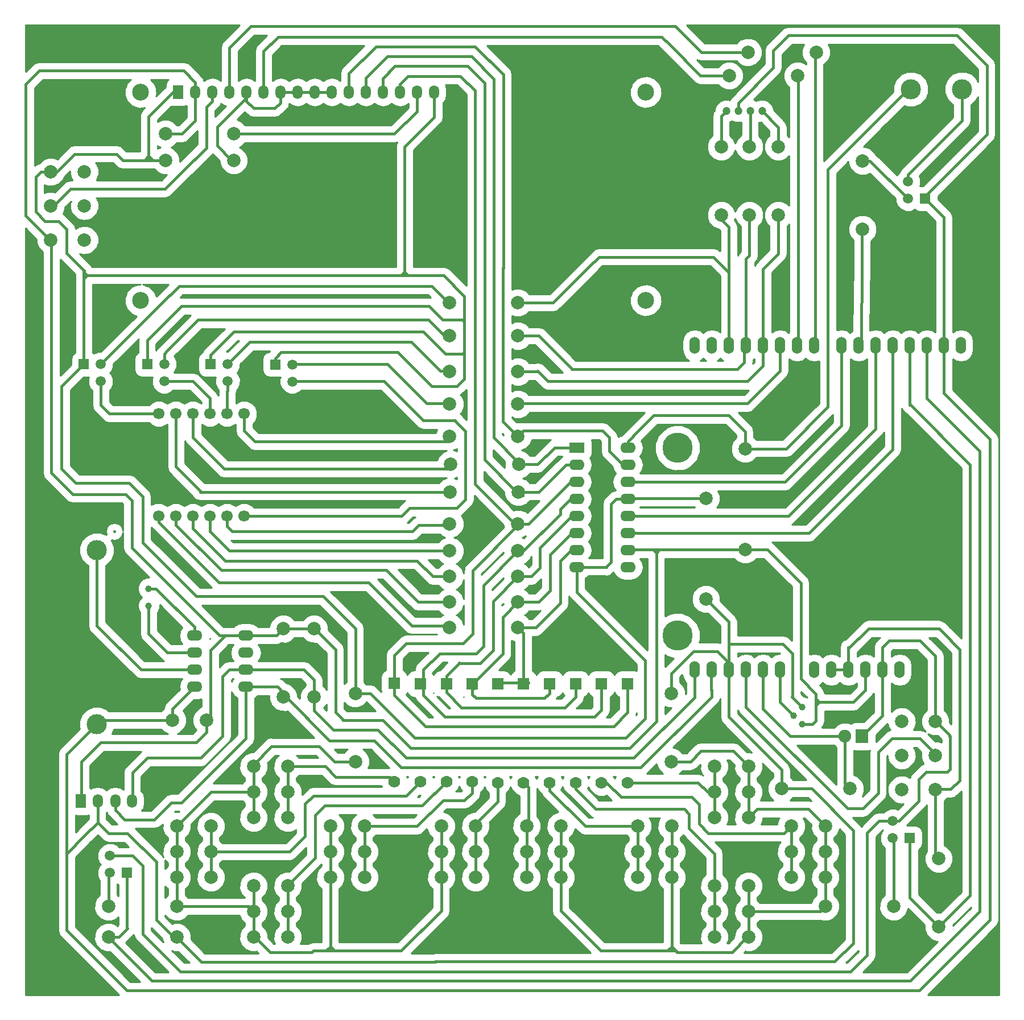
<source format=gbr>
G04 #@! TF.FileFunction,Copper,L2,Bot,Signal*
%FSLAX46Y46*%
G04 Gerber Fmt 4.6, Leading zero omitted, Abs format (unit mm)*
G04 Created by KiCad (PCBNEW 4.0.6) date 11/30/17 16:50:20*
%MOMM*%
%LPD*%
G01*
G04 APERTURE LIST*
%ADD10C,0.300000*%
%ADD11C,2.499360*%
%ADD12R,1.500000X2.000000*%
%ADD13O,1.500000X2.000000*%
%ADD14R,2.286000X1.574800*%
%ADD15O,2.286000X1.574800*%
%ADD16C,2.000000*%
%ADD17C,4.500000*%
%ADD18O,1.524000X2.540000*%
%ADD19C,3.000000*%
%ADD20C,1.000760*%
%ADD21C,1.998980*%
%ADD22R,1.500000X1.500000*%
%ADD23C,1.500000*%
%ADD24C,1.200000*%
%ADD25C,1.700000*%
%ADD26O,2.300000X1.600000*%
%ADD27R,1.900000X2.000000*%
%ADD28C,1.900000*%
%ADD29C,1.778000*%
%ADD30R,1.778000X1.778000*%
%ADD31C,0.381000*%
%ADD32C,0.254000*%
G04 APERTURE END LIST*
D10*
D11*
X150962000Y-63130000D03*
X75778000Y-63142000D03*
D12*
X81366000Y-32142000D03*
D13*
X83906000Y-32142000D03*
X86446000Y-32142000D03*
X88986000Y-32142000D03*
X91526000Y-32142000D03*
X94066000Y-32142000D03*
X96606000Y-32142000D03*
X99146000Y-32142000D03*
X101686000Y-32142000D03*
X104226000Y-32142000D03*
X106766000Y-32142000D03*
X109306000Y-32142000D03*
X111846000Y-32142000D03*
X114386000Y-32142000D03*
X116926000Y-32142000D03*
X119466000Y-32142000D03*
D11*
X75778000Y-32142000D03*
X150962000Y-32142000D03*
D14*
X140668000Y-85052000D03*
D15*
X140668000Y-87592000D03*
X140668000Y-90132000D03*
X140668000Y-92672000D03*
X140668000Y-95212000D03*
X140668000Y-97752000D03*
X140668000Y-100292000D03*
X140668000Y-102832000D03*
X148288000Y-102832000D03*
X148288000Y-100292000D03*
X148288000Y-97752000D03*
X148288000Y-95212000D03*
X148288000Y-92672000D03*
X148288000Y-90132000D03*
X148288000Y-87592000D03*
X148288000Y-85052000D03*
D16*
X154728000Y-121642000D03*
X154728000Y-131802000D03*
D17*
X155702000Y-113030000D03*
D18*
X158242000Y-118110000D03*
X160782000Y-118110000D03*
X163322000Y-118110000D03*
X170942000Y-118110000D03*
X168402000Y-118110000D03*
X165862000Y-118110000D03*
X176022000Y-118110000D03*
X178562000Y-118110000D03*
X181102000Y-118110000D03*
X186182000Y-118110000D03*
X188722000Y-118110000D03*
X158242000Y-69850000D03*
X160782000Y-69850000D03*
X163322000Y-69850000D03*
X165862000Y-69850000D03*
X168402000Y-69850000D03*
X170942000Y-69850000D03*
X173482000Y-69850000D03*
X176022000Y-69850000D03*
X180086000Y-69850000D03*
X182626000Y-69850000D03*
X185166000Y-69850000D03*
X187706000Y-69850000D03*
X190246000Y-69850000D03*
X192786000Y-69850000D03*
X195326000Y-69850000D03*
X197866000Y-69850000D03*
X183642000Y-118110000D03*
D17*
X155702000Y-85090000D03*
D19*
X190428160Y-31692000D03*
X198027840Y-31692000D03*
D20*
X172974000Y-124968000D03*
X174244000Y-123698000D03*
X174244000Y-126238000D03*
D21*
X159893000Y-107576000D03*
X159893000Y-92576000D03*
D19*
X69258000Y-126212000D03*
X69258000Y-100304000D03*
D16*
X131934000Y-108040000D03*
X121774000Y-108040000D03*
D22*
X67310000Y-72644000D03*
D23*
X69850000Y-72644000D03*
X69850000Y-75184000D03*
D22*
X95798000Y-72662000D03*
D23*
X98338000Y-72662000D03*
X98338000Y-75202000D03*
D22*
X76758000Y-72642000D03*
D23*
X79298000Y-72642000D03*
X79298000Y-75182000D03*
D22*
X190246000Y-143178000D03*
D23*
X187706000Y-143178000D03*
X187706000Y-140638000D03*
D22*
X73748000Y-148322000D03*
D23*
X71208000Y-148322000D03*
X71208000Y-145782000D03*
D22*
X192532000Y-48006000D03*
D23*
X189992000Y-48006000D03*
X189992000Y-45466000D03*
D22*
X86208000Y-72642000D03*
D23*
X88748000Y-72642000D03*
X88748000Y-75182000D03*
D16*
X181356000Y-135812000D03*
X171196000Y-135812000D03*
X79502000Y-38354000D03*
X89662000Y-38354000D03*
X187833000Y-153338000D03*
X177673000Y-153338000D03*
X170680000Y-50416000D03*
X170680000Y-40256000D03*
X166378000Y-50422000D03*
X166378000Y-40262000D03*
X162188000Y-50422000D03*
X162188000Y-40262000D03*
X194564000Y-156386000D03*
X194564000Y-146226000D03*
X101600000Y-122174000D03*
X101600000Y-112014000D03*
X97028000Y-122174000D03*
X97028000Y-112014000D03*
X70993000Y-157910000D03*
X81153000Y-157910000D03*
X70993000Y-153338000D03*
X81153000Y-153338000D03*
X131928000Y-63482000D03*
X121768000Y-63482000D03*
X132018000Y-91642000D03*
X121858000Y-91642000D03*
X173558000Y-29692000D03*
X163398000Y-29692000D03*
X176308000Y-26192000D03*
X166148000Y-26192000D03*
X79502000Y-42291000D03*
X89662000Y-42291000D03*
X183228000Y-42362000D03*
X183228000Y-52522000D03*
X131938000Y-96382000D03*
X121778000Y-96382000D03*
X132078000Y-87542000D03*
X121918000Y-87542000D03*
X131938000Y-83372000D03*
X121778000Y-83372000D03*
X131934000Y-68416000D03*
X121774000Y-68416000D03*
X131934000Y-100420000D03*
X121774000Y-100420000D03*
X131934000Y-104230000D03*
X121774000Y-104230000D03*
X131934000Y-111850000D03*
X121774000Y-111850000D03*
X131934000Y-78576000D03*
X121774000Y-78576000D03*
X131934000Y-73750000D03*
X121774000Y-73750000D03*
D24*
X168268000Y-34942000D03*
X166490000Y-34942000D03*
X162934000Y-34942000D03*
X164712000Y-34942000D03*
D25*
X78486000Y-95250000D03*
X81026000Y-95250000D03*
X83566000Y-95250000D03*
X86106000Y-95250000D03*
X88646000Y-95250000D03*
X91186000Y-95250000D03*
X91186000Y-80010000D03*
X88646000Y-80010000D03*
X86106000Y-80010000D03*
X83566000Y-80010000D03*
X81026000Y-80010000D03*
X78486000Y-80010000D03*
D16*
X80518000Y-125612000D03*
X85598000Y-125612000D03*
X125603000Y-141400000D03*
X125603000Y-149020000D03*
X120523000Y-149020000D03*
X120523000Y-141400000D03*
X120523000Y-145210000D03*
X125603000Y-145210000D03*
X109093000Y-141400000D03*
X109093000Y-149020000D03*
X104013000Y-149020000D03*
X104013000Y-141400000D03*
X104013000Y-145210000D03*
X109093000Y-145210000D03*
X97663000Y-150290000D03*
X97663000Y-157910000D03*
X92583000Y-157910000D03*
X92583000Y-150290000D03*
X92583000Y-154100000D03*
X97663000Y-154100000D03*
X86233000Y-141400000D03*
X86233000Y-149020000D03*
X81153000Y-149020000D03*
X81153000Y-141400000D03*
X81153000Y-145210000D03*
X86233000Y-145210000D03*
X97663000Y-132510000D03*
X97663000Y-140130000D03*
X92583000Y-140130000D03*
X92583000Y-132510000D03*
X92583000Y-136320000D03*
X97663000Y-136320000D03*
X149733000Y-149020000D03*
X149733000Y-141400000D03*
X154813000Y-141400000D03*
X154813000Y-149020000D03*
X154813000Y-145210000D03*
X149733000Y-145210000D03*
X133223000Y-149020000D03*
X133223000Y-141400000D03*
X138303000Y-141400000D03*
X138303000Y-149020000D03*
X138303000Y-145210000D03*
X133223000Y-145210000D03*
X161163000Y-140130000D03*
X161163000Y-132510000D03*
X166243000Y-132510000D03*
X166243000Y-140130000D03*
X166243000Y-136320000D03*
X161163000Y-136320000D03*
X172593000Y-149020000D03*
X172593000Y-141400000D03*
X177673000Y-141400000D03*
X177673000Y-149020000D03*
X177673000Y-145210000D03*
X172593000Y-145210000D03*
X161163000Y-157910000D03*
X161163000Y-150290000D03*
X166243000Y-150290000D03*
X166243000Y-157910000D03*
X166243000Y-154100000D03*
X161163000Y-154100000D03*
D26*
X83820000Y-113030000D03*
X83820000Y-115570000D03*
X83820000Y-118110000D03*
X83820000Y-120650000D03*
X91440000Y-120650000D03*
X91440000Y-118110000D03*
X91440000Y-115570000D03*
X91440000Y-113030000D03*
D27*
X183134000Y-128016000D03*
D28*
X180594000Y-128016000D03*
D21*
X165735000Y-85210000D03*
X165735000Y-100210000D03*
D29*
X113538000Y-134747000D03*
D30*
X113538000Y-120142000D03*
D29*
X117405000Y-134781000D03*
D30*
X117405000Y-120176000D03*
D29*
X121278000Y-134781000D03*
D30*
X121278000Y-120176000D03*
D29*
X125105000Y-134781000D03*
D30*
X125105000Y-120176000D03*
D29*
X128905000Y-134908000D03*
D30*
X128905000Y-120176000D03*
D29*
X132751000Y-134908000D03*
D30*
X132751000Y-120176000D03*
D29*
X136632000Y-134908000D03*
D30*
X136632000Y-120176000D03*
D29*
X140505000Y-134908000D03*
D30*
X140505000Y-120176000D03*
D29*
X144351000Y-134908000D03*
D30*
X144351000Y-120176000D03*
D29*
X148251000Y-134908000D03*
D30*
X148251000Y-120176000D03*
D16*
X107728000Y-131772000D03*
X107728000Y-121612000D03*
D20*
X76978000Y-106022000D03*
X76978000Y-108562000D03*
D13*
X74508000Y-137652000D03*
X72008000Y-137652000D03*
X69408000Y-137652000D03*
D12*
X66908000Y-137652000D03*
D16*
X189056000Y-125793500D03*
X194056000Y-125793500D03*
X189056000Y-135953500D03*
X189056000Y-130873500D03*
X194056000Y-135953500D03*
X194056000Y-130873500D03*
X67420500Y-54165500D03*
X62420500Y-54165500D03*
X67420500Y-44005500D03*
X67420500Y-49085500D03*
X62420500Y-44005500D03*
X62420500Y-49085500D03*
D31*
X71882000Y-97536000D02*
X71882000Y-97536000D01*
X83906000Y-32142000D02*
X83906000Y-36414000D01*
X81966000Y-38354000D02*
X79502000Y-38354000D01*
X83906000Y-36414000D02*
X81966000Y-38354000D01*
X78178000Y-28956000D02*
X82192000Y-28956000D01*
X83906000Y-30670000D02*
X83906000Y-32142000D01*
X82192000Y-28956000D02*
X83906000Y-30670000D01*
X148370000Y-100210000D02*
X149980000Y-100210000D01*
X151892000Y-100210000D02*
X149980000Y-100210000D01*
X151892000Y-100210000D02*
X152527000Y-100210000D01*
X148370000Y-100210000D02*
X148288000Y-100292000D01*
X148288000Y-85052000D02*
X148288000Y-84122000D01*
X165735000Y-82677000D02*
X163322000Y-80264000D01*
X163322000Y-80264000D02*
X160789000Y-80264000D01*
X152146000Y-80264000D02*
X155194000Y-80264000D01*
X149860000Y-82550000D02*
X152146000Y-80264000D01*
X155194000Y-80264000D02*
X160789000Y-80264000D01*
X165735000Y-82677000D02*
X165735000Y-85210000D01*
X148288000Y-84122000D02*
X149860000Y-82550000D01*
X190428160Y-31192000D02*
X190428160Y-31313840D01*
X190428160Y-31313840D02*
X188550000Y-33192000D01*
X171838000Y-85210000D02*
X178054000Y-78994000D01*
X178054000Y-78994000D02*
X178054000Y-43688000D01*
X178054000Y-43688000D02*
X185430160Y-36311840D01*
X171838000Y-85210000D02*
X165735000Y-85210000D01*
X188550000Y-33192000D02*
X185430160Y-36311840D01*
X66948000Y-137612000D02*
X66948000Y-135592000D01*
X66948000Y-131812000D02*
X69828000Y-128932000D01*
X69828000Y-128932000D02*
X84058000Y-128932000D01*
X84058000Y-128932000D02*
X84218000Y-128772000D01*
X85598000Y-127392000D02*
X85598000Y-125612000D01*
X84218000Y-128772000D02*
X85598000Y-127392000D01*
X66948000Y-135592000D02*
X66948000Y-131812000D01*
X66948000Y-137612000D02*
X66908000Y-137652000D01*
X88138000Y-113030000D02*
X87576000Y-113030000D01*
X62484000Y-88768000D02*
X65688000Y-91972000D01*
X65688000Y-91972000D02*
X73528000Y-91972000D01*
X73528000Y-91972000D02*
X74488000Y-92932000D01*
X74488000Y-92932000D02*
X74488000Y-99942000D01*
X74488000Y-99942000D02*
X87376000Y-112830000D01*
X62484000Y-54102000D02*
X62484000Y-88138000D01*
X88138000Y-113030000D02*
X88646000Y-113030000D01*
X62484000Y-88138000D02*
X62484000Y-88768000D01*
X87576000Y-113030000D02*
X87376000Y-112830000D01*
X91440000Y-113030000D02*
X88360000Y-113030000D01*
X86178000Y-115212000D02*
X86178000Y-125032000D01*
X88360000Y-113030000D02*
X86178000Y-115212000D01*
X86178000Y-125032000D02*
X85598000Y-125612000D01*
X88773000Y-113030000D02*
X88646000Y-113030000D01*
X88646000Y-113030000D02*
X89408000Y-113030000D01*
X89408000Y-113030000D02*
X91440000Y-113030000D01*
X176276000Y-121920000D02*
X176276000Y-121680000D01*
X169044000Y-100210000D02*
X173990000Y-105156000D01*
X176276000Y-122428000D02*
X176276000Y-121920000D01*
X169044000Y-100210000D02*
X165735000Y-100210000D01*
X174038000Y-105204000D02*
X173990000Y-105156000D01*
X174038000Y-119442000D02*
X174038000Y-105204000D01*
X176276000Y-121680000D02*
X174038000Y-119442000D01*
X152527000Y-115316000D02*
X152527000Y-125793000D01*
X152527000Y-100711000D02*
X152527000Y-101092000D01*
X152527000Y-115316000D02*
X152527000Y-101854000D01*
X152527000Y-101854000D02*
X152527000Y-101092000D01*
X111827000Y-125591000D02*
X115978000Y-129742000D01*
X115978000Y-129742000D02*
X148578000Y-129742000D01*
X148578000Y-129742000D02*
X152378000Y-125942000D01*
X110080032Y-125591000D02*
X109679000Y-125591000D01*
X110261034Y-125591000D02*
X110080032Y-125591000D01*
X110261034Y-125591000D02*
X111827000Y-125591000D01*
X152527000Y-125793000D02*
X152378000Y-125942000D01*
X109679000Y-125591000D02*
X105927000Y-125591000D01*
X104778000Y-124442000D02*
X104778000Y-115092000D01*
X104778000Y-115092000D02*
X104128000Y-114442000D01*
X104128000Y-114442000D02*
X101700000Y-112014000D01*
X105728000Y-125392000D02*
X104778000Y-124442000D01*
X105927000Y-125591000D02*
X105728000Y-125392000D01*
X109678000Y-125590000D02*
X109679000Y-125591000D01*
X101600000Y-112014000D02*
X101700000Y-112014000D01*
X62484000Y-54102000D02*
X62230000Y-54102000D01*
X62230000Y-54102000D02*
X58674000Y-50546000D01*
X174244000Y-126238000D02*
X175768000Y-126238000D01*
X176276000Y-123952000D02*
X176276000Y-123190000D01*
X176276000Y-125730000D02*
X176276000Y-123952000D01*
X175768000Y-126238000D02*
X176276000Y-125730000D01*
X152527000Y-100711000D02*
X152026000Y-100210000D01*
X152026000Y-100210000D02*
X152012000Y-100210000D01*
X152908000Y-100210000D02*
X152908000Y-100330000D01*
X152908000Y-100330000D02*
X152527000Y-100711000D01*
X152527000Y-100711000D02*
X152527000Y-100210000D01*
X176784000Y-122936000D02*
X176276000Y-123444000D01*
X176276000Y-123444000D02*
X176276000Y-123190000D01*
X176276000Y-122428000D02*
X176784000Y-122936000D01*
X183642000Y-118110000D02*
X183642000Y-121158000D01*
X183642000Y-121158000D02*
X181864000Y-122936000D01*
X181864000Y-122936000D02*
X176784000Y-122936000D01*
X176784000Y-122936000D02*
X176276000Y-122936000D01*
X176276000Y-122936000D02*
X176276000Y-123190000D01*
X176276000Y-122428000D02*
X176276000Y-122936000D01*
X60706000Y-28956000D02*
X58674000Y-30988000D01*
X58674000Y-50546000D02*
X58674000Y-30988000D01*
X60706000Y-28956000D02*
X78178000Y-28956000D01*
X78178000Y-28956000D02*
X78232000Y-28956000D01*
X183769000Y-118618000D02*
X183642000Y-118110000D01*
X97028000Y-112141000D02*
X97028000Y-112014000D01*
X89662000Y-113030000D02*
X91440000Y-113030000D01*
X91440000Y-113030000D02*
X96012000Y-113030000D01*
X96012000Y-113030000D02*
X97028000Y-112014000D01*
X97028000Y-112014000D02*
X101346000Y-112014000D01*
X101346000Y-112014000D02*
X101600000Y-111760000D01*
X165735000Y-100210000D02*
X154171000Y-100210000D01*
X154171000Y-100210000D02*
X152908000Y-100210000D01*
X152908000Y-100210000D02*
X152527000Y-100210000D01*
X170942000Y-121412000D02*
X170942000Y-122936000D01*
X170942000Y-118110000D02*
X170942000Y-121412000D01*
X170942000Y-122936000D02*
X172974000Y-124968000D01*
X170942000Y-120904000D02*
X170942000Y-118110000D01*
X180594000Y-129842000D02*
X180594000Y-128016000D01*
X168402000Y-118110000D02*
X168402000Y-123444000D01*
X168402000Y-123444000D02*
X168402000Y-123952000D01*
X168402000Y-123952000D02*
X172466000Y-128016000D01*
X172466000Y-128016000D02*
X180594000Y-128016000D01*
X181356000Y-135812000D02*
X180594000Y-135050000D01*
X180594000Y-135050000D02*
X180594000Y-129842000D01*
X180594000Y-129842000D02*
X180594000Y-129716000D01*
X124968000Y-25332000D02*
X110788000Y-25332000D01*
X124968000Y-25332000D02*
X125578000Y-25332000D01*
X129759002Y-58300998D02*
X129718000Y-58342000D01*
X129759002Y-29513002D02*
X129759002Y-56602000D01*
X125578000Y-25332000D02*
X129759002Y-29513002D01*
X131938000Y-83352000D02*
X129718000Y-81132000D01*
X129718000Y-81132000D02*
X129718000Y-58342000D01*
X129759002Y-56602000D02*
X129759002Y-58300998D01*
X106766000Y-29354000D02*
X106766000Y-32142000D01*
X110788000Y-25332000D02*
X106766000Y-29354000D01*
X131938000Y-83372000D02*
X131938000Y-83352000D01*
X137160000Y-82550000D02*
X132760000Y-82550000D01*
X147574000Y-87630000D02*
X145542000Y-85598000D01*
X145542000Y-85598000D02*
X145542000Y-83566002D01*
X145542000Y-83566002D02*
X144525998Y-82550000D01*
X144525998Y-82550000D02*
X137160000Y-82550000D01*
X132760000Y-82550000D02*
X131938000Y-83372000D01*
X132024000Y-84074000D02*
X131934000Y-84164000D01*
X124398000Y-26822000D02*
X112498000Y-26822000D01*
X125008000Y-26822000D02*
X128378000Y-30192000D01*
X128378000Y-30192000D02*
X128378000Y-57320998D01*
X128336998Y-57279996D02*
X128378000Y-57320998D01*
X124398000Y-26822000D02*
X125008000Y-26822000D01*
X109306000Y-30014000D02*
X109306000Y-32142000D01*
X112498000Y-26822000D02*
X109306000Y-30014000D01*
X132078000Y-87542000D02*
X134878000Y-87542000D01*
X137368000Y-85052000D02*
X140668000Y-85052000D01*
X134878000Y-87542000D02*
X137368000Y-85052000D01*
X128336998Y-57279996D02*
X128336998Y-59132000D01*
X128336998Y-83570998D02*
X128336998Y-59132000D01*
X128336998Y-83570998D02*
X132078000Y-87312000D01*
X128336998Y-57279996D02*
X128336998Y-57052000D01*
X132078000Y-87542000D02*
X132078000Y-87312000D01*
X123788000Y-28272000D02*
X113648000Y-28272000D01*
X124438000Y-28272000D02*
X126955996Y-30789996D01*
X126955996Y-56064004D02*
X126955996Y-30789996D01*
X123788000Y-28272000D02*
X124438000Y-28272000D01*
X111846000Y-30074000D02*
X111846000Y-32142000D01*
X113648000Y-28272000D02*
X111846000Y-30074000D01*
X132018000Y-91642000D02*
X135028000Y-91642000D01*
X139078000Y-87592000D02*
X140668000Y-87592000D01*
X135028000Y-91642000D02*
X139078000Y-87592000D01*
X132018000Y-91642000D02*
X131748000Y-91642000D01*
X131748000Y-91642000D02*
X126955996Y-86849996D01*
X126955996Y-86849996D02*
X126955996Y-56064004D01*
X126955996Y-56064004D02*
X126958000Y-56062000D01*
X132638000Y-92202000D02*
X132528000Y-92202000D01*
X125558000Y-32037002D02*
X125558000Y-31922000D01*
X131478000Y-96382000D02*
X125558000Y-90462000D01*
X125558000Y-90462000D02*
X125558000Y-53072000D01*
X125558000Y-53072000D02*
X125558000Y-32037002D01*
X114386000Y-30934000D02*
X114386000Y-32142000D01*
X115578000Y-29742000D02*
X114386000Y-30934000D01*
X123378000Y-29742000D02*
X115578000Y-29742000D01*
X125558000Y-31922000D02*
X123378000Y-29742000D01*
X131938000Y-96382000D02*
X133538000Y-96382000D01*
X133538000Y-96382000D02*
X139788000Y-90132000D01*
X139788000Y-90132000D02*
X140668000Y-90132000D01*
X131938000Y-96382000D02*
X131478000Y-96382000D01*
X113538000Y-116332000D02*
X113538000Y-115932000D01*
X113538000Y-120158000D02*
X113538000Y-116332000D01*
X125198000Y-103346000D02*
X131934000Y-96610000D01*
X125198000Y-112742000D02*
X125198000Y-103346000D01*
X123758000Y-114182000D02*
X125198000Y-112742000D01*
X115288000Y-114182000D02*
X123758000Y-114182000D01*
X113538000Y-115932000D02*
X115288000Y-114182000D01*
X113538000Y-121412000D02*
X113538000Y-121902000D01*
X148251000Y-120176000D02*
X148251000Y-124469000D01*
X113538000Y-121412000D02*
X113538000Y-120158000D01*
X146178000Y-126542000D02*
X148251000Y-124469000D01*
X118178000Y-126542000D02*
X146178000Y-126542000D01*
X113538000Y-121902000D02*
X118178000Y-126542000D01*
X131934000Y-100420000D02*
X132750000Y-100420000D01*
X132750000Y-100420000D02*
X138228000Y-94942000D01*
X138228000Y-94192000D02*
X139748000Y-92672000D01*
X138228000Y-94942000D02*
X138228000Y-94192000D01*
X139748000Y-92672000D02*
X140668000Y-92672000D01*
X117856000Y-118110000D02*
X117856000Y-118104000D01*
X117856000Y-120158000D02*
X117856000Y-118110000D01*
X126798000Y-105556000D02*
X131934000Y-100420000D01*
X126798000Y-114600998D02*
X126798000Y-105556000D01*
X125726998Y-115672000D02*
X126798000Y-114600998D01*
X120288000Y-115672000D02*
X125726998Y-115672000D01*
X117856000Y-118104000D02*
X120288000Y-115672000D01*
X117856000Y-121666000D02*
X117856000Y-121920000D01*
X117856000Y-120158000D02*
X117856000Y-121666000D01*
X144351000Y-124127000D02*
X144351000Y-120176000D01*
X143336000Y-125142000D02*
X144351000Y-124127000D01*
X121078000Y-125142000D02*
X143336000Y-125142000D01*
X117856000Y-121920000D02*
X121078000Y-125142000D01*
X131934000Y-104230000D02*
X133940000Y-104230000D01*
X135228000Y-99942000D02*
X139958000Y-95212000D01*
X135228000Y-102942000D02*
X135228000Y-99942000D01*
X133940000Y-104230000D02*
X135228000Y-102942000D01*
X139958000Y-95212000D02*
X140668000Y-95212000D01*
X123155000Y-117129000D02*
X126279998Y-117129000D01*
X128248000Y-107916000D02*
X131934000Y-104230000D01*
X128248000Y-115160998D02*
X128248000Y-107916000D01*
X126279998Y-117129000D02*
X128248000Y-115160998D01*
X121793000Y-118491000D02*
X121793000Y-118527000D01*
X123190000Y-117094000D02*
X123155000Y-117129000D01*
X123155000Y-117129000D02*
X121793000Y-118491000D01*
X121278000Y-119042000D02*
X121278000Y-120176000D01*
X121793000Y-118527000D02*
X121278000Y-119042000D01*
X121278000Y-120176000D02*
X121278000Y-121442000D01*
X140505000Y-122115000D02*
X140505000Y-120176000D01*
X138896998Y-123723002D02*
X140505000Y-122115000D01*
X123559002Y-123723002D02*
X138896998Y-123723002D01*
X121278000Y-121442000D02*
X123559002Y-123723002D01*
X131934000Y-108040000D02*
X134998998Y-108040000D01*
X136728000Y-100942000D02*
X139918000Y-97752000D01*
X136728000Y-106310998D02*
X136728000Y-100942000D01*
X134998998Y-108040000D02*
X136728000Y-106310998D01*
X139918000Y-97752000D02*
X140668000Y-97752000D01*
X125105000Y-120176000D02*
X125224000Y-120176000D01*
X125224000Y-120176000D02*
X129688000Y-115712000D01*
X129688000Y-110286000D02*
X131934000Y-108040000D01*
X129688000Y-115712000D02*
X129688000Y-110286000D01*
X125105000Y-120176000D02*
X125105000Y-121769000D01*
X136632000Y-121616998D02*
X136632000Y-120176000D01*
X135906998Y-122342000D02*
X136632000Y-121616998D01*
X125678000Y-122342000D02*
X135906998Y-122342000D01*
X125105000Y-121769000D02*
X125678000Y-122342000D01*
X125476000Y-120904000D02*
X125476000Y-120031000D01*
X125476000Y-120031000D02*
X125476000Y-120904000D01*
X131934000Y-111850000D02*
X134570000Y-111850000D01*
X138228000Y-101942000D02*
X139878000Y-100292000D01*
X138228000Y-108192000D02*
X138228000Y-101942000D01*
X134570000Y-111850000D02*
X138228000Y-108192000D01*
X139878000Y-100292000D02*
X140668000Y-100292000D01*
X132751000Y-120176000D02*
X132751000Y-112667000D01*
X132751000Y-112667000D02*
X131934000Y-111850000D01*
X129667000Y-120031000D02*
X133477000Y-120031000D01*
X163322000Y-58952000D02*
X163322000Y-52202000D01*
X163322000Y-52202000D02*
X161536000Y-50416000D01*
X161036000Y-56666000D02*
X143994000Y-56666000D01*
X135110000Y-63482000D02*
X135128000Y-63500000D01*
X137160000Y-63500000D02*
X135128000Y-63500000D01*
X142494000Y-58166000D02*
X137160000Y-63500000D01*
X135110000Y-63482000D02*
X131928000Y-63482000D01*
X143994000Y-56666000D02*
X142494000Y-58166000D01*
X163322000Y-60452000D02*
X163322000Y-58952000D01*
X163322000Y-69850000D02*
X163322000Y-60452000D01*
X163322000Y-58952000D02*
X161036000Y-56666000D01*
X166378000Y-50422000D02*
X166378000Y-56404000D01*
X165862000Y-56920000D02*
X165862000Y-58420000D01*
X165862000Y-58420000D02*
X165862000Y-69850000D01*
X166378000Y-56404000D02*
X165862000Y-56920000D01*
X165862000Y-50662000D02*
X166108000Y-50416000D01*
X134784000Y-68416000D02*
X135022000Y-68416000D01*
X131934000Y-68416000D02*
X134784000Y-68416000D01*
X135022000Y-68416000D02*
X140012000Y-73406000D01*
X165608000Y-69596000D02*
X165608000Y-72390000D01*
X165608000Y-72390000D02*
X164592000Y-73406000D01*
X164592000Y-73406000D02*
X140012000Y-73406000D01*
X140012000Y-73406000D02*
X139954000Y-73406000D01*
X170680000Y-50416000D02*
X170680000Y-56166000D01*
X168402000Y-58444000D02*
X170180000Y-56666000D01*
X168402000Y-59944000D02*
X168402000Y-69850000D01*
X168402000Y-59944000D02*
X168402000Y-58444000D01*
X170680000Y-56166000D02*
X170180000Y-56666000D01*
X131934000Y-73750000D02*
X134784000Y-73750000D01*
X134784000Y-73750000D02*
X134874000Y-73660000D01*
X134874000Y-73660000D02*
X134874000Y-73660000D01*
X168402000Y-72898000D02*
X168402000Y-69850000D01*
X166116000Y-75184000D02*
X168402000Y-72898000D01*
X136398000Y-75184000D02*
X166116000Y-75184000D01*
X134874000Y-73660000D02*
X136398000Y-75184000D01*
X132024000Y-78486000D02*
X134874000Y-78486000D01*
X166116000Y-78486000D02*
X170942000Y-73660000D01*
X170942000Y-73660000D02*
X170942000Y-69850000D01*
X134874000Y-78486000D02*
X166116000Y-78486000D01*
X132024000Y-78486000D02*
X131934000Y-78576000D01*
X173609000Y-32192000D02*
X173609000Y-29743000D01*
X173609000Y-29743000D02*
X173558000Y-29692000D01*
X173609000Y-32141000D02*
X173609000Y-32192000D01*
X173609000Y-32192000D02*
X173609000Y-33909000D01*
X173609000Y-33909000D02*
X173609000Y-69723000D01*
X173482000Y-69850000D02*
X173609000Y-69723000D01*
X149978000Y-95250000D02*
X148326000Y-95250000D01*
X148326000Y-95250000D02*
X148288000Y-95212000D01*
X185166000Y-69850000D02*
X185166000Y-82296000D01*
X172212000Y-95250000D02*
X149978000Y-95250000D01*
X149978000Y-95250000D02*
X149860000Y-95250000D01*
X185166000Y-82296000D02*
X172212000Y-95250000D01*
X183133645Y-57691015D02*
X183133645Y-52616355D01*
X183133645Y-52616355D02*
X183228000Y-52522000D01*
X183134000Y-57658000D02*
X183133645Y-57691015D01*
X183133645Y-57691015D02*
X183007000Y-69469000D01*
X183007000Y-69469000D02*
X182626000Y-69850000D01*
X74548000Y-137612000D02*
X74548000Y-133432000D01*
X85898000Y-130022000D02*
X87968000Y-127952000D01*
X87968000Y-127952000D02*
X87968000Y-119102000D01*
X87968000Y-119102000D02*
X88960000Y-118110000D01*
X88960000Y-118110000D02*
X91440000Y-118110000D01*
X74548000Y-133432000D02*
X76768000Y-131212000D01*
X76768000Y-131212000D02*
X84708000Y-131212000D01*
X84708000Y-131212000D02*
X85898000Y-130022000D01*
X74548000Y-137612000D02*
X74508000Y-137652000D01*
X158242000Y-120106000D02*
X158242000Y-122218000D01*
X158242000Y-118110000D02*
X158242000Y-120106000D01*
X158148000Y-122312000D02*
X158148000Y-122272000D01*
X158242000Y-122218000D02*
X158148000Y-122312000D01*
X115278000Y-131242000D02*
X149178000Y-131242000D01*
X149178000Y-131242000D02*
X158148000Y-122272000D01*
X109678000Y-127042000D02*
X111078000Y-127042000D01*
X101600000Y-124164000D02*
X104478000Y-127042000D01*
X104478000Y-127042000D02*
X109678000Y-127042000D01*
X101600000Y-122174000D02*
X101600000Y-124164000D01*
X111078000Y-127042000D02*
X115278000Y-131242000D01*
X101600000Y-121920000D02*
X101600000Y-119634000D01*
X101600000Y-119634000D02*
X100076000Y-118110000D01*
X100076000Y-118110000D02*
X91440000Y-118110000D01*
X72008000Y-137652000D02*
X72008000Y-139032000D01*
X80358000Y-137882000D02*
X81418000Y-137882000D01*
X77818000Y-140422000D02*
X80358000Y-137882000D01*
X73398000Y-140422000D02*
X77818000Y-140422000D01*
X72008000Y-139032000D02*
X73398000Y-140422000D01*
X114578000Y-132642000D02*
X150218000Y-132642000D01*
X103878000Y-128642000D02*
X110578000Y-128642000D01*
X110578000Y-128642000D02*
X114578000Y-132642000D01*
X97410000Y-122174000D02*
X103878000Y-128642000D01*
X160748000Y-121162000D02*
X160728000Y-121162000D01*
X160748000Y-122112000D02*
X160748000Y-121162000D01*
X150218000Y-132642000D02*
X160748000Y-122112000D01*
X81418000Y-137882000D02*
X81848000Y-137882000D01*
X91440000Y-128290000D02*
X91440000Y-124770000D01*
X81848000Y-137882000D02*
X91440000Y-128290000D01*
X81418000Y-137882000D02*
X81428000Y-137882000D01*
X91440000Y-124770000D02*
X91440000Y-120650000D01*
X97028000Y-122174000D02*
X97410000Y-122174000D01*
X160728000Y-118164000D02*
X160728000Y-121162000D01*
X97028000Y-122742000D02*
X97028000Y-122174000D01*
X160728000Y-118164000D02*
X160782000Y-118110000D01*
X97028000Y-122174000D02*
X97710000Y-122174000D01*
X97028000Y-121920000D02*
X97028000Y-122174000D01*
X97028000Y-122174000D02*
X97028000Y-121539000D01*
X97028000Y-121539000D02*
X96139000Y-120650000D01*
X96139000Y-120650000D02*
X91440000Y-120650000D01*
X73748000Y-148322000D02*
X73748000Y-156601000D01*
X72517000Y-157910000D02*
X73787000Y-156640000D01*
X72517000Y-157910000D02*
X70993000Y-157910000D01*
X73748000Y-156601000D02*
X73787000Y-156640000D01*
X105978000Y-164422000D02*
X190338000Y-164422000D01*
X192786000Y-69850000D02*
X192786000Y-77724000D01*
X200660000Y-154100000D02*
X191516000Y-163244000D01*
X200660000Y-85598000D02*
X200660000Y-152400000D01*
X192786000Y-77724000D02*
X200660000Y-85598000D01*
X200660000Y-152400000D02*
X200660000Y-154100000D01*
X77438000Y-164422000D02*
X105978000Y-164422000D01*
X77438000Y-164422000D02*
X70993000Y-157977000D01*
X190338000Y-164422000D02*
X191516000Y-163244000D01*
X70993000Y-157910000D02*
X70993000Y-157977000D01*
X199218000Y-113432000D02*
X199218000Y-151732000D01*
X199218000Y-151732000D02*
X194564000Y-156386000D01*
X190246000Y-78740000D02*
X190386000Y-78740000D01*
X190246000Y-69850000D02*
X190246000Y-78740000D01*
X199218000Y-87572000D02*
X199218000Y-113432000D01*
X199218000Y-113432000D02*
X199218000Y-113552000D01*
X190386000Y-78740000D02*
X199218000Y-87572000D01*
X194564000Y-156386000D02*
X194818000Y-156386000D01*
X190246000Y-143178000D02*
X190246000Y-152068000D01*
X190246000Y-152068000D02*
X194564000Y-156386000D01*
X65378000Y-46542000D02*
X79442000Y-46542000D01*
X86446000Y-33474000D02*
X85578000Y-34342000D01*
X85578000Y-34342000D02*
X85578000Y-40406000D01*
X85578000Y-40406000D02*
X82042000Y-43942000D01*
X82042000Y-43942000D02*
X80518000Y-45466000D01*
X86446000Y-32142000D02*
X86446000Y-33474000D01*
X65378000Y-46542000D02*
X62834500Y-49085500D01*
X79442000Y-46542000D02*
X80518000Y-45466000D01*
X62420500Y-49085500D02*
X62834500Y-49085500D01*
X187706000Y-140638000D02*
X188609500Y-140638000D01*
X196178000Y-127942000D02*
X196178000Y-127852000D01*
X196268000Y-127942000D02*
X196178000Y-127942000D01*
X196278000Y-127952000D02*
X196268000Y-127942000D01*
X196278000Y-131942000D02*
X196278000Y-127952000D01*
X196178000Y-127852000D02*
X194056000Y-125730000D01*
X196278000Y-132906000D02*
X196278000Y-131942000D01*
X195834000Y-133350000D02*
X196278000Y-132906000D01*
X192659000Y-133350000D02*
X195834000Y-133350000D01*
X191579500Y-134429500D02*
X192659000Y-133350000D01*
X191579500Y-137668000D02*
X191579500Y-134429500D01*
X188609500Y-140638000D02*
X191579500Y-137668000D01*
X71208000Y-145782000D02*
X74578000Y-145782000D01*
X76073000Y-147277000D02*
X76073000Y-157407000D01*
X74578000Y-145782000D02*
X76073000Y-147277000D01*
X181468000Y-163032000D02*
X183896000Y-160604000D01*
X179798000Y-163032000D02*
X181468000Y-163032000D01*
X179798000Y-163032000D02*
X179838000Y-163032000D01*
X105358000Y-163032000D02*
X179798000Y-163032000D01*
X185674000Y-140638000D02*
X183896000Y-142416000D01*
X183896000Y-142416000D02*
X183896000Y-157148000D01*
X185674000Y-140638000D02*
X187706000Y-140638000D01*
X183896000Y-158974000D02*
X183896000Y-157148000D01*
X183896000Y-160604000D02*
X183896000Y-158974000D01*
X76073000Y-157407000D02*
X81698000Y-163032000D01*
X81698000Y-163032000D02*
X105358000Y-163032000D01*
X76073000Y-157402000D02*
X76073000Y-157407000D01*
X194056000Y-125730000D02*
X194056000Y-116078000D01*
X186182000Y-114808000D02*
X186182000Y-118110000D01*
X187198000Y-113792000D02*
X186182000Y-114808000D01*
X191770000Y-113792000D02*
X187198000Y-113792000D01*
X194056000Y-116078000D02*
X191770000Y-113792000D01*
X186182000Y-118110000D02*
X186182000Y-124968000D01*
X186182000Y-124968000D02*
X183134000Y-128016000D01*
X194056000Y-125730000D02*
X194056000Y-126365000D01*
X115062000Y-41742000D02*
X115062000Y-40258000D01*
X119466000Y-35854000D02*
X119466000Y-32142000D01*
X115062000Y-40258000D02*
X119466000Y-35854000D01*
X62420500Y-44005500D02*
X63314500Y-44005500D01*
X63314500Y-44005500D02*
X65978000Y-41342000D01*
X65978000Y-41342000D02*
X72178000Y-41342000D01*
X72178000Y-41342000D02*
X73127000Y-42291000D01*
X73127000Y-42291000D02*
X76327000Y-42291000D01*
X67351000Y-58969000D02*
X67351000Y-58715000D01*
X63578000Y-51342000D02*
X61578000Y-51342000D01*
X64778000Y-52542000D02*
X63578000Y-51342000D01*
X64778000Y-56142000D02*
X64778000Y-52542000D01*
X67351000Y-58715000D02*
X64778000Y-56142000D01*
X76962000Y-41656000D02*
X76962000Y-35758000D01*
X80578000Y-32142000D02*
X81366000Y-32142000D01*
X76962000Y-35758000D02*
X80578000Y-32142000D01*
X86208000Y-72642000D02*
X86208000Y-71272000D01*
X123680000Y-71120000D02*
X123968000Y-70832000D01*
X117856000Y-67818000D02*
X121158000Y-71120000D01*
X89662000Y-67818000D02*
X112776000Y-67818000D01*
X87630000Y-69850000D02*
X89662000Y-67818000D01*
X112776000Y-67818000D02*
X117856000Y-67818000D01*
X121158000Y-71120000D02*
X123680000Y-71120000D01*
X86208000Y-71272000D02*
X87630000Y-69850000D01*
X76758000Y-72642000D02*
X76758000Y-69062000D01*
X77216000Y-68604000D02*
X81838000Y-63982000D01*
X120746000Y-66040000D02*
X118688000Y-63982000D01*
X118688000Y-63982000D02*
X81838000Y-63982000D01*
X120746000Y-66040000D02*
X122488000Y-66040000D01*
X76758000Y-69062000D02*
X77216000Y-68604000D01*
X99358000Y-70866000D02*
X96684000Y-70866000D01*
X95798000Y-71752000D02*
X95798000Y-72662000D01*
X96684000Y-70866000D02*
X95798000Y-71752000D01*
X148250000Y-92710000D02*
X146558000Y-92710000D01*
X145072000Y-102832000D02*
X145034000Y-102870000D01*
X146558000Y-92710000D02*
X145796000Y-93472000D01*
X145796000Y-93472000D02*
X145796000Y-102108000D01*
X145796000Y-102108000D02*
X145034000Y-102870000D01*
X145072000Y-102832000D02*
X140668000Y-102832000D01*
X148250000Y-92710000D02*
X148288000Y-92672000D01*
X159893000Y-92576000D02*
X148384000Y-92576000D01*
X148384000Y-92576000D02*
X148288000Y-92672000D01*
X140668000Y-102832000D02*
X140668000Y-106532000D01*
X140668000Y-106532000D02*
X142240000Y-108104000D01*
X142240000Y-108104000D02*
X150878000Y-116742000D01*
X150878000Y-116742000D02*
X150878000Y-125342000D01*
X150878000Y-125342000D02*
X147978000Y-128242000D01*
X147978000Y-128242000D02*
X116578000Y-128242000D01*
X116578000Y-128242000D02*
X109948000Y-121612000D01*
X109948000Y-121612000D02*
X107728000Y-121612000D01*
X192532000Y-48006000D02*
X192532000Y-47638000D01*
X192532000Y-47638000D02*
X201728000Y-38442000D01*
X169926000Y-25994000D02*
X172228000Y-23692000D01*
X172228000Y-23692000D02*
X188411000Y-23692000D01*
X169926000Y-26942000D02*
X169926000Y-25994000D01*
X197228000Y-23692000D02*
X188411000Y-23692000D01*
X201728000Y-28192000D02*
X197228000Y-23692000D01*
X201728000Y-38442000D02*
X201728000Y-28192000D01*
X164712000Y-34942000D02*
X164712000Y-33708000D01*
X169926000Y-28494000D02*
X169926000Y-26942000D01*
X164712000Y-33708000D02*
X169926000Y-28494000D01*
X169926000Y-26942000D02*
X169926000Y-26924000D01*
X69408000Y-140822000D02*
X67508000Y-142722000D01*
X67508000Y-142742000D02*
X64770000Y-145480000D01*
X67508000Y-142722000D02*
X67508000Y-142742000D01*
X78107500Y-147272000D02*
X78107500Y-146721500D01*
X69408000Y-140852000D02*
X69408000Y-140822000D01*
X69408000Y-140822000D02*
X69408000Y-137652000D01*
X71018000Y-142462000D02*
X69408000Y-140852000D01*
X73848000Y-142462000D02*
X71018000Y-142462000D01*
X78107500Y-146721500D02*
X73848000Y-142462000D01*
X154728000Y-121642000D02*
X154728000Y-118642000D01*
X156078000Y-117292000D02*
X158028000Y-115342000D01*
X158028000Y-115342000D02*
X161578000Y-115342000D01*
X161578000Y-115342000D02*
X163322000Y-117086000D01*
X154728000Y-118642000D02*
X156078000Y-117292000D01*
X78107500Y-155372500D02*
X78107500Y-147272000D01*
X78107500Y-147272000D02*
X78107500Y-147201500D01*
X64770000Y-144822000D02*
X64770000Y-143220000D01*
X69258000Y-127242000D02*
X69258000Y-126212000D01*
X64770000Y-134796000D02*
X64770000Y-130700000D01*
X202184000Y-155370000D02*
X193294000Y-164260000D01*
X64770000Y-156132000D02*
X64770000Y-145480000D01*
X64770000Y-156132000D02*
X64770000Y-156884000D01*
X64770000Y-156884000D02*
X73738000Y-165852000D01*
X202184000Y-83820000D02*
X202184000Y-153670000D01*
X195326000Y-69850000D02*
X195326000Y-76962000D01*
X195326000Y-76962000D02*
X202184000Y-83820000D01*
X202184000Y-153670000D02*
X202184000Y-155370000D01*
X191702000Y-165852000D02*
X193294000Y-164260000D01*
X73738000Y-165852000D02*
X191702000Y-165852000D01*
X64770000Y-145480000D02*
X64770000Y-144822000D01*
X64770000Y-144822000D02*
X64770000Y-134796000D01*
X64770000Y-130700000D02*
X69258000Y-126212000D01*
X72254000Y-125612000D02*
X69858000Y-125612000D01*
X69858000Y-125612000D02*
X69258000Y-126212000D01*
X64008000Y-87032000D02*
X64008000Y-88192000D01*
X107728000Y-111992000D02*
X107728000Y-121612000D01*
X107728000Y-111992000D02*
X107578000Y-111842000D01*
X102362000Y-107188000D02*
X102924000Y-107188000D01*
X102924000Y-107188000D02*
X107578000Y-111842000D01*
X102362000Y-107188000D02*
X84074000Y-107188000D01*
X76098000Y-99212000D02*
X84074000Y-107188000D01*
X76098000Y-92372000D02*
X76098000Y-99212000D01*
X74048000Y-90322000D02*
X76098000Y-92372000D01*
X66138000Y-90322000D02*
X74048000Y-90322000D01*
X64008000Y-88192000D02*
X66138000Y-90322000D01*
X80518000Y-125612000D02*
X72254000Y-125612000D01*
X72254000Y-125612000D02*
X72263000Y-125603000D01*
X80518000Y-125612000D02*
X80518000Y-123952000D01*
X80518000Y-123952000D02*
X83820000Y-120650000D01*
X64008000Y-87122000D02*
X64008000Y-87032000D01*
X64008000Y-87032000D02*
X64008000Y-75946000D01*
X64008000Y-75946000D02*
X67310000Y-72644000D01*
X78105000Y-155370000D02*
X78107500Y-155372500D01*
X78107500Y-155372500D02*
X80645000Y-157910000D01*
X181864000Y-158776000D02*
X179088000Y-161552000D01*
X181864000Y-158756000D02*
X181864000Y-156386000D01*
X181848000Y-142654000D02*
X181864000Y-142670000D01*
X181864000Y-142670000D02*
X181864000Y-156386000D01*
X84818000Y-161602000D02*
X119588000Y-161602000D01*
X81153000Y-157937000D02*
X84818000Y-161602000D01*
X119638000Y-161552000D02*
X119588000Y-161602000D01*
X179088000Y-161552000D02*
X119638000Y-161552000D01*
X181864000Y-158756000D02*
X181864000Y-158776000D01*
X175658000Y-135812000D02*
X181848000Y-142002000D01*
X181848000Y-142002000D02*
X181848000Y-142654000D01*
X175006000Y-135812000D02*
X171196000Y-135812000D01*
X175006000Y-135812000D02*
X175658000Y-135812000D01*
X170942000Y-114300000D02*
X171386000Y-114300000D01*
X163322000Y-114300000D02*
X170942000Y-114300000D01*
X172720000Y-122174000D02*
X174244000Y-123698000D01*
X172758000Y-122136000D02*
X172720000Y-122174000D01*
X172758000Y-115672000D02*
X172758000Y-122136000D01*
X171386000Y-114300000D02*
X172758000Y-115672000D01*
X81153000Y-157910000D02*
X81153000Y-157937000D01*
X195118000Y-112522000D02*
X195118000Y-112502000D01*
X195118000Y-112522000D02*
X197628000Y-115032000D01*
X196370000Y-135890000D02*
X197698000Y-134562000D01*
X197698000Y-134562000D02*
X197698000Y-115142000D01*
X197698000Y-115142000D02*
X197628000Y-115072000D01*
X197628000Y-115072000D02*
X197628000Y-115032000D01*
X194056000Y-135890000D02*
X196270000Y-135890000D01*
X196270000Y-135890000D02*
X196370000Y-135890000D01*
X184098000Y-111982000D02*
X181102000Y-114978000D01*
X194598000Y-111982000D02*
X184098000Y-111982000D01*
X195118000Y-112502000D02*
X194598000Y-111982000D01*
X194056000Y-137652000D02*
X194056000Y-135890000D01*
X181102000Y-118110000D02*
X181102000Y-114978000D01*
X181102000Y-114978000D02*
X181102000Y-114808000D01*
X122488000Y-66040000D02*
X123696000Y-66040000D01*
X123696000Y-66040000D02*
X123968000Y-66312000D01*
X123968000Y-66312000D02*
X123948000Y-66312000D01*
X123948000Y-66312000D02*
X123968000Y-66312000D01*
X115570000Y-59436000D02*
X120852000Y-59436000D01*
X120852000Y-59436000D02*
X123968000Y-62552000D01*
X123968000Y-62552000D02*
X123968000Y-66312000D01*
X123968000Y-66312000D02*
X123968000Y-70832000D01*
X123968000Y-70832000D02*
X123968000Y-74822000D01*
X123968000Y-74822000D02*
X122844000Y-75946000D01*
X122844000Y-75946000D02*
X119126000Y-75946000D01*
X114046000Y-70866000D02*
X119126000Y-75946000D01*
X122428000Y-66040000D02*
X122488000Y-66040000D01*
X61180955Y-44004050D02*
X60915950Y-44004050D01*
X60915950Y-44004050D02*
X60178000Y-44742000D01*
X60178000Y-44742000D02*
X60178000Y-49942000D01*
X60178000Y-49942000D02*
X61578000Y-51342000D01*
X163322000Y-125144000D02*
X163322000Y-123444000D01*
X163322000Y-123444000D02*
X163322000Y-118110000D01*
X171196000Y-135812000D02*
X171196000Y-133018000D01*
X171196000Y-133018000D02*
X163322000Y-125144000D01*
X163322000Y-117086000D02*
X163322000Y-118110000D01*
X192532000Y-48006000D02*
X195326000Y-50800000D01*
X195326000Y-50800000D02*
X195326000Y-69850000D01*
X171196000Y-135812000D02*
X171196000Y-135812000D01*
X76962000Y-41656000D02*
X76327000Y-42291000D01*
X76962000Y-41656000D02*
X77597000Y-42291000D01*
X77470000Y-42164000D02*
X77470000Y-42291000D01*
X77597000Y-42291000D02*
X77470000Y-42164000D01*
X115062000Y-58928000D02*
X114554000Y-59436000D01*
X114554000Y-59436000D02*
X114808000Y-59436000D01*
X115062000Y-58928000D02*
X115570000Y-59436000D01*
X115570000Y-59436000D02*
X115316000Y-59436000D01*
X67818000Y-59436000D02*
X67310000Y-59944000D01*
X67818000Y-59436000D02*
X67351000Y-58969000D01*
X67351000Y-58969000D02*
X67310000Y-58928000D01*
X194056000Y-137590000D02*
X194056000Y-137652000D01*
X194056000Y-137652000D02*
X194056000Y-145718000D01*
X194056000Y-145718000D02*
X194564000Y-146226000D01*
X159893000Y-107576000D02*
X163322000Y-111005000D01*
X163322000Y-111005000D02*
X163322000Y-114300000D01*
X163322000Y-114300000D02*
X163322000Y-118110000D01*
X115062000Y-59436000D02*
X115062000Y-58928000D01*
X115062000Y-58928000D02*
X115062000Y-58674000D01*
X115062000Y-58674000D02*
X115062000Y-41742000D01*
X115062000Y-41742000D02*
X115062000Y-41656000D01*
X97282000Y-59436000D02*
X114808000Y-59436000D01*
X67818000Y-59436000D02*
X97282000Y-59436000D01*
X114808000Y-59436000D02*
X115062000Y-59436000D01*
X115062000Y-59436000D02*
X115316000Y-59436000D01*
X67310000Y-59436000D02*
X67818000Y-59436000D01*
X76962000Y-41656000D02*
X76962000Y-42291000D01*
X76962000Y-42291000D02*
X76454000Y-42291000D01*
X62484000Y-43942000D02*
X61180955Y-44004050D01*
X61180955Y-44004050D02*
X61150500Y-44005500D01*
X159759000Y-92710000D02*
X159893000Y-92576000D01*
X67310000Y-58928000D02*
X67310000Y-59436000D01*
X67310000Y-59436000D02*
X67310000Y-59944000D01*
X67310000Y-59944000D02*
X67310000Y-72644000D01*
X79629000Y-42291000D02*
X77470000Y-42291000D01*
X77470000Y-42291000D02*
X76962000Y-42291000D01*
X62611000Y-43942000D02*
X62865000Y-43942000D01*
X178562000Y-118110000D02*
X181102000Y-118110000D01*
X81153000Y-157910000D02*
X80645000Y-157910000D01*
X79629000Y-42291000D02*
X79502000Y-42291000D01*
X110490000Y-70866000D02*
X114046000Y-70866000D01*
X99314000Y-70866000D02*
X99358000Y-70866000D01*
X99358000Y-70866000D02*
X110490000Y-70866000D01*
X69258000Y-100304000D02*
X69258000Y-111549000D01*
X69596000Y-111887000D02*
X75819000Y-118110000D01*
X75819000Y-118110000D02*
X83820000Y-118110000D01*
X69258000Y-111549000D02*
X69596000Y-111887000D01*
X198027840Y-31192000D02*
X198027840Y-33192000D01*
X198027840Y-36392160D02*
X189992000Y-44428000D01*
X189992000Y-44428000D02*
X189992000Y-45466000D01*
X198027840Y-33192000D02*
X198027840Y-36392160D01*
X125603000Y-141400000D02*
X125603000Y-141017000D01*
X125603000Y-141017000D02*
X128905000Y-137715000D01*
X128905000Y-137715000D02*
X128905000Y-134908000D01*
X125603000Y-145210000D02*
X125603000Y-149020000D01*
X125603000Y-141400000D02*
X125603000Y-145210000D01*
X133477000Y-136431000D02*
X133477000Y-135634000D01*
X133477000Y-141146000D02*
X133477000Y-136431000D01*
X133477000Y-135634000D02*
X132751000Y-134908000D01*
X133477000Y-141146000D02*
X133223000Y-141400000D01*
X133223000Y-145210000D02*
X133223000Y-149020000D01*
X133223000Y-141400000D02*
X133223000Y-145210000D01*
X133477000Y-141146000D02*
X133223000Y-141400000D01*
X109093000Y-141400000D02*
X116920000Y-141400000D01*
X125105000Y-136415000D02*
X125105000Y-134781000D01*
X123978000Y-137542000D02*
X125105000Y-136415000D01*
X120778000Y-137542000D02*
X123978000Y-137542000D01*
X116920000Y-141400000D02*
X120778000Y-137542000D01*
X109093000Y-145210000D02*
X109093000Y-149020000D01*
X109093000Y-141400000D02*
X109093000Y-145210000D01*
X149733000Y-141400000D02*
X141936000Y-141400000D01*
X136632000Y-136096000D02*
X136632000Y-134908000D01*
X141936000Y-141400000D02*
X136632000Y-136096000D01*
X149733000Y-141400000D02*
X149733000Y-145210000D01*
X149733000Y-145210000D02*
X149733000Y-149020000D01*
X101728000Y-139942000D02*
X101728000Y-139792000D01*
X117717000Y-138342000D02*
X121278000Y-134781000D01*
X103178000Y-138342000D02*
X117717000Y-138342000D01*
X101728000Y-139792000D02*
X103178000Y-138342000D01*
X97663000Y-150207000D02*
X101728000Y-146142000D01*
X101728000Y-146142000D02*
X101728000Y-142892000D01*
X101728000Y-142892000D02*
X101728000Y-139942000D01*
X101728000Y-139942000D02*
X101728000Y-139892000D01*
X97663000Y-150290000D02*
X97663000Y-150207000D01*
X97663000Y-154100000D02*
X97663000Y-157782998D01*
X97663000Y-157782998D02*
X97663000Y-157910000D01*
X97663000Y-150290000D02*
X97663000Y-154100000D01*
X70993000Y-153338000D02*
X70993000Y-148537000D01*
X70993000Y-148537000D02*
X71208000Y-148322000D01*
X71247000Y-153084000D02*
X70993000Y-153338000D01*
X187833000Y-153338000D02*
X187833000Y-143305000D01*
X187833000Y-143305000D02*
X187706000Y-143178000D01*
X183228000Y-42362000D02*
X184348000Y-42362000D01*
X184348000Y-42362000D02*
X189992000Y-48006000D01*
X189484000Y-47498000D02*
X189992000Y-48006000D01*
X98356000Y-72644000D02*
X100330000Y-72644000D01*
X118364000Y-78486000D02*
X121684000Y-78486000D01*
X118364000Y-78486000D02*
X112522000Y-72644000D01*
X112522000Y-72644000D02*
X100330000Y-72644000D01*
X98356000Y-72644000D02*
X98338000Y-72662000D01*
X121684000Y-78486000D02*
X121774000Y-78576000D01*
X100418000Y-75184000D02*
X98356000Y-75184000D01*
X98356000Y-75184000D02*
X98338000Y-75202000D01*
X122608000Y-94072000D02*
X122818000Y-94072000D01*
X114640000Y-95250000D02*
X115818000Y-94072000D01*
X115818000Y-94072000D02*
X122608000Y-94072000D01*
X91186000Y-95250000D02*
X114640000Y-95250000D01*
X124118000Y-82612000D02*
X122508000Y-81002000D01*
X124118000Y-92772000D02*
X124118000Y-82612000D01*
X122818000Y-94072000D02*
X124118000Y-92772000D01*
X122608000Y-81002000D02*
X122508000Y-81002000D01*
X122508000Y-81002000D02*
X117832000Y-81002000D01*
X112014000Y-75184000D02*
X100418000Y-75184000D01*
X100418000Y-75184000D02*
X100330000Y-75184000D01*
X112014000Y-75184000D02*
X117832000Y-81002000D01*
X93472000Y-69342000D02*
X92048000Y-69342000D01*
X120396000Y-73660000D02*
X116078000Y-69342000D01*
X111760000Y-69342000D02*
X116078000Y-69342000D01*
X111760000Y-69342000D02*
X102108000Y-69342000D01*
X102108000Y-69342000D02*
X93472000Y-69342000D01*
X121684000Y-73660000D02*
X120396000Y-73660000D01*
X92048000Y-69342000D02*
X88748000Y-72642000D01*
X121684000Y-73660000D02*
X121774000Y-73750000D01*
X88748000Y-75182000D02*
X88748000Y-76606000D01*
X88646000Y-76708000D02*
X88646000Y-80010000D01*
X88748000Y-76606000D02*
X88646000Y-76708000D01*
X79298000Y-72642000D02*
X79298000Y-71070000D01*
X79756000Y-70612000D02*
X84328000Y-66040000D01*
X84328000Y-66040000D02*
X118618000Y-66040000D01*
X118618000Y-66040000D02*
X120904000Y-68326000D01*
X79298000Y-71070000D02*
X79756000Y-70612000D01*
X79298000Y-75182000D02*
X80298000Y-75182000D01*
X80388000Y-75162000D02*
X80388000Y-75184000D01*
X80320000Y-75162000D02*
X80388000Y-75162000D01*
X80298000Y-75184000D02*
X80320000Y-75162000D01*
X80298000Y-75182000D02*
X80298000Y-75184000D01*
X79756000Y-75184000D02*
X80388000Y-75184000D01*
X80388000Y-75184000D02*
X83566000Y-75184000D01*
X86106000Y-77724000D02*
X86106000Y-80010000D01*
X83566000Y-75184000D02*
X86106000Y-77724000D01*
X121768000Y-63482000D02*
X121578000Y-63482000D01*
X121578000Y-63482000D02*
X119088000Y-60992000D01*
X119088000Y-60992000D02*
X81502000Y-60992000D01*
X81502000Y-60992000D02*
X78740000Y-63754000D01*
X69850000Y-72644000D02*
X78740000Y-63754000D01*
X69850000Y-75184000D02*
X69850000Y-78740000D01*
X71120000Y-80010000D02*
X78486000Y-80010000D01*
X69850000Y-78740000D02*
X71120000Y-80010000D01*
X92583000Y-157910000D02*
X92796000Y-157910000D01*
X92796000Y-157910000D02*
X95068000Y-160182000D01*
X101238000Y-160182000D02*
X101478000Y-159942000D01*
X95068000Y-160182000D02*
X101238000Y-160182000D01*
X95253000Y-129517000D02*
X102353000Y-129517000D01*
X104608000Y-131772000D02*
X107728000Y-131772000D01*
X102353000Y-129517000D02*
X104608000Y-131772000D01*
X95278000Y-129492000D02*
X95253000Y-129517000D01*
X95253000Y-129517000D02*
X92583000Y-132187000D01*
X92583000Y-132187000D02*
X92583000Y-132510000D01*
X104013000Y-159180000D02*
X104013000Y-159307000D01*
X104013000Y-159307000D02*
X103378000Y-159942000D01*
X104013000Y-159307000D02*
X104648000Y-159942000D01*
X104013000Y-157402000D02*
X104013000Y-159180000D01*
X104013000Y-159180000D02*
X104013000Y-159942000D01*
X104013000Y-159942000D02*
X103886000Y-159942000D01*
X92583000Y-136320000D02*
X86233000Y-136320000D01*
X86233000Y-136320000D02*
X81153000Y-141400000D01*
X120523000Y-149020000D02*
X120523000Y-153973000D01*
X114554000Y-159942000D02*
X104648000Y-159942000D01*
X120523000Y-153973000D02*
X114554000Y-159942000D01*
X104648000Y-159942000D02*
X103886000Y-159942000D01*
X103886000Y-159942000D02*
X103378000Y-159942000D01*
X103378000Y-159942000D02*
X101478000Y-159942000D01*
X101478000Y-159942000D02*
X101473000Y-159942000D01*
X104013000Y-149020000D02*
X104013000Y-157402000D01*
X92583000Y-140130000D02*
X92329000Y-140130000D01*
X81153000Y-153338000D02*
X91821000Y-153338000D01*
X91821000Y-153338000D02*
X92583000Y-154100000D01*
X81153000Y-149020000D02*
X81153000Y-153338000D01*
X120523000Y-145210000D02*
X120523000Y-149020000D01*
X120523000Y-141400000D02*
X120523000Y-145210000D01*
X92583000Y-154100000D02*
X92583000Y-157910000D01*
X92583000Y-150290000D02*
X92583000Y-154100000D01*
X104013000Y-145210000D02*
X104013000Y-149020000D01*
X104013000Y-141400000D02*
X104013000Y-145210000D01*
X92583000Y-136320000D02*
X92583000Y-140130000D01*
X92583000Y-132510000D02*
X92583000Y-136320000D01*
X81153000Y-145210000D02*
X81153000Y-141400000D01*
X81153000Y-149020000D02*
X81153000Y-145210000D01*
X154728000Y-131802000D02*
X157598000Y-131802000D01*
X163955000Y-130222000D02*
X166243000Y-132510000D01*
X159178000Y-130222000D02*
X163955000Y-130222000D01*
X157598000Y-131802000D02*
X159178000Y-130222000D01*
X166243000Y-157910000D02*
X166030000Y-157910000D01*
X166030000Y-157910000D02*
X163818000Y-160122000D01*
X155628000Y-160122000D02*
X155448000Y-159942000D01*
X163818000Y-160122000D02*
X155628000Y-160122000D01*
X175133000Y-138860000D02*
X167513000Y-138860000D01*
X177673000Y-141400000D02*
X175133000Y-138860000D01*
X167513000Y-138860000D02*
X166243000Y-140130000D01*
X154813000Y-158926000D02*
X154813000Y-159307000D01*
X154813000Y-159307000D02*
X155448000Y-159942000D01*
X154813000Y-159180000D02*
X154813000Y-159307000D01*
X154813000Y-159307000D02*
X154178000Y-159942000D01*
X154813000Y-155878000D02*
X154813000Y-158926000D01*
X154813000Y-158926000D02*
X154813000Y-159180000D01*
X154813000Y-159180000D02*
X154813000Y-159942000D01*
X154813000Y-149020000D02*
X154813000Y-155878000D01*
X154813000Y-159942000D02*
X154686000Y-159942000D01*
X138303000Y-149020000D02*
X138303000Y-153973000D01*
X144272000Y-159942000D02*
X154178000Y-159942000D01*
X138303000Y-153973000D02*
X144272000Y-159942000D01*
X154178000Y-159942000D02*
X154686000Y-159942000D01*
X154686000Y-159942000D02*
X155448000Y-159942000D01*
X166243000Y-136320000D02*
X166243000Y-140130000D01*
X166243000Y-132510000D02*
X166243000Y-136320000D01*
X166243000Y-154100000D02*
X176911000Y-154100000D01*
X176911000Y-154100000D02*
X177673000Y-153338000D01*
X177673000Y-149020000D02*
X177673000Y-153338000D01*
X177673000Y-145210000D02*
X177673000Y-149020000D01*
X177673000Y-141400000D02*
X177673000Y-145210000D01*
X166243000Y-154100000D02*
X166243000Y-157910000D01*
X166243000Y-150290000D02*
X166243000Y-154100000D01*
X154813000Y-145210000D02*
X154813000Y-149020000D01*
X154813000Y-141400000D02*
X154813000Y-145210000D01*
X138303000Y-145210000D02*
X138303000Y-149020000D01*
X138303000Y-141400000D02*
X138303000Y-145210000D01*
X121774000Y-84164000D02*
X92800000Y-84164000D01*
X91186000Y-82550000D02*
X92710000Y-84074000D01*
X91186000Y-82550000D02*
X91186000Y-80010000D01*
X92800000Y-84164000D02*
X92710000Y-84074000D01*
X121774000Y-88228000D02*
X88228000Y-88228000D01*
X83566000Y-83566000D02*
X88138000Y-88138000D01*
X83566000Y-83566000D02*
X83566000Y-80010000D01*
X88228000Y-88228000D02*
X88138000Y-88138000D01*
X121858000Y-91642000D02*
X84668000Y-91642000D01*
X84658000Y-91632000D02*
X84658000Y-91516000D01*
X84668000Y-91642000D02*
X84658000Y-91632000D01*
X81026000Y-87884000D02*
X84658000Y-91516000D01*
X81026000Y-87884000D02*
X81026000Y-80010000D01*
X89408000Y-97536000D02*
X116204000Y-97536000D01*
X117130000Y-96610000D02*
X121774000Y-96610000D01*
X116204000Y-97536000D02*
X117130000Y-96610000D01*
X88646000Y-96774000D02*
X88646000Y-95250000D01*
X89408000Y-97536000D02*
X88646000Y-96774000D01*
X89408000Y-97536000D02*
X89408000Y-97536000D01*
X121774000Y-100420000D02*
X88990000Y-100420000D01*
X88990000Y-100420000D02*
X87376000Y-98806000D01*
X86106000Y-97536000D02*
X86106000Y-95250000D01*
X87376000Y-98806000D02*
X86106000Y-97536000D01*
X87376000Y-98806000D02*
X87376000Y-98806000D01*
X109428000Y-101882000D02*
X116928000Y-101882000D01*
X83566000Y-97050000D02*
X88398000Y-101882000D01*
X88398000Y-101882000D02*
X109428000Y-101882000D01*
X83566000Y-95250000D02*
X83566000Y-97050000D01*
X119276000Y-104230000D02*
X121774000Y-104230000D01*
X116928000Y-101882000D02*
X119276000Y-104230000D01*
X81026000Y-95250000D02*
X81026000Y-96540000D01*
X117066000Y-108040000D02*
X121774000Y-108040000D01*
X112318000Y-103292000D02*
X117066000Y-108040000D01*
X87778000Y-103292000D02*
X112318000Y-103292000D01*
X81026000Y-96540000D02*
X87778000Y-103292000D01*
X78486000Y-95250000D02*
X78486000Y-96130000D01*
X116138000Y-111522000D02*
X121446000Y-111522000D01*
X109738000Y-105122000D02*
X116138000Y-111522000D01*
X87478000Y-105122000D02*
X109738000Y-105122000D01*
X78486000Y-96130000D02*
X87478000Y-105122000D01*
X121446000Y-111522000D02*
X121774000Y-111850000D01*
X89662000Y-38354000D02*
X113566000Y-38354000D01*
X116926000Y-34994000D02*
X116926000Y-32142000D01*
X113566000Y-38354000D02*
X116926000Y-34994000D01*
X91526000Y-32142000D02*
X91526000Y-33490000D01*
X96606000Y-33714000D02*
X96606000Y-32142000D01*
X95778000Y-34542000D02*
X96606000Y-33714000D01*
X92578000Y-34542000D02*
X95778000Y-34542000D01*
X91526000Y-33490000D02*
X92578000Y-34542000D01*
X89662000Y-42291000D02*
X89327000Y-42291000D01*
X89327000Y-42291000D02*
X87178000Y-40142000D01*
X87178000Y-40142000D02*
X87178000Y-37342000D01*
X87178000Y-37342000D02*
X91526000Y-32994000D01*
X91526000Y-32994000D02*
X91526000Y-32142000D01*
X96606000Y-32142000D02*
X104226000Y-32142000D01*
X94066000Y-32142000D02*
X94066000Y-26054000D01*
X94066000Y-26054000D02*
X96228000Y-23892000D01*
X163398000Y-29692000D02*
X159105000Y-29692000D01*
X127448000Y-23892000D02*
X153305000Y-23892000D01*
X96228000Y-23892000D02*
X127448000Y-23892000D01*
X153305000Y-23892000D02*
X154559000Y-25146000D01*
X159105000Y-29692000D02*
X154559000Y-25146000D01*
X176022000Y-69850000D02*
X176149000Y-69723000D01*
X176149000Y-69723000D02*
X176149000Y-27178000D01*
X88986000Y-32142000D02*
X88986000Y-25534000D01*
X159228000Y-26192000D02*
X155378000Y-22342000D01*
X155378000Y-22342000D02*
X92178000Y-22342000D01*
X159228000Y-26192000D02*
X166148000Y-26192000D01*
X88986000Y-25534000D02*
X92178000Y-22342000D01*
X170680000Y-40256000D02*
X170680000Y-37354000D01*
X170680000Y-37354000D02*
X168268000Y-34942000D01*
X166490000Y-34942000D02*
X166490000Y-39874000D01*
X166490000Y-39874000D02*
X166108000Y-40256000D01*
X162188000Y-40262000D02*
X162188000Y-35688000D01*
X162188000Y-35688000D02*
X162934000Y-34942000D01*
X148326000Y-97790000D02*
X149860000Y-97790000D01*
X187706000Y-85344000D02*
X175260000Y-97790000D01*
X175260000Y-97790000D02*
X149860000Y-97790000D01*
X187706000Y-85344000D02*
X187706000Y-69850000D01*
X148326000Y-97790000D02*
X148288000Y-97752000D01*
X148326000Y-90170000D02*
X149860000Y-90170000D01*
X180086000Y-81788000D02*
X171704000Y-90170000D01*
X171704000Y-90170000D02*
X149860000Y-90170000D01*
X180086000Y-81788000D02*
X180086000Y-69850000D01*
X148326000Y-90170000D02*
X148288000Y-90132000D01*
X180340000Y-70104000D02*
X180086000Y-69850000D01*
X76978000Y-106022000D02*
X78082000Y-106022000D01*
X83820000Y-111760000D02*
X78244700Y-106184700D01*
X83820000Y-111760000D02*
X83820000Y-113030000D01*
X78082000Y-106022000D02*
X78244700Y-106184700D01*
X83820000Y-113030000D02*
X83820000Y-113284000D01*
X83820000Y-113030000D02*
X83058000Y-113030000D01*
X76962000Y-108578000D02*
X76962000Y-112776000D01*
X76962000Y-112776000D02*
X79756000Y-115570000D01*
X79756000Y-115570000D02*
X83820000Y-115570000D01*
X76962000Y-108578000D02*
X76978000Y-108562000D01*
X161163000Y-150290000D02*
X161163000Y-145527000D01*
X140505000Y-135869000D02*
X143478000Y-138842000D01*
X143478000Y-138842000D02*
X156678000Y-138842000D01*
X156678000Y-138842000D02*
X157378000Y-139542000D01*
X157378000Y-139542000D02*
X157378000Y-141742000D01*
X157378000Y-141742000D02*
X160478000Y-144842000D01*
X140505000Y-135869000D02*
X140505000Y-134908000D01*
X161163000Y-145527000D02*
X160478000Y-144842000D01*
X161163000Y-154100000D02*
X161163000Y-157782998D01*
X161163000Y-157782998D02*
X161163000Y-157910000D01*
X161163000Y-154100000D02*
X161163000Y-150290000D01*
X100228000Y-138392000D02*
X100228000Y-138092000D01*
X100228000Y-138392000D02*
X100228000Y-142892000D01*
X100228000Y-142892000D02*
X97910000Y-145210000D01*
X97910000Y-145210000D02*
X96901000Y-145210000D01*
X86233000Y-145210000D02*
X96901000Y-145210000D01*
X115344000Y-136842000D02*
X117405000Y-134781000D01*
X101478000Y-136842000D02*
X115344000Y-136842000D01*
X100228000Y-138092000D02*
X101478000Y-136842000D01*
X86233000Y-145210000D02*
X86233000Y-149020000D01*
X86233000Y-141400000D02*
X86233000Y-145210000D01*
X171564500Y-142428500D02*
X160264500Y-142428500D01*
X147278000Y-137042000D02*
X154878000Y-137042000D01*
X147278000Y-137042000D02*
X145144000Y-134908000D01*
X157778000Y-137042000D02*
X154878000Y-137042000D01*
X158878000Y-138142000D02*
X157778000Y-137042000D01*
X158878000Y-141042000D02*
X158878000Y-138142000D01*
X160264500Y-142428500D02*
X158878000Y-141042000D01*
X144351000Y-134908000D02*
X145144000Y-134908000D01*
X171551000Y-142442000D02*
X171564500Y-142428500D01*
X171564500Y-142428500D02*
X172593000Y-141400000D01*
X172593000Y-145210000D02*
X172593000Y-149020000D01*
X172593000Y-141400000D02*
X172593000Y-145210000D01*
X97663000Y-132510000D02*
X103246000Y-132510000D01*
X112833000Y-134042000D02*
X113538000Y-134747000D01*
X104778000Y-134042000D02*
X112833000Y-134042000D01*
X103246000Y-132510000D02*
X104778000Y-134042000D01*
X97663000Y-136320000D02*
X97663000Y-140130000D01*
X97663000Y-132510000D02*
X97663000Y-136320000D01*
X148251000Y-134908000D02*
X158744000Y-134908000D01*
X160156000Y-136320000D02*
X161163000Y-136320000D01*
X158744000Y-134908000D02*
X160156000Y-136320000D01*
X148251000Y-134908000D02*
X148344000Y-134908000D01*
X160925000Y-136558000D02*
X161163000Y-136320000D01*
X161163000Y-136320000D02*
X161163000Y-132510000D01*
X161163000Y-140130000D02*
X161163000Y-136320000D01*
X194056000Y-130873500D02*
X194056000Y-130619500D01*
X194056000Y-130619500D02*
X191770000Y-128333500D01*
X191770000Y-128333500D02*
X187579000Y-128333500D01*
X187579000Y-128333500D02*
X185547000Y-130365500D01*
X185547000Y-130365500D02*
X185547000Y-136473000D01*
X185547000Y-136473000D02*
X183278000Y-138742000D01*
X165862000Y-123190000D02*
X165862000Y-118110000D01*
X165862000Y-123626000D02*
X165862000Y-123190000D01*
X180978000Y-138742000D02*
X165862000Y-123626000D01*
X183278000Y-138742000D02*
X180978000Y-138742000D01*
D32*
G36*
X203526000Y-166490000D02*
X192927226Y-166490000D01*
X203115613Y-156301613D01*
X203401211Y-155874185D01*
X203501500Y-155370000D01*
X203501500Y-83820000D01*
X203401211Y-83315815D01*
X203115613Y-82888387D01*
X196643500Y-76416274D01*
X196643500Y-71816339D01*
X197143111Y-72150168D01*
X197866000Y-72293960D01*
X198588889Y-72150168D01*
X199201725Y-71740685D01*
X199611208Y-71127849D01*
X199755000Y-70404960D01*
X199755000Y-69295040D01*
X199611208Y-68572151D01*
X199201725Y-67959315D01*
X198588889Y-67549832D01*
X197866000Y-67406040D01*
X197143111Y-67549832D01*
X196643500Y-67883661D01*
X196643500Y-50800000D01*
X196543211Y-50295815D01*
X196257613Y-49868387D01*
X194431079Y-48041853D01*
X194431079Y-47602147D01*
X202659613Y-39373613D01*
X202945211Y-38946185D01*
X203045500Y-38442000D01*
X203045500Y-28192000D01*
X202958299Y-27753613D01*
X202945211Y-27687814D01*
X202659613Y-27260387D01*
X198159613Y-22760387D01*
X197732186Y-22474789D01*
X197228000Y-22374500D01*
X172228000Y-22374500D01*
X171723815Y-22474789D01*
X171296387Y-22760387D01*
X168994387Y-25062387D01*
X168708789Y-25489814D01*
X168653642Y-25767057D01*
X168608500Y-25994000D01*
X168608500Y-27948273D01*
X163780387Y-32776387D01*
X163494789Y-33203814D01*
X163476217Y-33297180D01*
X163279029Y-33215300D01*
X162591986Y-33214701D01*
X161957011Y-33477067D01*
X161470774Y-33962456D01*
X161207300Y-34596971D01*
X161207097Y-34830155D01*
X160970789Y-35183814D01*
X160931720Y-35380226D01*
X160870500Y-35688000D01*
X160870500Y-38571793D01*
X160385869Y-39055578D01*
X160061370Y-39837057D01*
X160060632Y-40683230D01*
X160383766Y-41465274D01*
X160981578Y-42064131D01*
X161763057Y-42388630D01*
X162609230Y-42389368D01*
X163391274Y-42066234D01*
X163990131Y-41468422D01*
X164283321Y-40762343D01*
X164573766Y-41465274D01*
X165171578Y-42064131D01*
X165953057Y-42388630D01*
X166799230Y-42389368D01*
X167581274Y-42066234D01*
X168180131Y-41468422D01*
X168504630Y-40686943D01*
X168505368Y-39840770D01*
X168182234Y-39058726D01*
X167807500Y-38683337D01*
X167807500Y-36620752D01*
X167922971Y-36668700D01*
X168131656Y-36668882D01*
X169362500Y-37899726D01*
X169362500Y-38565793D01*
X168877869Y-39049578D01*
X168553370Y-39831057D01*
X168552632Y-40677230D01*
X168875766Y-41459274D01*
X169473578Y-42058131D01*
X170255057Y-42382630D01*
X171101230Y-42383368D01*
X171883274Y-42060234D01*
X172291500Y-41652720D01*
X172291500Y-49019655D01*
X171886422Y-48613869D01*
X171104943Y-48289370D01*
X170258770Y-48288632D01*
X169476726Y-48611766D01*
X168877869Y-49209578D01*
X168553370Y-49991057D01*
X168552632Y-50837230D01*
X168875766Y-51619274D01*
X169362500Y-52106859D01*
X169362500Y-55620274D01*
X167470387Y-57512387D01*
X167184789Y-57939814D01*
X167179500Y-57966404D01*
X167179500Y-57465726D01*
X167309613Y-57335613D01*
X167595211Y-56908186D01*
X167695500Y-56404000D01*
X167695500Y-52112207D01*
X168180131Y-51628422D01*
X168504630Y-50846943D01*
X168505368Y-50000770D01*
X168182234Y-49218726D01*
X167584422Y-48619869D01*
X166802943Y-48295370D01*
X165956770Y-48294632D01*
X165174726Y-48617766D01*
X164575869Y-49215578D01*
X164282679Y-49921657D01*
X163992234Y-49218726D01*
X163394422Y-48619869D01*
X162612943Y-48295370D01*
X161766770Y-48294632D01*
X160984726Y-48617766D01*
X160385869Y-49215578D01*
X160061370Y-49997057D01*
X160060632Y-50843230D01*
X160383766Y-51625274D01*
X160981578Y-52224131D01*
X161763057Y-52548630D01*
X161805441Y-52548667D01*
X162004500Y-52747726D01*
X162004500Y-55771274D01*
X161967613Y-55734387D01*
X161540186Y-55448789D01*
X161036000Y-55348500D01*
X143994000Y-55348500D01*
X143573464Y-55432150D01*
X143489814Y-55448789D01*
X143062387Y-55734387D01*
X136614274Y-62182500D01*
X135200492Y-62182500D01*
X135110000Y-62164500D01*
X133618207Y-62164500D01*
X133134422Y-61679869D01*
X132352943Y-61355370D01*
X131506770Y-61354632D01*
X131035500Y-61549357D01*
X131035500Y-58507128D01*
X131076502Y-58300998D01*
X131076502Y-31945741D01*
X148546718Y-31945741D01*
X148585200Y-32278099D01*
X148584908Y-32612677D01*
X148639134Y-32743914D01*
X148655466Y-32884968D01*
X148805676Y-33247607D01*
X148853213Y-33262025D01*
X148945974Y-33486522D01*
X149613961Y-34155676D01*
X149841826Y-34250294D01*
X149856393Y-34298324D01*
X150178177Y-34389959D01*
X150487175Y-34518267D01*
X150629172Y-34518391D01*
X150765741Y-34557282D01*
X151098099Y-34518800D01*
X151432677Y-34519092D01*
X151563914Y-34464866D01*
X151704968Y-34448534D01*
X152067607Y-34298324D01*
X152082025Y-34250787D01*
X152306522Y-34158026D01*
X152975676Y-33490039D01*
X153070294Y-33262174D01*
X153118324Y-33247607D01*
X153209959Y-32925823D01*
X153338267Y-32616825D01*
X153338391Y-32474828D01*
X153377282Y-32338259D01*
X153338800Y-32005901D01*
X153339092Y-31671323D01*
X153284866Y-31540086D01*
X153268534Y-31399032D01*
X153118324Y-31036393D01*
X153070787Y-31021975D01*
X152978026Y-30797478D01*
X152310039Y-30128324D01*
X152082174Y-30033706D01*
X152067607Y-29985676D01*
X151745823Y-29894041D01*
X151436825Y-29765733D01*
X151294828Y-29765609D01*
X151158259Y-29726718D01*
X150825901Y-29765200D01*
X150491323Y-29764908D01*
X150360086Y-29819134D01*
X150219032Y-29835466D01*
X149856393Y-29985676D01*
X149841975Y-30033213D01*
X149617478Y-30125974D01*
X148948324Y-30793961D01*
X148853706Y-31021826D01*
X148805676Y-31036393D01*
X148714041Y-31358177D01*
X148585733Y-31667175D01*
X148585609Y-31809172D01*
X148546718Y-31945741D01*
X131076502Y-31945741D01*
X131076502Y-29513002D01*
X130976213Y-29008817D01*
X130690615Y-28581389D01*
X127318726Y-25209500D01*
X152759274Y-25209500D01*
X158173387Y-30623613D01*
X158600815Y-30909211D01*
X159105000Y-31009500D01*
X161707793Y-31009500D01*
X162191578Y-31494131D01*
X162973057Y-31818630D01*
X163819230Y-31819368D01*
X164601274Y-31496234D01*
X165200131Y-30898422D01*
X165524630Y-30116943D01*
X165525368Y-29270770D01*
X165202234Y-28488726D01*
X164604422Y-27889869D01*
X163822943Y-27565370D01*
X162976770Y-27564632D01*
X162194726Y-27887766D01*
X161707141Y-28374500D01*
X159650726Y-28374500D01*
X158608158Y-27331932D01*
X158723814Y-27409211D01*
X159228000Y-27509500D01*
X164457793Y-27509500D01*
X164941578Y-27994131D01*
X165723057Y-28318630D01*
X166569230Y-28319368D01*
X167351274Y-27996234D01*
X167950131Y-27398422D01*
X168274630Y-26616943D01*
X168275368Y-25770770D01*
X167952234Y-24988726D01*
X167354422Y-24389869D01*
X166572943Y-24065370D01*
X165726770Y-24064632D01*
X164944726Y-24387766D01*
X164457141Y-24874500D01*
X159773726Y-24874500D01*
X157043226Y-22144000D01*
X203526000Y-22144000D01*
X203526000Y-166490000D01*
X203526000Y-166490000D01*
G37*
X203526000Y-166490000D02*
X192927226Y-166490000D01*
X203115613Y-156301613D01*
X203401211Y-155874185D01*
X203501500Y-155370000D01*
X203501500Y-83820000D01*
X203401211Y-83315815D01*
X203115613Y-82888387D01*
X196643500Y-76416274D01*
X196643500Y-71816339D01*
X197143111Y-72150168D01*
X197866000Y-72293960D01*
X198588889Y-72150168D01*
X199201725Y-71740685D01*
X199611208Y-71127849D01*
X199755000Y-70404960D01*
X199755000Y-69295040D01*
X199611208Y-68572151D01*
X199201725Y-67959315D01*
X198588889Y-67549832D01*
X197866000Y-67406040D01*
X197143111Y-67549832D01*
X196643500Y-67883661D01*
X196643500Y-50800000D01*
X196543211Y-50295815D01*
X196257613Y-49868387D01*
X194431079Y-48041853D01*
X194431079Y-47602147D01*
X202659613Y-39373613D01*
X202945211Y-38946185D01*
X203045500Y-38442000D01*
X203045500Y-28192000D01*
X202958299Y-27753613D01*
X202945211Y-27687814D01*
X202659613Y-27260387D01*
X198159613Y-22760387D01*
X197732186Y-22474789D01*
X197228000Y-22374500D01*
X172228000Y-22374500D01*
X171723815Y-22474789D01*
X171296387Y-22760387D01*
X168994387Y-25062387D01*
X168708789Y-25489814D01*
X168653642Y-25767057D01*
X168608500Y-25994000D01*
X168608500Y-27948273D01*
X163780387Y-32776387D01*
X163494789Y-33203814D01*
X163476217Y-33297180D01*
X163279029Y-33215300D01*
X162591986Y-33214701D01*
X161957011Y-33477067D01*
X161470774Y-33962456D01*
X161207300Y-34596971D01*
X161207097Y-34830155D01*
X160970789Y-35183814D01*
X160931720Y-35380226D01*
X160870500Y-35688000D01*
X160870500Y-38571793D01*
X160385869Y-39055578D01*
X160061370Y-39837057D01*
X160060632Y-40683230D01*
X160383766Y-41465274D01*
X160981578Y-42064131D01*
X161763057Y-42388630D01*
X162609230Y-42389368D01*
X163391274Y-42066234D01*
X163990131Y-41468422D01*
X164283321Y-40762343D01*
X164573766Y-41465274D01*
X165171578Y-42064131D01*
X165953057Y-42388630D01*
X166799230Y-42389368D01*
X167581274Y-42066234D01*
X168180131Y-41468422D01*
X168504630Y-40686943D01*
X168505368Y-39840770D01*
X168182234Y-39058726D01*
X167807500Y-38683337D01*
X167807500Y-36620752D01*
X167922971Y-36668700D01*
X168131656Y-36668882D01*
X169362500Y-37899726D01*
X169362500Y-38565793D01*
X168877869Y-39049578D01*
X168553370Y-39831057D01*
X168552632Y-40677230D01*
X168875766Y-41459274D01*
X169473578Y-42058131D01*
X170255057Y-42382630D01*
X171101230Y-42383368D01*
X171883274Y-42060234D01*
X172291500Y-41652720D01*
X172291500Y-49019655D01*
X171886422Y-48613869D01*
X171104943Y-48289370D01*
X170258770Y-48288632D01*
X169476726Y-48611766D01*
X168877869Y-49209578D01*
X168553370Y-49991057D01*
X168552632Y-50837230D01*
X168875766Y-51619274D01*
X169362500Y-52106859D01*
X169362500Y-55620274D01*
X167470387Y-57512387D01*
X167184789Y-57939814D01*
X167179500Y-57966404D01*
X167179500Y-57465726D01*
X167309613Y-57335613D01*
X167595211Y-56908186D01*
X167695500Y-56404000D01*
X167695500Y-52112207D01*
X168180131Y-51628422D01*
X168504630Y-50846943D01*
X168505368Y-50000770D01*
X168182234Y-49218726D01*
X167584422Y-48619869D01*
X166802943Y-48295370D01*
X165956770Y-48294632D01*
X165174726Y-48617766D01*
X164575869Y-49215578D01*
X164282679Y-49921657D01*
X163992234Y-49218726D01*
X163394422Y-48619869D01*
X162612943Y-48295370D01*
X161766770Y-48294632D01*
X160984726Y-48617766D01*
X160385869Y-49215578D01*
X160061370Y-49997057D01*
X160060632Y-50843230D01*
X160383766Y-51625274D01*
X160981578Y-52224131D01*
X161763057Y-52548630D01*
X161805441Y-52548667D01*
X162004500Y-52747726D01*
X162004500Y-55771274D01*
X161967613Y-55734387D01*
X161540186Y-55448789D01*
X161036000Y-55348500D01*
X143994000Y-55348500D01*
X143573464Y-55432150D01*
X143489814Y-55448789D01*
X143062387Y-55734387D01*
X136614274Y-62182500D01*
X135200492Y-62182500D01*
X135110000Y-62164500D01*
X133618207Y-62164500D01*
X133134422Y-61679869D01*
X132352943Y-61355370D01*
X131506770Y-61354632D01*
X131035500Y-61549357D01*
X131035500Y-58507128D01*
X131076502Y-58300998D01*
X131076502Y-31945741D01*
X148546718Y-31945741D01*
X148585200Y-32278099D01*
X148584908Y-32612677D01*
X148639134Y-32743914D01*
X148655466Y-32884968D01*
X148805676Y-33247607D01*
X148853213Y-33262025D01*
X148945974Y-33486522D01*
X149613961Y-34155676D01*
X149841826Y-34250294D01*
X149856393Y-34298324D01*
X150178177Y-34389959D01*
X150487175Y-34518267D01*
X150629172Y-34518391D01*
X150765741Y-34557282D01*
X151098099Y-34518800D01*
X151432677Y-34519092D01*
X151563914Y-34464866D01*
X151704968Y-34448534D01*
X152067607Y-34298324D01*
X152082025Y-34250787D01*
X152306522Y-34158026D01*
X152975676Y-33490039D01*
X153070294Y-33262174D01*
X153118324Y-33247607D01*
X153209959Y-32925823D01*
X153338267Y-32616825D01*
X153338391Y-32474828D01*
X153377282Y-32338259D01*
X153338800Y-32005901D01*
X153339092Y-31671323D01*
X153284866Y-31540086D01*
X153268534Y-31399032D01*
X153118324Y-31036393D01*
X153070787Y-31021975D01*
X152978026Y-30797478D01*
X152310039Y-30128324D01*
X152082174Y-30033706D01*
X152067607Y-29985676D01*
X151745823Y-29894041D01*
X151436825Y-29765733D01*
X151294828Y-29765609D01*
X151158259Y-29726718D01*
X150825901Y-29765200D01*
X150491323Y-29764908D01*
X150360086Y-29819134D01*
X150219032Y-29835466D01*
X149856393Y-29985676D01*
X149841975Y-30033213D01*
X149617478Y-30125974D01*
X148948324Y-30793961D01*
X148853706Y-31021826D01*
X148805676Y-31036393D01*
X148714041Y-31358177D01*
X148585733Y-31667175D01*
X148585609Y-31809172D01*
X148546718Y-31945741D01*
X131076502Y-31945741D01*
X131076502Y-29513002D01*
X130976213Y-29008817D01*
X130690615Y-28581389D01*
X127318726Y-25209500D01*
X152759274Y-25209500D01*
X158173387Y-30623613D01*
X158600815Y-30909211D01*
X159105000Y-31009500D01*
X161707793Y-31009500D01*
X162191578Y-31494131D01*
X162973057Y-31818630D01*
X163819230Y-31819368D01*
X164601274Y-31496234D01*
X165200131Y-30898422D01*
X165524630Y-30116943D01*
X165525368Y-29270770D01*
X165202234Y-28488726D01*
X164604422Y-27889869D01*
X163822943Y-27565370D01*
X162976770Y-27564632D01*
X162194726Y-27887766D01*
X161707141Y-28374500D01*
X159650726Y-28374500D01*
X158608158Y-27331932D01*
X158723814Y-27409211D01*
X159228000Y-27509500D01*
X164457793Y-27509500D01*
X164941578Y-27994131D01*
X165723057Y-28318630D01*
X166569230Y-28319368D01*
X167351274Y-27996234D01*
X167950131Y-27398422D01*
X168274630Y-26616943D01*
X168275368Y-25770770D01*
X167952234Y-24988726D01*
X167354422Y-24389869D01*
X166572943Y-24065370D01*
X165726770Y-24064632D01*
X164944726Y-24387766D01*
X164457141Y-24874500D01*
X159773726Y-24874500D01*
X157043226Y-22144000D01*
X203526000Y-22144000D01*
X203526000Y-166490000D01*
G36*
X60293619Y-54028845D02*
X60293132Y-54586730D01*
X60616266Y-55368774D01*
X61166500Y-55919970D01*
X61166500Y-88768000D01*
X61266789Y-89272186D01*
X61552387Y-89699613D01*
X64756387Y-92903613D01*
X65183814Y-93189211D01*
X65688000Y-93289500D01*
X72982274Y-93289500D01*
X73170500Y-93477726D01*
X73170500Y-97390208D01*
X73099211Y-97031815D01*
X72813613Y-96604387D01*
X72386185Y-96318789D01*
X71882000Y-96218500D01*
X71377815Y-96318789D01*
X70950387Y-96604387D01*
X70664789Y-97031815D01*
X70564500Y-97536000D01*
X70664789Y-98040185D01*
X70668017Y-98045016D01*
X69782835Y-97677457D01*
X68737750Y-97676545D01*
X67771868Y-98075639D01*
X67032236Y-98813981D01*
X66631457Y-99779165D01*
X66630545Y-100824250D01*
X67029639Y-101790132D01*
X67767981Y-102529764D01*
X67940500Y-102601400D01*
X67940500Y-111549000D01*
X68040789Y-112053186D01*
X68326387Y-112480613D01*
X74887387Y-119041613D01*
X75314814Y-119327211D01*
X75819000Y-119427500D01*
X81969188Y-119427500D01*
X81645075Y-119912569D01*
X81498391Y-120650000D01*
X81574442Y-121032332D01*
X79586387Y-123020387D01*
X79300789Y-123447814D01*
X79236975Y-123768630D01*
X79207997Y-123914308D01*
X78827141Y-124294500D01*
X72308246Y-124294500D01*
X72263000Y-124285500D01*
X72217754Y-124294500D01*
X71055745Y-124294500D01*
X70748019Y-123986236D01*
X69782835Y-123585457D01*
X68737750Y-123584545D01*
X67771868Y-123983639D01*
X67032236Y-124721981D01*
X66631457Y-125687165D01*
X66630545Y-126732250D01*
X66701880Y-126904894D01*
X63838387Y-129768387D01*
X63552789Y-130195814D01*
X63467518Y-130624500D01*
X63452500Y-130700000D01*
X63452500Y-156884000D01*
X63552789Y-157388186D01*
X63838387Y-157815613D01*
X72512774Y-166490000D01*
X58680000Y-166490000D01*
X58680000Y-52415226D01*
X60293619Y-54028845D01*
X60293619Y-54028845D01*
G37*
X60293619Y-54028845D02*
X60293132Y-54586730D01*
X60616266Y-55368774D01*
X61166500Y-55919970D01*
X61166500Y-88768000D01*
X61266789Y-89272186D01*
X61552387Y-89699613D01*
X64756387Y-92903613D01*
X65183814Y-93189211D01*
X65688000Y-93289500D01*
X72982274Y-93289500D01*
X73170500Y-93477726D01*
X73170500Y-97390208D01*
X73099211Y-97031815D01*
X72813613Y-96604387D01*
X72386185Y-96318789D01*
X71882000Y-96218500D01*
X71377815Y-96318789D01*
X70950387Y-96604387D01*
X70664789Y-97031815D01*
X70564500Y-97536000D01*
X70664789Y-98040185D01*
X70668017Y-98045016D01*
X69782835Y-97677457D01*
X68737750Y-97676545D01*
X67771868Y-98075639D01*
X67032236Y-98813981D01*
X66631457Y-99779165D01*
X66630545Y-100824250D01*
X67029639Y-101790132D01*
X67767981Y-102529764D01*
X67940500Y-102601400D01*
X67940500Y-111549000D01*
X68040789Y-112053186D01*
X68326387Y-112480613D01*
X74887387Y-119041613D01*
X75314814Y-119327211D01*
X75819000Y-119427500D01*
X81969188Y-119427500D01*
X81645075Y-119912569D01*
X81498391Y-120650000D01*
X81574442Y-121032332D01*
X79586387Y-123020387D01*
X79300789Y-123447814D01*
X79236975Y-123768630D01*
X79207997Y-123914308D01*
X78827141Y-124294500D01*
X72308246Y-124294500D01*
X72263000Y-124285500D01*
X72217754Y-124294500D01*
X71055745Y-124294500D01*
X70748019Y-123986236D01*
X69782835Y-123585457D01*
X68737750Y-123584545D01*
X67771868Y-123983639D01*
X67032236Y-124721981D01*
X66631457Y-125687165D01*
X66630545Y-126732250D01*
X66701880Y-126904894D01*
X63838387Y-129768387D01*
X63552789Y-130195814D01*
X63467518Y-130624500D01*
X63452500Y-130700000D01*
X63452500Y-156884000D01*
X63552789Y-157388186D01*
X63838387Y-157815613D01*
X72512774Y-166490000D01*
X58680000Y-166490000D01*
X58680000Y-52415226D01*
X60293619Y-54028845D01*
G36*
X70086387Y-143393613D02*
X70513815Y-143679211D01*
X71018000Y-143779500D01*
X73302274Y-143779500D01*
X73987274Y-144464500D01*
X72544964Y-144464500D01*
X72272624Y-144191684D01*
X71582996Y-143905326D01*
X70836280Y-143904675D01*
X70146154Y-144189829D01*
X69617684Y-144717376D01*
X69331326Y-145407004D01*
X69330675Y-146153720D01*
X69615829Y-146843846D01*
X69823520Y-147051900D01*
X69617684Y-147257376D01*
X69331326Y-147947004D01*
X69330675Y-148693720D01*
X69615829Y-149383846D01*
X69675500Y-149443621D01*
X69675500Y-151647793D01*
X69190869Y-152131578D01*
X68866370Y-152913057D01*
X68865632Y-153759230D01*
X69188766Y-154541274D01*
X69786578Y-155140131D01*
X70568057Y-155464630D01*
X71414230Y-155465368D01*
X72196274Y-155142234D01*
X72430500Y-154908417D01*
X72430500Y-156133274D01*
X72327552Y-156236222D01*
X72199422Y-156107869D01*
X71417943Y-155783370D01*
X70571770Y-155782632D01*
X69789726Y-156105766D01*
X69190869Y-156703578D01*
X68866370Y-157485057D01*
X68865632Y-158331230D01*
X69188766Y-159113274D01*
X69786578Y-159712131D01*
X70568057Y-160036630D01*
X71189946Y-160037172D01*
X75687274Y-164534500D01*
X74283726Y-164534500D01*
X66087500Y-156338274D01*
X66087500Y-146025726D01*
X68439613Y-143673613D01*
X68479886Y-143613340D01*
X69393000Y-142700226D01*
X70086387Y-143393613D01*
X70086387Y-143393613D01*
G37*
X70086387Y-143393613D02*
X70513815Y-143679211D01*
X71018000Y-143779500D01*
X73302274Y-143779500D01*
X73987274Y-144464500D01*
X72544964Y-144464500D01*
X72272624Y-144191684D01*
X71582996Y-143905326D01*
X70836280Y-143904675D01*
X70146154Y-144189829D01*
X69617684Y-144717376D01*
X69331326Y-145407004D01*
X69330675Y-146153720D01*
X69615829Y-146843846D01*
X69823520Y-147051900D01*
X69617684Y-147257376D01*
X69331326Y-147947004D01*
X69330675Y-148693720D01*
X69615829Y-149383846D01*
X69675500Y-149443621D01*
X69675500Y-151647793D01*
X69190869Y-152131578D01*
X68866370Y-152913057D01*
X68865632Y-153759230D01*
X69188766Y-154541274D01*
X69786578Y-155140131D01*
X70568057Y-155464630D01*
X71414230Y-155465368D01*
X72196274Y-155142234D01*
X72430500Y-154908417D01*
X72430500Y-156133274D01*
X72327552Y-156236222D01*
X72199422Y-156107869D01*
X71417943Y-155783370D01*
X70571770Y-155782632D01*
X69789726Y-156105766D01*
X69190869Y-156703578D01*
X68866370Y-157485057D01*
X68865632Y-158331230D01*
X69188766Y-159113274D01*
X69786578Y-159712131D01*
X70568057Y-160036630D01*
X71189946Y-160037172D01*
X75687274Y-164534500D01*
X74283726Y-164534500D01*
X66087500Y-156338274D01*
X66087500Y-146025726D01*
X68439613Y-143673613D01*
X68479886Y-143613340D01*
X69393000Y-142700226D01*
X70086387Y-143393613D01*
G36*
X186115684Y-142113376D02*
X185829326Y-142803004D01*
X185828675Y-143549720D01*
X186113829Y-144239846D01*
X186515500Y-144642220D01*
X186515500Y-151647793D01*
X186030869Y-152131578D01*
X185706370Y-152913057D01*
X185705632Y-153759230D01*
X186028766Y-154541274D01*
X186626578Y-155140131D01*
X187408057Y-155464630D01*
X188254230Y-155465368D01*
X189036274Y-155142234D01*
X189635131Y-154544422D01*
X189959630Y-153762943D01*
X189959733Y-153644959D01*
X192437229Y-156122455D01*
X192436632Y-156807230D01*
X192759766Y-157589274D01*
X193357578Y-158188131D01*
X194139057Y-158512630D01*
X194383930Y-158512844D01*
X189792274Y-163104500D01*
X183258726Y-163104500D01*
X184827614Y-161535613D01*
X185113211Y-161108185D01*
X185213500Y-160604000D01*
X185213500Y-142961726D01*
X186219726Y-141955500D01*
X186273836Y-141955500D01*
X186115684Y-142113376D01*
X186115684Y-142113376D01*
G37*
X186115684Y-142113376D02*
X185829326Y-142803004D01*
X185828675Y-143549720D01*
X186113829Y-144239846D01*
X186515500Y-144642220D01*
X186515500Y-151647793D01*
X186030869Y-152131578D01*
X185706370Y-152913057D01*
X185705632Y-153759230D01*
X186028766Y-154541274D01*
X186626578Y-155140131D01*
X187408057Y-155464630D01*
X188254230Y-155465368D01*
X189036274Y-155142234D01*
X189635131Y-154544422D01*
X189959630Y-153762943D01*
X189959733Y-153644959D01*
X192437229Y-156122455D01*
X192436632Y-156807230D01*
X192759766Y-157589274D01*
X193357578Y-158188131D01*
X194139057Y-158512630D01*
X194383930Y-158512844D01*
X189792274Y-163104500D01*
X183258726Y-163104500D01*
X184827614Y-161535613D01*
X185113211Y-161108185D01*
X185213500Y-160604000D01*
X185213500Y-142961726D01*
X186219726Y-141955500D01*
X186273836Y-141955500D01*
X186115684Y-142113376D01*
G36*
X74855789Y-157911186D02*
X75141387Y-158338613D01*
X79907274Y-163104500D01*
X77983726Y-163104500D01*
X73584726Y-158705500D01*
X74718613Y-157571613D01*
X74772270Y-157491309D01*
X74855789Y-157911186D01*
X74855789Y-157911186D01*
G37*
X74855789Y-157911186D02*
X75141387Y-158338613D01*
X79907274Y-163104500D01*
X77983726Y-163104500D01*
X73584726Y-158705500D01*
X74718613Y-157571613D01*
X74772270Y-157491309D01*
X74855789Y-157911186D01*
G36*
X80728057Y-160036630D02*
X81389981Y-160037207D01*
X83067274Y-161714500D01*
X82243726Y-161714500D01*
X80450678Y-159921452D01*
X80728057Y-160036630D01*
X80728057Y-160036630D01*
G37*
X80728057Y-160036630D02*
X81389981Y-160037207D01*
X83067274Y-161714500D01*
X82243726Y-161714500D01*
X80450678Y-159921452D01*
X80728057Y-160036630D01*
G36*
X182578500Y-160058273D02*
X180922274Y-161714500D01*
X180788726Y-161714500D01*
X182578500Y-159924726D01*
X182578500Y-160058273D01*
X182578500Y-160058273D01*
G37*
X182578500Y-160058273D02*
X180922274Y-161714500D01*
X180788726Y-161714500D01*
X182578500Y-159924726D01*
X182578500Y-160058273D01*
G36*
X127194922Y-136048481D02*
X127587500Y-136441744D01*
X127587500Y-137169274D01*
X125483879Y-139272895D01*
X125181770Y-139272632D01*
X124399726Y-139595766D01*
X123800869Y-140193578D01*
X123476370Y-140975057D01*
X123475632Y-141821230D01*
X123798766Y-142603274D01*
X124285500Y-143090859D01*
X124285500Y-143519793D01*
X123800869Y-144003578D01*
X123476370Y-144785057D01*
X123475632Y-145631230D01*
X123798766Y-146413274D01*
X124285500Y-146900859D01*
X124285500Y-147329793D01*
X123800869Y-147813578D01*
X123476370Y-148595057D01*
X123475632Y-149441230D01*
X123798766Y-150223274D01*
X124396578Y-150822131D01*
X125178057Y-151146630D01*
X126024230Y-151147368D01*
X126806274Y-150824234D01*
X127405131Y-150226422D01*
X127729630Y-149444943D01*
X127730368Y-148598770D01*
X127407234Y-147816726D01*
X126920500Y-147329141D01*
X126920500Y-146900207D01*
X127405131Y-146416422D01*
X127729630Y-145634943D01*
X127730368Y-144788770D01*
X127407234Y-144006726D01*
X126920500Y-143519141D01*
X126920500Y-143090207D01*
X127405131Y-142606422D01*
X127729630Y-141824943D01*
X127730368Y-140978770D01*
X127664315Y-140818911D01*
X129836613Y-138646613D01*
X130122211Y-138219186D01*
X130222500Y-137715000D01*
X130222500Y-136441367D01*
X130613085Y-136051463D01*
X130828150Y-135533532D01*
X131040922Y-136048481D01*
X131607537Y-136616085D01*
X132159500Y-136845281D01*
X132159500Y-139538013D01*
X132019726Y-139595766D01*
X131420869Y-140193578D01*
X131096370Y-140975057D01*
X131095632Y-141821230D01*
X131418766Y-142603274D01*
X131905500Y-143090859D01*
X131905500Y-143519793D01*
X131420869Y-144003578D01*
X131096370Y-144785057D01*
X131095632Y-145631230D01*
X131418766Y-146413274D01*
X131905500Y-146900859D01*
X131905500Y-147329793D01*
X131420869Y-147813578D01*
X131096370Y-148595057D01*
X131095632Y-149441230D01*
X131418766Y-150223274D01*
X132016578Y-150822131D01*
X132798057Y-151146630D01*
X133644230Y-151147368D01*
X134426274Y-150824234D01*
X135025131Y-150226422D01*
X135349630Y-149444943D01*
X135350368Y-148598770D01*
X135027234Y-147816726D01*
X134540500Y-147329141D01*
X134540500Y-146900207D01*
X135025131Y-146416422D01*
X135349630Y-145634943D01*
X135350368Y-144788770D01*
X135027234Y-144006726D01*
X134540500Y-143519141D01*
X134540500Y-143090207D01*
X135025131Y-142606422D01*
X135349630Y-141824943D01*
X135350368Y-140978770D01*
X135027234Y-140196726D01*
X134794500Y-139963585D01*
X134794500Y-135740096D01*
X134921922Y-136048481D01*
X135400387Y-136527781D01*
X135414789Y-136600186D01*
X135700387Y-137027613D01*
X137945462Y-139272688D01*
X137881770Y-139272632D01*
X137099726Y-139595766D01*
X136500869Y-140193578D01*
X136176370Y-140975057D01*
X136175632Y-141821230D01*
X136498766Y-142603274D01*
X136985500Y-143090859D01*
X136985500Y-143519793D01*
X136500869Y-144003578D01*
X136176370Y-144785057D01*
X136175632Y-145631230D01*
X136498766Y-146413274D01*
X136985500Y-146900859D01*
X136985500Y-147329793D01*
X136500869Y-147813578D01*
X136176370Y-148595057D01*
X136175632Y-149441230D01*
X136498766Y-150223274D01*
X136985500Y-150710859D01*
X136985500Y-153973000D01*
X137085789Y-154477186D01*
X137371387Y-154904613D01*
X142701274Y-160234500D01*
X119638000Y-160234500D01*
X119386634Y-160284500D01*
X116074726Y-160284500D01*
X121454613Y-154904613D01*
X121740211Y-154477185D01*
X121840500Y-153973000D01*
X121840500Y-150710207D01*
X122325131Y-150226422D01*
X122649630Y-149444943D01*
X122650368Y-148598770D01*
X122327234Y-147816726D01*
X121840500Y-147329141D01*
X121840500Y-146900207D01*
X122325131Y-146416422D01*
X122649630Y-145634943D01*
X122650368Y-144788770D01*
X122327234Y-144006726D01*
X121840500Y-143519141D01*
X121840500Y-143090207D01*
X122325131Y-142606422D01*
X122649630Y-141824943D01*
X122650368Y-140978770D01*
X122327234Y-140196726D01*
X121729422Y-139597869D01*
X120947943Y-139273370D01*
X120909889Y-139273337D01*
X121323726Y-138859500D01*
X123978000Y-138859500D01*
X124482186Y-138759211D01*
X124909613Y-138473613D01*
X126036613Y-137346613D01*
X126322211Y-136919185D01*
X126422500Y-136415000D01*
X126422500Y-136314367D01*
X126813085Y-135924463D01*
X126978790Y-135525402D01*
X127194922Y-136048481D01*
X127194922Y-136048481D01*
G37*
X127194922Y-136048481D02*
X127587500Y-136441744D01*
X127587500Y-137169274D01*
X125483879Y-139272895D01*
X125181770Y-139272632D01*
X124399726Y-139595766D01*
X123800869Y-140193578D01*
X123476370Y-140975057D01*
X123475632Y-141821230D01*
X123798766Y-142603274D01*
X124285500Y-143090859D01*
X124285500Y-143519793D01*
X123800869Y-144003578D01*
X123476370Y-144785057D01*
X123475632Y-145631230D01*
X123798766Y-146413274D01*
X124285500Y-146900859D01*
X124285500Y-147329793D01*
X123800869Y-147813578D01*
X123476370Y-148595057D01*
X123475632Y-149441230D01*
X123798766Y-150223274D01*
X124396578Y-150822131D01*
X125178057Y-151146630D01*
X126024230Y-151147368D01*
X126806274Y-150824234D01*
X127405131Y-150226422D01*
X127729630Y-149444943D01*
X127730368Y-148598770D01*
X127407234Y-147816726D01*
X126920500Y-147329141D01*
X126920500Y-146900207D01*
X127405131Y-146416422D01*
X127729630Y-145634943D01*
X127730368Y-144788770D01*
X127407234Y-144006726D01*
X126920500Y-143519141D01*
X126920500Y-143090207D01*
X127405131Y-142606422D01*
X127729630Y-141824943D01*
X127730368Y-140978770D01*
X127664315Y-140818911D01*
X129836613Y-138646613D01*
X130122211Y-138219186D01*
X130222500Y-137715000D01*
X130222500Y-136441367D01*
X130613085Y-136051463D01*
X130828150Y-135533532D01*
X131040922Y-136048481D01*
X131607537Y-136616085D01*
X132159500Y-136845281D01*
X132159500Y-139538013D01*
X132019726Y-139595766D01*
X131420869Y-140193578D01*
X131096370Y-140975057D01*
X131095632Y-141821230D01*
X131418766Y-142603274D01*
X131905500Y-143090859D01*
X131905500Y-143519793D01*
X131420869Y-144003578D01*
X131096370Y-144785057D01*
X131095632Y-145631230D01*
X131418766Y-146413274D01*
X131905500Y-146900859D01*
X131905500Y-147329793D01*
X131420869Y-147813578D01*
X131096370Y-148595057D01*
X131095632Y-149441230D01*
X131418766Y-150223274D01*
X132016578Y-150822131D01*
X132798057Y-151146630D01*
X133644230Y-151147368D01*
X134426274Y-150824234D01*
X135025131Y-150226422D01*
X135349630Y-149444943D01*
X135350368Y-148598770D01*
X135027234Y-147816726D01*
X134540500Y-147329141D01*
X134540500Y-146900207D01*
X135025131Y-146416422D01*
X135349630Y-145634943D01*
X135350368Y-144788770D01*
X135027234Y-144006726D01*
X134540500Y-143519141D01*
X134540500Y-143090207D01*
X135025131Y-142606422D01*
X135349630Y-141824943D01*
X135350368Y-140978770D01*
X135027234Y-140196726D01*
X134794500Y-139963585D01*
X134794500Y-135740096D01*
X134921922Y-136048481D01*
X135400387Y-136527781D01*
X135414789Y-136600186D01*
X135700387Y-137027613D01*
X137945462Y-139272688D01*
X137881770Y-139272632D01*
X137099726Y-139595766D01*
X136500869Y-140193578D01*
X136176370Y-140975057D01*
X136175632Y-141821230D01*
X136498766Y-142603274D01*
X136985500Y-143090859D01*
X136985500Y-143519793D01*
X136500869Y-144003578D01*
X136176370Y-144785057D01*
X136175632Y-145631230D01*
X136498766Y-146413274D01*
X136985500Y-146900859D01*
X136985500Y-147329793D01*
X136500869Y-147813578D01*
X136176370Y-148595057D01*
X136175632Y-149441230D01*
X136498766Y-150223274D01*
X136985500Y-150710859D01*
X136985500Y-153973000D01*
X137085789Y-154477186D01*
X137371387Y-154904613D01*
X142701274Y-160234500D01*
X119638000Y-160234500D01*
X119386634Y-160284500D01*
X116074726Y-160284500D01*
X121454613Y-154904613D01*
X121740211Y-154477185D01*
X121840500Y-153973000D01*
X121840500Y-150710207D01*
X122325131Y-150226422D01*
X122649630Y-149444943D01*
X122650368Y-148598770D01*
X122327234Y-147816726D01*
X121840500Y-147329141D01*
X121840500Y-146900207D01*
X122325131Y-146416422D01*
X122649630Y-145634943D01*
X122650368Y-144788770D01*
X122327234Y-144006726D01*
X121840500Y-143519141D01*
X121840500Y-143090207D01*
X122325131Y-142606422D01*
X122649630Y-141824943D01*
X122650368Y-140978770D01*
X122327234Y-140196726D01*
X121729422Y-139597869D01*
X120947943Y-139273370D01*
X120909889Y-139273337D01*
X121323726Y-138859500D01*
X123978000Y-138859500D01*
X124482186Y-138759211D01*
X124909613Y-138473613D01*
X126036613Y-137346613D01*
X126322211Y-136919185D01*
X126422500Y-136415000D01*
X126422500Y-136314367D01*
X126813085Y-135924463D01*
X126978790Y-135525402D01*
X127194922Y-136048481D01*
G36*
X79946578Y-155140131D02*
X80728057Y-155464630D01*
X81574230Y-155465368D01*
X82356274Y-155142234D01*
X82843859Y-154655500D01*
X90511111Y-154655500D01*
X90778766Y-155303274D01*
X91265500Y-155790859D01*
X91265500Y-156219793D01*
X90780869Y-156703578D01*
X90456370Y-157485057D01*
X90455632Y-158331230D01*
X90778766Y-159113274D01*
X91376578Y-159712131D01*
X92158057Y-160036630D01*
X93004230Y-160037368D01*
X93043794Y-160021020D01*
X93307274Y-160284500D01*
X85363726Y-160284500D01*
X83279747Y-158200521D01*
X83280368Y-157488770D01*
X82957234Y-156706726D01*
X82359422Y-156107869D01*
X81577943Y-155783370D01*
X80731770Y-155782632D01*
X80483458Y-155885232D01*
X79425000Y-154826774D01*
X79425000Y-154617641D01*
X79946578Y-155140131D01*
X79946578Y-155140131D01*
G37*
X79946578Y-155140131D02*
X80728057Y-155464630D01*
X81574230Y-155465368D01*
X82356274Y-155142234D01*
X82843859Y-154655500D01*
X90511111Y-154655500D01*
X90778766Y-155303274D01*
X91265500Y-155790859D01*
X91265500Y-156219793D01*
X90780869Y-156703578D01*
X90456370Y-157485057D01*
X90455632Y-158331230D01*
X90778766Y-159113274D01*
X91376578Y-159712131D01*
X92158057Y-160036630D01*
X93004230Y-160037368D01*
X93043794Y-160021020D01*
X93307274Y-160284500D01*
X85363726Y-160284500D01*
X83279747Y-158200521D01*
X83280368Y-157488770D01*
X82957234Y-156706726D01*
X82359422Y-156107869D01*
X81577943Y-155783370D01*
X80731770Y-155782632D01*
X80483458Y-155885232D01*
X79425000Y-154826774D01*
X79425000Y-154617641D01*
X79946578Y-155140131D01*
G36*
X180530500Y-142547726D02*
X180530500Y-142654000D01*
X180546500Y-142734437D01*
X180546500Y-158230274D01*
X178542274Y-160234500D01*
X165568726Y-160234500D01*
X165781695Y-160021531D01*
X165818057Y-160036630D01*
X166664230Y-160037368D01*
X167446274Y-159714234D01*
X168045131Y-159116422D01*
X168369630Y-158334943D01*
X168370368Y-157488770D01*
X168047234Y-156706726D01*
X167560500Y-156219141D01*
X167560500Y-155790207D01*
X167933859Y-155417500D01*
X176911000Y-155417500D01*
X177062150Y-155387434D01*
X177248057Y-155464630D01*
X178094230Y-155465368D01*
X178876274Y-155142234D01*
X179475131Y-154544422D01*
X179799630Y-153762943D01*
X179800368Y-152916770D01*
X179477234Y-152134726D01*
X178990500Y-151647141D01*
X178990500Y-150710207D01*
X179475131Y-150226422D01*
X179799630Y-149444943D01*
X179800368Y-148598770D01*
X179477234Y-147816726D01*
X178990500Y-147329141D01*
X178990500Y-146900207D01*
X179475131Y-146416422D01*
X179799630Y-145634943D01*
X179800368Y-144788770D01*
X179477234Y-144006726D01*
X178990500Y-143519141D01*
X178990500Y-143090207D01*
X179475131Y-142606422D01*
X179799630Y-141824943D01*
X179799637Y-141816863D01*
X180530500Y-142547726D01*
X180530500Y-142547726D01*
G37*
X180530500Y-142547726D02*
X180530500Y-142654000D01*
X180546500Y-142734437D01*
X180546500Y-158230274D01*
X178542274Y-160234500D01*
X165568726Y-160234500D01*
X165781695Y-160021531D01*
X165818057Y-160036630D01*
X166664230Y-160037368D01*
X167446274Y-159714234D01*
X168045131Y-159116422D01*
X168369630Y-158334943D01*
X168370368Y-157488770D01*
X168047234Y-156706726D01*
X167560500Y-156219141D01*
X167560500Y-155790207D01*
X167933859Y-155417500D01*
X176911000Y-155417500D01*
X177062150Y-155387434D01*
X177248057Y-155464630D01*
X178094230Y-155465368D01*
X178876274Y-155142234D01*
X179475131Y-154544422D01*
X179799630Y-153762943D01*
X179800368Y-152916770D01*
X179477234Y-152134726D01*
X178990500Y-151647141D01*
X178990500Y-150710207D01*
X179475131Y-150226422D01*
X179799630Y-149444943D01*
X179800368Y-148598770D01*
X179477234Y-147816726D01*
X178990500Y-147329141D01*
X178990500Y-146900207D01*
X179475131Y-146416422D01*
X179799630Y-145634943D01*
X179800368Y-144788770D01*
X179477234Y-144006726D01*
X178990500Y-143519141D01*
X178990500Y-143090207D01*
X179475131Y-142606422D01*
X179799630Y-141824943D01*
X179799637Y-141816863D01*
X180530500Y-142547726D01*
G36*
X95860869Y-131303578D02*
X95536370Y-132085057D01*
X95535632Y-132931230D01*
X95858766Y-133713274D01*
X96345500Y-134200859D01*
X96345500Y-134629793D01*
X95860869Y-135113578D01*
X95536370Y-135895057D01*
X95535632Y-136741230D01*
X95858766Y-137523274D01*
X96345500Y-138010859D01*
X96345500Y-138439793D01*
X95860869Y-138923578D01*
X95536370Y-139705057D01*
X95535632Y-140551230D01*
X95858766Y-141333274D01*
X96456578Y-141932131D01*
X97238057Y-142256630D01*
X98084230Y-142257368D01*
X98866274Y-141934234D01*
X98910500Y-141890085D01*
X98910500Y-142346274D01*
X97364274Y-143892500D01*
X87923207Y-143892500D01*
X87550500Y-143519141D01*
X87550500Y-143090207D01*
X88035131Y-142606422D01*
X88359630Y-141824943D01*
X88360368Y-140978770D01*
X88037234Y-140196726D01*
X87439422Y-139597869D01*
X86657943Y-139273370D01*
X85811770Y-139272632D01*
X85029726Y-139595766D01*
X84430869Y-140193578D01*
X84106370Y-140975057D01*
X84105632Y-141821230D01*
X84428766Y-142603274D01*
X84915500Y-143090859D01*
X84915500Y-143519793D01*
X84430869Y-144003578D01*
X84106370Y-144785057D01*
X84105632Y-145631230D01*
X84428766Y-146413274D01*
X84915500Y-146900859D01*
X84915500Y-147329793D01*
X84430869Y-147813578D01*
X84106370Y-148595057D01*
X84105632Y-149441230D01*
X84428766Y-150223274D01*
X85026578Y-150822131D01*
X85808057Y-151146630D01*
X86654230Y-151147368D01*
X87436274Y-150824234D01*
X88035131Y-150226422D01*
X88359630Y-149444943D01*
X88360368Y-148598770D01*
X88037234Y-147816726D01*
X87550500Y-147329141D01*
X87550500Y-146900207D01*
X87923859Y-146527500D01*
X97910000Y-146527500D01*
X98414186Y-146427211D01*
X98841613Y-146141613D01*
X100410500Y-144572726D01*
X100410500Y-145596274D01*
X97843617Y-148163157D01*
X97241770Y-148162632D01*
X96459726Y-148485766D01*
X95860869Y-149083578D01*
X95536370Y-149865057D01*
X95535632Y-150711230D01*
X95858766Y-151493274D01*
X96345500Y-151980859D01*
X96345500Y-152409793D01*
X95860869Y-152893578D01*
X95536370Y-153675057D01*
X95535632Y-154521230D01*
X95858766Y-155303274D01*
X96345500Y-155790859D01*
X96345500Y-156219793D01*
X95860869Y-156703578D01*
X95536370Y-157485057D01*
X95535632Y-158331230D01*
X95755975Y-158864500D01*
X95613726Y-158864500D01*
X94709956Y-157960730D01*
X94710368Y-157488770D01*
X94387234Y-156706726D01*
X93900500Y-156219141D01*
X93900500Y-155790207D01*
X94385131Y-155306422D01*
X94709630Y-154524943D01*
X94710368Y-153678770D01*
X94387234Y-152896726D01*
X93900500Y-152409141D01*
X93900500Y-151980207D01*
X94385131Y-151496422D01*
X94709630Y-150714943D01*
X94710368Y-149868770D01*
X94387234Y-149086726D01*
X93789422Y-148487869D01*
X93007943Y-148163370D01*
X92161770Y-148162632D01*
X91379726Y-148485766D01*
X90780869Y-149083578D01*
X90456370Y-149865057D01*
X90455632Y-150711230D01*
X90778766Y-151493274D01*
X91265500Y-151980859D01*
X91265500Y-152020500D01*
X82843207Y-152020500D01*
X82470500Y-151647141D01*
X82470500Y-150710207D01*
X82955131Y-150226422D01*
X83279630Y-149444943D01*
X83280368Y-148598770D01*
X82957234Y-147816726D01*
X82470500Y-147329141D01*
X82470500Y-146900207D01*
X82955131Y-146416422D01*
X83279630Y-145634943D01*
X83280368Y-144788770D01*
X82957234Y-144006726D01*
X82470500Y-143519141D01*
X82470500Y-143090207D01*
X82955131Y-142606422D01*
X83279630Y-141824943D01*
X83280231Y-141135995D01*
X86778726Y-137637500D01*
X90892793Y-137637500D01*
X91265500Y-138010859D01*
X91265500Y-138439793D01*
X90780869Y-138923578D01*
X90456370Y-139705057D01*
X90455632Y-140551230D01*
X90778766Y-141333274D01*
X91376578Y-141932131D01*
X92158057Y-142256630D01*
X93004230Y-142257368D01*
X93786274Y-141934234D01*
X94385131Y-141336422D01*
X94709630Y-140554943D01*
X94710368Y-139708770D01*
X94387234Y-138926726D01*
X93900500Y-138439141D01*
X93900500Y-138010207D01*
X94385131Y-137526422D01*
X94709630Y-136744943D01*
X94710368Y-135898770D01*
X94387234Y-135116726D01*
X93900500Y-134629141D01*
X93900500Y-134200207D01*
X94385131Y-133716422D01*
X94709630Y-132934943D01*
X94710368Y-132088770D01*
X94661858Y-131971368D01*
X95798726Y-130834500D01*
X96330767Y-130834500D01*
X95860869Y-131303578D01*
X95860869Y-131303578D01*
G37*
X95860869Y-131303578D02*
X95536370Y-132085057D01*
X95535632Y-132931230D01*
X95858766Y-133713274D01*
X96345500Y-134200859D01*
X96345500Y-134629793D01*
X95860869Y-135113578D01*
X95536370Y-135895057D01*
X95535632Y-136741230D01*
X95858766Y-137523274D01*
X96345500Y-138010859D01*
X96345500Y-138439793D01*
X95860869Y-138923578D01*
X95536370Y-139705057D01*
X95535632Y-140551230D01*
X95858766Y-141333274D01*
X96456578Y-141932131D01*
X97238057Y-142256630D01*
X98084230Y-142257368D01*
X98866274Y-141934234D01*
X98910500Y-141890085D01*
X98910500Y-142346274D01*
X97364274Y-143892500D01*
X87923207Y-143892500D01*
X87550500Y-143519141D01*
X87550500Y-143090207D01*
X88035131Y-142606422D01*
X88359630Y-141824943D01*
X88360368Y-140978770D01*
X88037234Y-140196726D01*
X87439422Y-139597869D01*
X86657943Y-139273370D01*
X85811770Y-139272632D01*
X85029726Y-139595766D01*
X84430869Y-140193578D01*
X84106370Y-140975057D01*
X84105632Y-141821230D01*
X84428766Y-142603274D01*
X84915500Y-143090859D01*
X84915500Y-143519793D01*
X84430869Y-144003578D01*
X84106370Y-144785057D01*
X84105632Y-145631230D01*
X84428766Y-146413274D01*
X84915500Y-146900859D01*
X84915500Y-147329793D01*
X84430869Y-147813578D01*
X84106370Y-148595057D01*
X84105632Y-149441230D01*
X84428766Y-150223274D01*
X85026578Y-150822131D01*
X85808057Y-151146630D01*
X86654230Y-151147368D01*
X87436274Y-150824234D01*
X88035131Y-150226422D01*
X88359630Y-149444943D01*
X88360368Y-148598770D01*
X88037234Y-147816726D01*
X87550500Y-147329141D01*
X87550500Y-146900207D01*
X87923859Y-146527500D01*
X97910000Y-146527500D01*
X98414186Y-146427211D01*
X98841613Y-146141613D01*
X100410500Y-144572726D01*
X100410500Y-145596274D01*
X97843617Y-148163157D01*
X97241770Y-148162632D01*
X96459726Y-148485766D01*
X95860869Y-149083578D01*
X95536370Y-149865057D01*
X95535632Y-150711230D01*
X95858766Y-151493274D01*
X96345500Y-151980859D01*
X96345500Y-152409793D01*
X95860869Y-152893578D01*
X95536370Y-153675057D01*
X95535632Y-154521230D01*
X95858766Y-155303274D01*
X96345500Y-155790859D01*
X96345500Y-156219793D01*
X95860869Y-156703578D01*
X95536370Y-157485057D01*
X95535632Y-158331230D01*
X95755975Y-158864500D01*
X95613726Y-158864500D01*
X94709956Y-157960730D01*
X94710368Y-157488770D01*
X94387234Y-156706726D01*
X93900500Y-156219141D01*
X93900500Y-155790207D01*
X94385131Y-155306422D01*
X94709630Y-154524943D01*
X94710368Y-153678770D01*
X94387234Y-152896726D01*
X93900500Y-152409141D01*
X93900500Y-151980207D01*
X94385131Y-151496422D01*
X94709630Y-150714943D01*
X94710368Y-149868770D01*
X94387234Y-149086726D01*
X93789422Y-148487869D01*
X93007943Y-148163370D01*
X92161770Y-148162632D01*
X91379726Y-148485766D01*
X90780869Y-149083578D01*
X90456370Y-149865057D01*
X90455632Y-150711230D01*
X90778766Y-151493274D01*
X91265500Y-151980859D01*
X91265500Y-152020500D01*
X82843207Y-152020500D01*
X82470500Y-151647141D01*
X82470500Y-150710207D01*
X82955131Y-150226422D01*
X83279630Y-149444943D01*
X83280368Y-148598770D01*
X82957234Y-147816726D01*
X82470500Y-147329141D01*
X82470500Y-146900207D01*
X82955131Y-146416422D01*
X83279630Y-145634943D01*
X83280368Y-144788770D01*
X82957234Y-144006726D01*
X82470500Y-143519141D01*
X82470500Y-143090207D01*
X82955131Y-142606422D01*
X83279630Y-141824943D01*
X83280231Y-141135995D01*
X86778726Y-137637500D01*
X90892793Y-137637500D01*
X91265500Y-138010859D01*
X91265500Y-138439793D01*
X90780869Y-138923578D01*
X90456370Y-139705057D01*
X90455632Y-140551230D01*
X90778766Y-141333274D01*
X91376578Y-141932131D01*
X92158057Y-142256630D01*
X93004230Y-142257368D01*
X93786274Y-141934234D01*
X94385131Y-141336422D01*
X94709630Y-140554943D01*
X94710368Y-139708770D01*
X94387234Y-138926726D01*
X93900500Y-138439141D01*
X93900500Y-138010207D01*
X94385131Y-137526422D01*
X94709630Y-136744943D01*
X94710368Y-135898770D01*
X94387234Y-135116726D01*
X93900500Y-134629141D01*
X93900500Y-134200207D01*
X94385131Y-133716422D01*
X94709630Y-132934943D01*
X94710368Y-132088770D01*
X94661858Y-131971368D01*
X95798726Y-130834500D01*
X96330767Y-130834500D01*
X95860869Y-131303578D01*
G36*
X102695500Y-147329793D02*
X102210869Y-147813578D01*
X101886370Y-148595057D01*
X101885632Y-149441230D01*
X102208766Y-150223274D01*
X102695500Y-150710859D01*
X102695500Y-158624500D01*
X101473000Y-158624500D01*
X100968815Y-158724789D01*
X100759723Y-158864500D01*
X99569738Y-158864500D01*
X99789630Y-158334943D01*
X99790368Y-157488770D01*
X99467234Y-156706726D01*
X98980500Y-156219141D01*
X98980500Y-155790207D01*
X99465131Y-155306422D01*
X99789630Y-154524943D01*
X99790368Y-153678770D01*
X99467234Y-152896726D01*
X98980500Y-152409141D01*
X98980500Y-151980207D01*
X99465131Y-151496422D01*
X99789630Y-150714943D01*
X99790303Y-149942923D01*
X102659613Y-147073613D01*
X102695500Y-147019904D01*
X102695500Y-147329793D01*
X102695500Y-147329793D01*
G37*
X102695500Y-147329793D02*
X102210869Y-147813578D01*
X101886370Y-148595057D01*
X101885632Y-149441230D01*
X102208766Y-150223274D01*
X102695500Y-150710859D01*
X102695500Y-158624500D01*
X101473000Y-158624500D01*
X100968815Y-158724789D01*
X100759723Y-158864500D01*
X99569738Y-158864500D01*
X99789630Y-158334943D01*
X99790368Y-157488770D01*
X99467234Y-156706726D01*
X98980500Y-156219141D01*
X98980500Y-155790207D01*
X99465131Y-155306422D01*
X99789630Y-154524943D01*
X99790368Y-153678770D01*
X99467234Y-152896726D01*
X98980500Y-152409141D01*
X98980500Y-151980207D01*
X99465131Y-151496422D01*
X99789630Y-150714943D01*
X99790303Y-149942923D01*
X102659613Y-147073613D01*
X102695500Y-147019904D01*
X102695500Y-147329793D01*
G36*
X175546229Y-141136456D02*
X175545632Y-141821230D01*
X175868766Y-142603274D01*
X176355500Y-143090859D01*
X176355500Y-143519793D01*
X175870869Y-144003578D01*
X175546370Y-144785057D01*
X175545632Y-145631230D01*
X175868766Y-146413274D01*
X176355500Y-146900859D01*
X176355500Y-147329793D01*
X175870869Y-147813578D01*
X175546370Y-148595057D01*
X175545632Y-149441230D01*
X175868766Y-150223274D01*
X176355500Y-150710859D01*
X176355500Y-151647793D01*
X175870869Y-152131578D01*
X175600582Y-152782500D01*
X167933207Y-152782500D01*
X167560500Y-152409141D01*
X167560500Y-151980207D01*
X168045131Y-151496422D01*
X168369630Y-150714943D01*
X168370368Y-149868770D01*
X168047234Y-149086726D01*
X167449422Y-148487869D01*
X166667943Y-148163370D01*
X165821770Y-148162632D01*
X165039726Y-148485766D01*
X164440869Y-149083578D01*
X164116370Y-149865057D01*
X164115632Y-150711230D01*
X164438766Y-151493274D01*
X164925500Y-151980859D01*
X164925500Y-152409793D01*
X164440869Y-152893578D01*
X164116370Y-153675057D01*
X164115632Y-154521230D01*
X164438766Y-155303274D01*
X164925500Y-155790859D01*
X164925500Y-156219793D01*
X164440869Y-156703578D01*
X164116370Y-157485057D01*
X164115955Y-157960819D01*
X163272274Y-158804500D01*
X163094653Y-158804500D01*
X163289630Y-158334943D01*
X163290368Y-157488770D01*
X162967234Y-156706726D01*
X162480500Y-156219141D01*
X162480500Y-155790207D01*
X162965131Y-155306422D01*
X163289630Y-154524943D01*
X163290368Y-153678770D01*
X162967234Y-152896726D01*
X162480500Y-152409141D01*
X162480500Y-151980207D01*
X162965131Y-151496422D01*
X163289630Y-150714943D01*
X163290368Y-149868770D01*
X162967234Y-149086726D01*
X162480500Y-148599141D01*
X162480500Y-145527000D01*
X162380211Y-145022815D01*
X162380211Y-145022814D01*
X162094613Y-144595387D01*
X161245226Y-143746000D01*
X171048897Y-143746000D01*
X170790869Y-144003578D01*
X170466370Y-144785057D01*
X170465632Y-145631230D01*
X170788766Y-146413274D01*
X171275500Y-146900859D01*
X171275500Y-147329793D01*
X170790869Y-147813578D01*
X170466370Y-148595057D01*
X170465632Y-149441230D01*
X170788766Y-150223274D01*
X171386578Y-150822131D01*
X172168057Y-151146630D01*
X173014230Y-151147368D01*
X173796274Y-150824234D01*
X174395131Y-150226422D01*
X174719630Y-149444943D01*
X174720368Y-148598770D01*
X174397234Y-147816726D01*
X173910500Y-147329141D01*
X173910500Y-146900207D01*
X174395131Y-146416422D01*
X174719630Y-145634943D01*
X174720368Y-144788770D01*
X174397234Y-144006726D01*
X173910500Y-143519141D01*
X173910500Y-143090207D01*
X174395131Y-142606422D01*
X174719630Y-141824943D01*
X174720368Y-140978770D01*
X174397234Y-140196726D01*
X174378042Y-140177500D01*
X174587274Y-140177500D01*
X175546229Y-141136456D01*
X175546229Y-141136456D01*
G37*
X175546229Y-141136456D02*
X175545632Y-141821230D01*
X175868766Y-142603274D01*
X176355500Y-143090859D01*
X176355500Y-143519793D01*
X175870869Y-144003578D01*
X175546370Y-144785057D01*
X175545632Y-145631230D01*
X175868766Y-146413274D01*
X176355500Y-146900859D01*
X176355500Y-147329793D01*
X175870869Y-147813578D01*
X175546370Y-148595057D01*
X175545632Y-149441230D01*
X175868766Y-150223274D01*
X176355500Y-150710859D01*
X176355500Y-151647793D01*
X175870869Y-152131578D01*
X175600582Y-152782500D01*
X167933207Y-152782500D01*
X167560500Y-152409141D01*
X167560500Y-151980207D01*
X168045131Y-151496422D01*
X168369630Y-150714943D01*
X168370368Y-149868770D01*
X168047234Y-149086726D01*
X167449422Y-148487869D01*
X166667943Y-148163370D01*
X165821770Y-148162632D01*
X165039726Y-148485766D01*
X164440869Y-149083578D01*
X164116370Y-149865057D01*
X164115632Y-150711230D01*
X164438766Y-151493274D01*
X164925500Y-151980859D01*
X164925500Y-152409793D01*
X164440869Y-152893578D01*
X164116370Y-153675057D01*
X164115632Y-154521230D01*
X164438766Y-155303274D01*
X164925500Y-155790859D01*
X164925500Y-156219793D01*
X164440869Y-156703578D01*
X164116370Y-157485057D01*
X164115955Y-157960819D01*
X163272274Y-158804500D01*
X163094653Y-158804500D01*
X163289630Y-158334943D01*
X163290368Y-157488770D01*
X162967234Y-156706726D01*
X162480500Y-156219141D01*
X162480500Y-155790207D01*
X162965131Y-155306422D01*
X163289630Y-154524943D01*
X163290368Y-153678770D01*
X162967234Y-152896726D01*
X162480500Y-152409141D01*
X162480500Y-151980207D01*
X162965131Y-151496422D01*
X163289630Y-150714943D01*
X163290368Y-149868770D01*
X162967234Y-149086726D01*
X162480500Y-148599141D01*
X162480500Y-145527000D01*
X162380211Y-145022815D01*
X162380211Y-145022814D01*
X162094613Y-144595387D01*
X161245226Y-143746000D01*
X171048897Y-143746000D01*
X170790869Y-144003578D01*
X170466370Y-144785057D01*
X170465632Y-145631230D01*
X170788766Y-146413274D01*
X171275500Y-146900859D01*
X171275500Y-147329793D01*
X170790869Y-147813578D01*
X170466370Y-148595057D01*
X170465632Y-149441230D01*
X170788766Y-150223274D01*
X171386578Y-150822131D01*
X172168057Y-151146630D01*
X173014230Y-151147368D01*
X173796274Y-150824234D01*
X174395131Y-150226422D01*
X174719630Y-149444943D01*
X174720368Y-148598770D01*
X174397234Y-147816726D01*
X173910500Y-147329141D01*
X173910500Y-146900207D01*
X174395131Y-146416422D01*
X174719630Y-145634943D01*
X174720368Y-144788770D01*
X174397234Y-144006726D01*
X173910500Y-143519141D01*
X173910500Y-143090207D01*
X174395131Y-142606422D01*
X174719630Y-141824943D01*
X174720368Y-140978770D01*
X174397234Y-140196726D01*
X174378042Y-140177500D01*
X174587274Y-140177500D01*
X175546229Y-141136456D01*
G36*
X159845500Y-146072726D02*
X159845500Y-148599793D01*
X159360869Y-149083578D01*
X159036370Y-149865057D01*
X159035632Y-150711230D01*
X159358766Y-151493274D01*
X159845500Y-151980859D01*
X159845500Y-152409793D01*
X159360869Y-152893578D01*
X159036370Y-153675057D01*
X159035632Y-154521230D01*
X159358766Y-155303274D01*
X159845500Y-155790859D01*
X159845500Y-156219793D01*
X159360869Y-156703578D01*
X159036370Y-157485057D01*
X159035632Y-158331230D01*
X159231183Y-158804500D01*
X156173726Y-158804500D01*
X156130500Y-158761274D01*
X156130500Y-150710207D01*
X156615131Y-150226422D01*
X156939630Y-149444943D01*
X156940368Y-148598770D01*
X156617234Y-147816726D01*
X156130500Y-147329141D01*
X156130500Y-146900207D01*
X156615131Y-146416422D01*
X156939630Y-145634943D01*
X156940368Y-144788770D01*
X156617234Y-144006726D01*
X156130500Y-143519141D01*
X156130500Y-143090207D01*
X156497060Y-142724286D01*
X159845500Y-146072726D01*
X159845500Y-146072726D01*
G37*
X159845500Y-146072726D02*
X159845500Y-148599793D01*
X159360869Y-149083578D01*
X159036370Y-149865057D01*
X159035632Y-150711230D01*
X159358766Y-151493274D01*
X159845500Y-151980859D01*
X159845500Y-152409793D01*
X159360869Y-152893578D01*
X159036370Y-153675057D01*
X159035632Y-154521230D01*
X159358766Y-155303274D01*
X159845500Y-155790859D01*
X159845500Y-156219793D01*
X159360869Y-156703578D01*
X159036370Y-157485057D01*
X159035632Y-158331230D01*
X159231183Y-158804500D01*
X156173726Y-158804500D01*
X156130500Y-158761274D01*
X156130500Y-150710207D01*
X156615131Y-150226422D01*
X156939630Y-149444943D01*
X156940368Y-148598770D01*
X156617234Y-147816726D01*
X156130500Y-147329141D01*
X156130500Y-146900207D01*
X156615131Y-146416422D01*
X156939630Y-145634943D01*
X156940368Y-144788770D01*
X156617234Y-144006726D01*
X156130500Y-143519141D01*
X156130500Y-143090207D01*
X156497060Y-142724286D01*
X159845500Y-146072726D01*
G36*
X153010869Y-140193578D02*
X152686370Y-140975057D01*
X152685632Y-141821230D01*
X153008766Y-142603274D01*
X153495500Y-143090859D01*
X153495500Y-143519793D01*
X153010869Y-144003578D01*
X152686370Y-144785057D01*
X152685632Y-145631230D01*
X153008766Y-146413274D01*
X153495500Y-146900859D01*
X153495500Y-147329793D01*
X153010869Y-147813578D01*
X152686370Y-148595057D01*
X152685632Y-149441230D01*
X153008766Y-150223274D01*
X153495500Y-150710859D01*
X153495500Y-158624500D01*
X144817726Y-158624500D01*
X139620500Y-153427274D01*
X139620500Y-150710207D01*
X140105131Y-150226422D01*
X140429630Y-149444943D01*
X140430368Y-148598770D01*
X140107234Y-147816726D01*
X139620500Y-147329141D01*
X139620500Y-146900207D01*
X140105131Y-146416422D01*
X140429630Y-145634943D01*
X140430368Y-144788770D01*
X140107234Y-144006726D01*
X139620500Y-143519141D01*
X139620500Y-143090207D01*
X140105131Y-142606422D01*
X140429630Y-141824943D01*
X140429689Y-141756915D01*
X141004387Y-142331613D01*
X141431815Y-142617211D01*
X141936000Y-142717500D01*
X148042793Y-142717500D01*
X148415500Y-143090859D01*
X148415500Y-143519793D01*
X147930869Y-144003578D01*
X147606370Y-144785057D01*
X147605632Y-145631230D01*
X147928766Y-146413274D01*
X148415500Y-146900859D01*
X148415500Y-147329793D01*
X147930869Y-147813578D01*
X147606370Y-148595057D01*
X147605632Y-149441230D01*
X147928766Y-150223274D01*
X148526578Y-150822131D01*
X149308057Y-151146630D01*
X150154230Y-151147368D01*
X150936274Y-150824234D01*
X151535131Y-150226422D01*
X151859630Y-149444943D01*
X151860368Y-148598770D01*
X151537234Y-147816726D01*
X151050500Y-147329141D01*
X151050500Y-146900207D01*
X151535131Y-146416422D01*
X151859630Y-145634943D01*
X151860368Y-144788770D01*
X151537234Y-144006726D01*
X151050500Y-143519141D01*
X151050500Y-143090207D01*
X151535131Y-142606422D01*
X151859630Y-141824943D01*
X151860368Y-140978770D01*
X151537234Y-140196726D01*
X151500073Y-140159500D01*
X153045007Y-140159500D01*
X153010869Y-140193578D01*
X153010869Y-140193578D01*
G37*
X153010869Y-140193578D02*
X152686370Y-140975057D01*
X152685632Y-141821230D01*
X153008766Y-142603274D01*
X153495500Y-143090859D01*
X153495500Y-143519793D01*
X153010869Y-144003578D01*
X152686370Y-144785057D01*
X152685632Y-145631230D01*
X153008766Y-146413274D01*
X153495500Y-146900859D01*
X153495500Y-147329793D01*
X153010869Y-147813578D01*
X152686370Y-148595057D01*
X152685632Y-149441230D01*
X153008766Y-150223274D01*
X153495500Y-150710859D01*
X153495500Y-158624500D01*
X144817726Y-158624500D01*
X139620500Y-153427274D01*
X139620500Y-150710207D01*
X140105131Y-150226422D01*
X140429630Y-149444943D01*
X140430368Y-148598770D01*
X140107234Y-147816726D01*
X139620500Y-147329141D01*
X139620500Y-146900207D01*
X140105131Y-146416422D01*
X140429630Y-145634943D01*
X140430368Y-144788770D01*
X140107234Y-144006726D01*
X139620500Y-143519141D01*
X139620500Y-143090207D01*
X140105131Y-142606422D01*
X140429630Y-141824943D01*
X140429689Y-141756915D01*
X141004387Y-142331613D01*
X141431815Y-142617211D01*
X141936000Y-142717500D01*
X148042793Y-142717500D01*
X148415500Y-143090859D01*
X148415500Y-143519793D01*
X147930869Y-144003578D01*
X147606370Y-144785057D01*
X147605632Y-145631230D01*
X147928766Y-146413274D01*
X148415500Y-146900859D01*
X148415500Y-147329793D01*
X147930869Y-147813578D01*
X147606370Y-148595057D01*
X147605632Y-149441230D01*
X147928766Y-150223274D01*
X148526578Y-150822131D01*
X149308057Y-151146630D01*
X150154230Y-151147368D01*
X150936274Y-150824234D01*
X151535131Y-150226422D01*
X151859630Y-149444943D01*
X151860368Y-148598770D01*
X151537234Y-147816726D01*
X151050500Y-147329141D01*
X151050500Y-146900207D01*
X151535131Y-146416422D01*
X151859630Y-145634943D01*
X151860368Y-144788770D01*
X151537234Y-144006726D01*
X151050500Y-143519141D01*
X151050500Y-143090207D01*
X151535131Y-142606422D01*
X151859630Y-141824943D01*
X151860368Y-140978770D01*
X151537234Y-140196726D01*
X151500073Y-140159500D01*
X153045007Y-140159500D01*
X153010869Y-140193578D01*
G36*
X107290869Y-140193578D02*
X106966370Y-140975057D01*
X106965632Y-141821230D01*
X107288766Y-142603274D01*
X107775500Y-143090859D01*
X107775500Y-143519793D01*
X107290869Y-144003578D01*
X106966370Y-144785057D01*
X106965632Y-145631230D01*
X107288766Y-146413274D01*
X107775500Y-146900859D01*
X107775500Y-147329793D01*
X107290869Y-147813578D01*
X106966370Y-148595057D01*
X106965632Y-149441230D01*
X107288766Y-150223274D01*
X107886578Y-150822131D01*
X108668057Y-151146630D01*
X109514230Y-151147368D01*
X110296274Y-150824234D01*
X110895131Y-150226422D01*
X111219630Y-149444943D01*
X111220368Y-148598770D01*
X110897234Y-147816726D01*
X110410500Y-147329141D01*
X110410500Y-146900207D01*
X110895131Y-146416422D01*
X111219630Y-145634943D01*
X111220368Y-144788770D01*
X110897234Y-144006726D01*
X110410500Y-143519141D01*
X110410500Y-143090207D01*
X110783859Y-142717500D01*
X116920000Y-142717500D01*
X117424186Y-142617211D01*
X117851613Y-142331613D01*
X118395661Y-141787565D01*
X118395632Y-141821230D01*
X118718766Y-142603274D01*
X119205500Y-143090859D01*
X119205500Y-143519793D01*
X118720869Y-144003578D01*
X118396370Y-144785057D01*
X118395632Y-145631230D01*
X118718766Y-146413274D01*
X119205500Y-146900859D01*
X119205500Y-147329793D01*
X118720869Y-147813578D01*
X118396370Y-148595057D01*
X118395632Y-149441230D01*
X118718766Y-150223274D01*
X119205500Y-150710859D01*
X119205500Y-153427274D01*
X114008274Y-158624500D01*
X105330500Y-158624500D01*
X105330500Y-150710207D01*
X105815131Y-150226422D01*
X106139630Y-149444943D01*
X106140368Y-148598770D01*
X105817234Y-147816726D01*
X105330500Y-147329141D01*
X105330500Y-146900207D01*
X105815131Y-146416422D01*
X106139630Y-145634943D01*
X106140368Y-144788770D01*
X105817234Y-144006726D01*
X105330500Y-143519141D01*
X105330500Y-143090207D01*
X105815131Y-142606422D01*
X106139630Y-141824943D01*
X106140368Y-140978770D01*
X105817234Y-140196726D01*
X105280945Y-139659500D01*
X107825881Y-139659500D01*
X107290869Y-140193578D01*
X107290869Y-140193578D01*
G37*
X107290869Y-140193578D02*
X106966370Y-140975057D01*
X106965632Y-141821230D01*
X107288766Y-142603274D01*
X107775500Y-143090859D01*
X107775500Y-143519793D01*
X107290869Y-144003578D01*
X106966370Y-144785057D01*
X106965632Y-145631230D01*
X107288766Y-146413274D01*
X107775500Y-146900859D01*
X107775500Y-147329793D01*
X107290869Y-147813578D01*
X106966370Y-148595057D01*
X106965632Y-149441230D01*
X107288766Y-150223274D01*
X107886578Y-150822131D01*
X108668057Y-151146630D01*
X109514230Y-151147368D01*
X110296274Y-150824234D01*
X110895131Y-150226422D01*
X111219630Y-149444943D01*
X111220368Y-148598770D01*
X110897234Y-147816726D01*
X110410500Y-147329141D01*
X110410500Y-146900207D01*
X110895131Y-146416422D01*
X111219630Y-145634943D01*
X111220368Y-144788770D01*
X110897234Y-144006726D01*
X110410500Y-143519141D01*
X110410500Y-143090207D01*
X110783859Y-142717500D01*
X116920000Y-142717500D01*
X117424186Y-142617211D01*
X117851613Y-142331613D01*
X118395661Y-141787565D01*
X118395632Y-141821230D01*
X118718766Y-142603274D01*
X119205500Y-143090859D01*
X119205500Y-143519793D01*
X118720869Y-144003578D01*
X118396370Y-144785057D01*
X118395632Y-145631230D01*
X118718766Y-146413274D01*
X119205500Y-146900859D01*
X119205500Y-147329793D01*
X118720869Y-147813578D01*
X118396370Y-148595057D01*
X118395632Y-149441230D01*
X118718766Y-150223274D01*
X119205500Y-150710859D01*
X119205500Y-153427274D01*
X114008274Y-158624500D01*
X105330500Y-158624500D01*
X105330500Y-150710207D01*
X105815131Y-150226422D01*
X106139630Y-149444943D01*
X106140368Y-148598770D01*
X105817234Y-147816726D01*
X105330500Y-147329141D01*
X105330500Y-146900207D01*
X105815131Y-146416422D01*
X106139630Y-145634943D01*
X106140368Y-144788770D01*
X105817234Y-144006726D01*
X105330500Y-143519141D01*
X105330500Y-143090207D01*
X105815131Y-142606422D01*
X106139630Y-141824943D01*
X106140368Y-140978770D01*
X105817234Y-140196726D01*
X105280945Y-139659500D01*
X107825881Y-139659500D01*
X107290869Y-140193578D01*
G36*
X79025787Y-158154013D02*
X79025632Y-158331230D01*
X79141938Y-158612712D01*
X77390500Y-156861274D01*
X77390500Y-156518726D01*
X79025787Y-158154013D01*
X79025787Y-158154013D01*
G37*
X79025787Y-158154013D02*
X79025632Y-158331230D01*
X79141938Y-158612712D01*
X77390500Y-156861274D01*
X77390500Y-156518726D01*
X79025787Y-158154013D01*
G36*
X199342500Y-153554274D02*
X196691158Y-156205616D01*
X196691231Y-156121995D01*
X199342500Y-153470726D01*
X199342500Y-153554274D01*
X199342500Y-153554274D01*
G37*
X199342500Y-153554274D02*
X196691158Y-156205616D01*
X196691231Y-156121995D01*
X199342500Y-153470726D01*
X199342500Y-153554274D01*
G36*
X197900500Y-151186274D02*
X194827545Y-154259229D01*
X194299995Y-154258769D01*
X191563500Y-151522274D01*
X191563500Y-144902063D01*
X191797219Y-144751669D01*
X192054548Y-144375056D01*
X192145079Y-143928000D01*
X192145079Y-142428000D01*
X192066494Y-142010359D01*
X191819669Y-141626781D01*
X191443056Y-141369452D01*
X190996000Y-141278921D01*
X189831805Y-141278921D01*
X192511113Y-138599613D01*
X192738500Y-138259305D01*
X192738500Y-145075857D01*
X192437370Y-145801057D01*
X192436632Y-146647230D01*
X192759766Y-147429274D01*
X193357578Y-148028131D01*
X194139057Y-148352630D01*
X194985230Y-148353368D01*
X195767274Y-148030234D01*
X196366131Y-147432422D01*
X196690630Y-146650943D01*
X196691368Y-145804770D01*
X196368234Y-145022726D01*
X195770422Y-144423869D01*
X195373500Y-144259052D01*
X195373500Y-137643707D01*
X195810470Y-137207500D01*
X196370000Y-137207500D01*
X196874186Y-137107211D01*
X197301613Y-136821613D01*
X197900500Y-136222726D01*
X197900500Y-151186274D01*
X197900500Y-151186274D01*
G37*
X197900500Y-151186274D02*
X194827545Y-154259229D01*
X194299995Y-154258769D01*
X191563500Y-151522274D01*
X191563500Y-144902063D01*
X191797219Y-144751669D01*
X192054548Y-144375056D01*
X192145079Y-143928000D01*
X192145079Y-142428000D01*
X192066494Y-142010359D01*
X191819669Y-141626781D01*
X191443056Y-141369452D01*
X190996000Y-141278921D01*
X189831805Y-141278921D01*
X192511113Y-138599613D01*
X192738500Y-138259305D01*
X192738500Y-145075857D01*
X192437370Y-145801057D01*
X192436632Y-146647230D01*
X192759766Y-147429274D01*
X193357578Y-148028131D01*
X194139057Y-148352630D01*
X194985230Y-148353368D01*
X195767274Y-148030234D01*
X196366131Y-147432422D01*
X196690630Y-146650943D01*
X196691368Y-145804770D01*
X196368234Y-145022726D01*
X195770422Y-144423869D01*
X195373500Y-144259052D01*
X195373500Y-137643707D01*
X195810470Y-137207500D01*
X196370000Y-137207500D01*
X196874186Y-137107211D01*
X197301613Y-136821613D01*
X197900500Y-136222726D01*
X197900500Y-151186274D01*
G36*
X79835500Y-150710859D02*
X79835500Y-151647793D01*
X79425000Y-152057576D01*
X79425000Y-150299641D01*
X79835500Y-150710859D01*
X79835500Y-150710859D01*
G37*
X79835500Y-150710859D02*
X79835500Y-151647793D01*
X79425000Y-152057576D01*
X79425000Y-150299641D01*
X79835500Y-150710859D01*
G36*
X72430500Y-150048252D02*
X72430500Y-151767351D01*
X72310500Y-151647141D01*
X72310500Y-149966259D01*
X72430500Y-150048252D01*
X72430500Y-150048252D01*
G37*
X72430500Y-150048252D02*
X72430500Y-151767351D01*
X72310500Y-151647141D01*
X72310500Y-149966259D01*
X72430500Y-150048252D01*
G36*
X79835500Y-146900859D02*
X79835500Y-147329793D01*
X79425000Y-147739576D01*
X79425000Y-146721500D01*
X79367404Y-146431944D01*
X79835500Y-146900859D01*
X79835500Y-146900859D01*
G37*
X79835500Y-146900859D02*
X79835500Y-147329793D01*
X79425000Y-147739576D01*
X79425000Y-146721500D01*
X79367404Y-146431944D01*
X79835500Y-146900859D01*
G36*
X79025632Y-141821230D02*
X79348766Y-142603274D01*
X79835500Y-143090859D01*
X79835500Y-143519793D01*
X79350869Y-144003578D01*
X79026370Y-144785057D01*
X79025632Y-145631230D01*
X79175572Y-145994113D01*
X79039113Y-145789887D01*
X74988726Y-141739500D01*
X77818000Y-141739500D01*
X78322186Y-141639211D01*
X78749613Y-141353613D01*
X79026281Y-141076945D01*
X79025632Y-141821230D01*
X79025632Y-141821230D01*
G37*
X79025632Y-141821230D02*
X79348766Y-142603274D01*
X79835500Y-143090859D01*
X79835500Y-143519793D01*
X79350869Y-144003578D01*
X79026370Y-144785057D01*
X79025632Y-145631230D01*
X79175572Y-145994113D01*
X79039113Y-145789887D01*
X74988726Y-141739500D01*
X77818000Y-141739500D01*
X78322186Y-141639211D01*
X78749613Y-141353613D01*
X79026281Y-141076945D01*
X79025632Y-141821230D01*
G36*
X68090500Y-140276274D02*
X66576387Y-141790387D01*
X66536113Y-141850661D01*
X66087500Y-142299274D01*
X66087500Y-139786802D01*
X66158000Y-139801079D01*
X67658000Y-139801079D01*
X68075641Y-139722494D01*
X68090500Y-139712933D01*
X68090500Y-140276274D01*
X68090500Y-140276274D01*
G37*
X68090500Y-140276274D02*
X66576387Y-141790387D01*
X66536113Y-141850661D01*
X66087500Y-142299274D01*
X66087500Y-139786802D01*
X66158000Y-139801079D01*
X67658000Y-139801079D01*
X68075641Y-139722494D01*
X68090500Y-139712933D01*
X68090500Y-140276274D01*
G36*
X191956498Y-130383224D02*
X191929370Y-130448557D01*
X191928632Y-131294730D01*
X192251766Y-132076774D01*
X192282358Y-132107419D01*
X192154815Y-132132789D01*
X191727387Y-132418386D01*
X190647887Y-133497887D01*
X190362289Y-133925314D01*
X190308202Y-134197229D01*
X190262422Y-134151369D01*
X190020782Y-134051031D01*
X190009953Y-134005911D01*
X189739423Y-133934200D01*
X189480943Y-133826870D01*
X189334033Y-133826742D01*
X189192028Y-133789100D01*
X188914645Y-133826376D01*
X188634770Y-133826132D01*
X188498994Y-133882233D01*
X188353393Y-133901800D01*
X188102047Y-134005911D01*
X188091300Y-134050689D01*
X187852726Y-134149266D01*
X187253869Y-134747078D01*
X187153531Y-134988718D01*
X187108411Y-134999547D01*
X187036700Y-135270077D01*
X186929370Y-135528557D01*
X186929242Y-135675467D01*
X186891600Y-135817472D01*
X186928876Y-136094855D01*
X186928632Y-136374730D01*
X186984733Y-136510506D01*
X187004300Y-136656107D01*
X187108411Y-136907453D01*
X187153189Y-136918200D01*
X187251766Y-137156774D01*
X187849578Y-137755631D01*
X188091218Y-137855969D01*
X188102047Y-137901089D01*
X188372577Y-137972800D01*
X188631057Y-138080130D01*
X188777967Y-138080258D01*
X188919972Y-138117900D01*
X189197355Y-138080624D01*
X189303557Y-138080717D01*
X188463937Y-138920337D01*
X188080996Y-138761326D01*
X187334280Y-138760675D01*
X186644154Y-139045829D01*
X186369002Y-139320500D01*
X185674000Y-139320500D01*
X185169815Y-139420789D01*
X184742387Y-139706387D01*
X183019448Y-141429326D01*
X182779613Y-141070387D01*
X181768726Y-140059500D01*
X183278000Y-140059500D01*
X183782186Y-139959211D01*
X184209613Y-139673613D01*
X186478613Y-137404613D01*
X186764211Y-136977185D01*
X186864500Y-136473000D01*
X186864500Y-130911226D01*
X186908973Y-130866753D01*
X186928876Y-131014855D01*
X186928632Y-131294730D01*
X186984733Y-131430506D01*
X187004300Y-131576107D01*
X187108411Y-131827453D01*
X187153189Y-131838200D01*
X187251766Y-132076774D01*
X187849578Y-132675631D01*
X188091218Y-132775969D01*
X188102047Y-132821089D01*
X188372577Y-132892800D01*
X188631057Y-133000130D01*
X188777967Y-133000258D01*
X188919972Y-133037900D01*
X189197355Y-133000624D01*
X189477230Y-133000868D01*
X189613006Y-132944767D01*
X189758607Y-132925200D01*
X190009953Y-132821089D01*
X190020700Y-132776311D01*
X190259274Y-132677734D01*
X190858131Y-132079922D01*
X190958469Y-131838282D01*
X191003589Y-131827453D01*
X191075300Y-131556923D01*
X191182630Y-131298443D01*
X191182758Y-131151533D01*
X191220400Y-131009528D01*
X191183124Y-130732145D01*
X191183368Y-130452270D01*
X191127267Y-130316494D01*
X191107700Y-130170893D01*
X191003589Y-129919547D01*
X190958811Y-129908800D01*
X190860234Y-129670226D01*
X190841042Y-129651000D01*
X191224274Y-129651000D01*
X191956498Y-130383224D01*
X191956498Y-130383224D01*
G37*
X191956498Y-130383224D02*
X191929370Y-130448557D01*
X191928632Y-131294730D01*
X192251766Y-132076774D01*
X192282358Y-132107419D01*
X192154815Y-132132789D01*
X191727387Y-132418386D01*
X190647887Y-133497887D01*
X190362289Y-133925314D01*
X190308202Y-134197229D01*
X190262422Y-134151369D01*
X190020782Y-134051031D01*
X190009953Y-134005911D01*
X189739423Y-133934200D01*
X189480943Y-133826870D01*
X189334033Y-133826742D01*
X189192028Y-133789100D01*
X188914645Y-133826376D01*
X188634770Y-133826132D01*
X188498994Y-133882233D01*
X188353393Y-133901800D01*
X188102047Y-134005911D01*
X188091300Y-134050689D01*
X187852726Y-134149266D01*
X187253869Y-134747078D01*
X187153531Y-134988718D01*
X187108411Y-134999547D01*
X187036700Y-135270077D01*
X186929370Y-135528557D01*
X186929242Y-135675467D01*
X186891600Y-135817472D01*
X186928876Y-136094855D01*
X186928632Y-136374730D01*
X186984733Y-136510506D01*
X187004300Y-136656107D01*
X187108411Y-136907453D01*
X187153189Y-136918200D01*
X187251766Y-137156774D01*
X187849578Y-137755631D01*
X188091218Y-137855969D01*
X188102047Y-137901089D01*
X188372577Y-137972800D01*
X188631057Y-138080130D01*
X188777967Y-138080258D01*
X188919972Y-138117900D01*
X189197355Y-138080624D01*
X189303557Y-138080717D01*
X188463937Y-138920337D01*
X188080996Y-138761326D01*
X187334280Y-138760675D01*
X186644154Y-139045829D01*
X186369002Y-139320500D01*
X185674000Y-139320500D01*
X185169815Y-139420789D01*
X184742387Y-139706387D01*
X183019448Y-141429326D01*
X182779613Y-141070387D01*
X181768726Y-140059500D01*
X183278000Y-140059500D01*
X183782186Y-139959211D01*
X184209613Y-139673613D01*
X186478613Y-137404613D01*
X186764211Y-136977185D01*
X186864500Y-136473000D01*
X186864500Y-130911226D01*
X186908973Y-130866753D01*
X186928876Y-131014855D01*
X186928632Y-131294730D01*
X186984733Y-131430506D01*
X187004300Y-131576107D01*
X187108411Y-131827453D01*
X187153189Y-131838200D01*
X187251766Y-132076774D01*
X187849578Y-132675631D01*
X188091218Y-132775969D01*
X188102047Y-132821089D01*
X188372577Y-132892800D01*
X188631057Y-133000130D01*
X188777967Y-133000258D01*
X188919972Y-133037900D01*
X189197355Y-133000624D01*
X189477230Y-133000868D01*
X189613006Y-132944767D01*
X189758607Y-132925200D01*
X190009953Y-132821089D01*
X190020700Y-132776311D01*
X190259274Y-132677734D01*
X190858131Y-132079922D01*
X190958469Y-131838282D01*
X191003589Y-131827453D01*
X191075300Y-131556923D01*
X191182630Y-131298443D01*
X191182758Y-131151533D01*
X191220400Y-131009528D01*
X191183124Y-130732145D01*
X191183368Y-130452270D01*
X191127267Y-130316494D01*
X191107700Y-130170893D01*
X191003589Y-129919547D01*
X190958811Y-129908800D01*
X190860234Y-129670226D01*
X190841042Y-129651000D01*
X191224274Y-129651000D01*
X191956498Y-130383224D01*
G36*
X70746799Y-139315034D02*
X70790789Y-139536186D01*
X71076387Y-139963613D01*
X72257274Y-141144500D01*
X71563726Y-141144500D01*
X70725500Y-140306274D01*
X70725500Y-139300803D01*
X70746799Y-139315034D01*
X70746799Y-139315034D01*
G37*
X70746799Y-139315034D02*
X70790789Y-139536186D01*
X71076387Y-139963613D01*
X72257274Y-141144500D01*
X71563726Y-141144500D01*
X70725500Y-140306274D01*
X70725500Y-139300803D01*
X70746799Y-139315034D01*
G36*
X170790869Y-140193578D02*
X170466370Y-140975057D01*
X170466251Y-141111000D01*
X168138735Y-141111000D01*
X168369630Y-140554943D01*
X168369959Y-140177500D01*
X170806975Y-140177500D01*
X170790869Y-140193578D01*
X170790869Y-140193578D01*
G37*
X170790869Y-140193578D02*
X170466370Y-140975057D01*
X170466251Y-141111000D01*
X168138735Y-141111000D01*
X168369630Y-140554943D01*
X168369959Y-140177500D01*
X170806975Y-140177500D01*
X170790869Y-140193578D01*
G36*
X164116229Y-132246455D02*
X164115632Y-132931230D01*
X164438766Y-133713274D01*
X164925500Y-134200859D01*
X164925500Y-134629793D01*
X164440869Y-135113578D01*
X164116370Y-135895057D01*
X164115632Y-136741230D01*
X164438766Y-137523274D01*
X164925500Y-138010859D01*
X164925500Y-138439793D01*
X164440869Y-138923578D01*
X164116370Y-139705057D01*
X164115632Y-140551230D01*
X164346924Y-141111000D01*
X163058735Y-141111000D01*
X163289630Y-140554943D01*
X163290368Y-139708770D01*
X162967234Y-138926726D01*
X162480500Y-138439141D01*
X162480500Y-138010207D01*
X162965131Y-137526422D01*
X163289630Y-136744943D01*
X163290368Y-135898770D01*
X162967234Y-135116726D01*
X162480500Y-134629141D01*
X162480500Y-134200207D01*
X162965131Y-133716422D01*
X163289630Y-132934943D01*
X163290368Y-132088770D01*
X163063414Y-131539500D01*
X163409274Y-131539500D01*
X164116229Y-132246455D01*
X164116229Y-132246455D01*
G37*
X164116229Y-132246455D02*
X164115632Y-132931230D01*
X164438766Y-133713274D01*
X164925500Y-134200859D01*
X164925500Y-134629793D01*
X164440869Y-135113578D01*
X164116370Y-135895057D01*
X164115632Y-136741230D01*
X164438766Y-137523274D01*
X164925500Y-138010859D01*
X164925500Y-138439793D01*
X164440869Y-138923578D01*
X164116370Y-139705057D01*
X164115632Y-140551230D01*
X164346924Y-141111000D01*
X163058735Y-141111000D01*
X163289630Y-140554943D01*
X163290368Y-139708770D01*
X162967234Y-138926726D01*
X162480500Y-138439141D01*
X162480500Y-138010207D01*
X162965131Y-137526422D01*
X163289630Y-136744943D01*
X163290368Y-135898770D01*
X162967234Y-135116726D01*
X162480500Y-134629141D01*
X162480500Y-134200207D01*
X162965131Y-133716422D01*
X163289630Y-132934943D01*
X163290368Y-132088770D01*
X163063414Y-131539500D01*
X163409274Y-131539500D01*
X164116229Y-132246455D01*
G36*
X138794922Y-136048481D02*
X139361537Y-136616085D01*
X139484093Y-136666975D01*
X139573387Y-136800613D01*
X142546387Y-139773613D01*
X142973815Y-140059211D01*
X143090896Y-140082500D01*
X142481726Y-140082500D01*
X138372537Y-135973311D01*
X138568683Y-135500940D01*
X138794922Y-136048481D01*
X138794922Y-136048481D01*
G37*
X138794922Y-136048481D02*
X139361537Y-136616085D01*
X139484093Y-136666975D01*
X139573387Y-136800613D01*
X142546387Y-139773613D01*
X142973815Y-140059211D01*
X143090896Y-140082500D01*
X142481726Y-140082500D01*
X138372537Y-135973311D01*
X138568683Y-135500940D01*
X138794922Y-136048481D01*
G36*
X116374274Y-140082500D02*
X110783207Y-140082500D01*
X110360945Y-139659500D01*
X116797274Y-139659500D01*
X116374274Y-140082500D01*
X116374274Y-140082500D01*
G37*
X116374274Y-140082500D02*
X110783207Y-140082500D01*
X110360945Y-139659500D01*
X116797274Y-139659500D01*
X116374274Y-140082500D01*
G36*
X81416545Y-139273229D02*
X80830509Y-139272718D01*
X80903727Y-139199500D01*
X81490274Y-139199500D01*
X81416545Y-139273229D01*
X81416545Y-139273229D01*
G37*
X81416545Y-139273229D02*
X80830509Y-139272718D01*
X80903727Y-139199500D01*
X81490274Y-139199500D01*
X81416545Y-139273229D01*
G36*
X89682796Y-122012595D02*
X90122500Y-122306396D01*
X90122500Y-127744273D01*
X81302274Y-136564500D01*
X80358000Y-136564500D01*
X79853815Y-136664789D01*
X79733856Y-136744943D01*
X79426386Y-136950387D01*
X77272274Y-139104500D01*
X75946430Y-139104500D01*
X76242122Y-138661967D01*
X76385000Y-137943670D01*
X76385000Y-137360330D01*
X76242122Y-136642033D01*
X75865500Y-136078380D01*
X75865500Y-133977726D01*
X77313726Y-132529500D01*
X84708000Y-132529500D01*
X85212186Y-132429211D01*
X85639613Y-132143613D01*
X88899613Y-128883613D01*
X89185211Y-128456186D01*
X89285500Y-127952000D01*
X89285500Y-121417999D01*
X89682796Y-122012595D01*
X89682796Y-122012595D01*
G37*
X89682796Y-122012595D02*
X90122500Y-122306396D01*
X90122500Y-127744273D01*
X81302274Y-136564500D01*
X80358000Y-136564500D01*
X79853815Y-136664789D01*
X79733856Y-136744943D01*
X79426386Y-136950387D01*
X77272274Y-139104500D01*
X75946430Y-139104500D01*
X76242122Y-138661967D01*
X76385000Y-137943670D01*
X76385000Y-137360330D01*
X76242122Y-136642033D01*
X75865500Y-136078380D01*
X75865500Y-133977726D01*
X77313726Y-132529500D01*
X84708000Y-132529500D01*
X85212186Y-132429211D01*
X85639613Y-132143613D01*
X88899613Y-128883613D01*
X89185211Y-128456186D01*
X89285500Y-127952000D01*
X89285500Y-121417999D01*
X89682796Y-122012595D01*
G36*
X175622677Y-137639903D02*
X175133000Y-137542500D01*
X172473137Y-137542500D01*
X172886859Y-137129500D01*
X175112274Y-137129500D01*
X175622677Y-137639903D01*
X175622677Y-137639903D01*
G37*
X175622677Y-137639903D02*
X175133000Y-137542500D01*
X172473137Y-137542500D01*
X172886859Y-137129500D01*
X175112274Y-137129500D01*
X175622677Y-137639903D01*
G36*
X169878500Y-133563726D02*
X169878500Y-134121793D01*
X169393869Y-134605578D01*
X169069370Y-135387057D01*
X169068632Y-136233230D01*
X169391766Y-137015274D01*
X169918072Y-137542500D01*
X168029025Y-137542500D01*
X168045131Y-137526422D01*
X168369630Y-136744943D01*
X168370368Y-135898770D01*
X168047234Y-135116726D01*
X167560500Y-134629141D01*
X167560500Y-134200207D01*
X168045131Y-133716422D01*
X168369630Y-132934943D01*
X168370368Y-132088770D01*
X168347008Y-132032234D01*
X169878500Y-133563726D01*
X169878500Y-133563726D01*
G37*
X169878500Y-133563726D02*
X169878500Y-134121793D01*
X169393869Y-134605578D01*
X169069370Y-135387057D01*
X169068632Y-136233230D01*
X169391766Y-137015274D01*
X169918072Y-137542500D01*
X168029025Y-137542500D01*
X168045131Y-137526422D01*
X168369630Y-136744943D01*
X168370368Y-135898770D01*
X168047234Y-135116726D01*
X167560500Y-134629141D01*
X167560500Y-134200207D01*
X168045131Y-133716422D01*
X168369630Y-132934943D01*
X168370368Y-132088770D01*
X168347008Y-132032234D01*
X169878500Y-133563726D01*
G36*
X142640922Y-136048481D02*
X143207537Y-136616085D01*
X143948233Y-136923650D01*
X144750248Y-136924349D01*
X145137227Y-136764453D01*
X145897274Y-137524500D01*
X144023726Y-137524500D01*
X142312140Y-135812914D01*
X142428150Y-135533532D01*
X142640922Y-136048481D01*
X142640922Y-136048481D01*
G37*
X142640922Y-136048481D02*
X143207537Y-136616085D01*
X143948233Y-136923650D01*
X144750248Y-136924349D01*
X145137227Y-136764453D01*
X145897274Y-137524500D01*
X144023726Y-137524500D01*
X142312140Y-135812914D01*
X142428150Y-135533532D01*
X142640922Y-136048481D01*
G36*
X117398778Y-136796996D02*
X117171274Y-137024500D01*
X117024726Y-137024500D01*
X117252358Y-136796868D01*
X117398778Y-136796996D01*
X117398778Y-136796996D01*
G37*
X117398778Y-136796996D02*
X117171274Y-137024500D01*
X117024726Y-137024500D01*
X117252358Y-136796868D01*
X117398778Y-136796996D01*
G36*
X182184000Y-130165079D02*
X184084000Y-130165079D01*
X184276574Y-130128843D01*
X184229500Y-130365500D01*
X184229500Y-135927274D01*
X183172176Y-136984598D01*
X183482630Y-136236943D01*
X183483368Y-135390770D01*
X183160234Y-134608726D01*
X182562422Y-134009869D01*
X181911500Y-133739582D01*
X181911500Y-130109896D01*
X182184000Y-130165079D01*
X182184000Y-130165079D01*
G37*
X182184000Y-130165079D02*
X184084000Y-130165079D01*
X184276574Y-130128843D01*
X184229500Y-130365500D01*
X184229500Y-135927274D01*
X183172176Y-136984598D01*
X183482630Y-136236943D01*
X183483368Y-135390770D01*
X183160234Y-134608726D01*
X182562422Y-134009869D01*
X181911500Y-133739582D01*
X181911500Y-130109896D01*
X182184000Y-130165079D01*
G36*
X103846387Y-134973613D02*
X104273814Y-135259211D01*
X104778000Y-135359500D01*
X111609765Y-135359500D01*
X111677941Y-135524500D01*
X101478000Y-135524500D01*
X100973815Y-135624789D01*
X100546387Y-135910387D01*
X99789698Y-136667076D01*
X99790368Y-135898770D01*
X99467234Y-135116726D01*
X98980500Y-134629141D01*
X98980500Y-134200207D01*
X99353859Y-133827500D01*
X102700274Y-133827500D01*
X103846387Y-134973613D01*
X103846387Y-134973613D01*
G37*
X103846387Y-134973613D02*
X104273814Y-135259211D01*
X104778000Y-135359500D01*
X111609765Y-135359500D01*
X111677941Y-135524500D01*
X101478000Y-135524500D01*
X100973815Y-135624789D01*
X100546387Y-135910387D01*
X99789698Y-136667076D01*
X99790368Y-135898770D01*
X99467234Y-135116726D01*
X98980500Y-134629141D01*
X98980500Y-134200207D01*
X99353859Y-133827500D01*
X102700274Y-133827500D01*
X103846387Y-134973613D01*
G36*
X123394922Y-135921481D02*
X123564959Y-136091815D01*
X123432274Y-136224500D01*
X122685524Y-136224500D01*
X122986085Y-135924463D01*
X123191626Y-135429467D01*
X123394922Y-135921481D01*
X123394922Y-135921481D01*
G37*
X123394922Y-135921481D02*
X123564959Y-136091815D01*
X123432274Y-136224500D01*
X122685524Y-136224500D01*
X122986085Y-135924463D01*
X123191626Y-135429467D01*
X123394922Y-135921481D01*
G36*
X75836387Y-130280387D02*
X73616387Y-132500387D01*
X73330789Y-132927814D01*
X73247847Y-133344789D01*
X73230500Y-133432000D01*
X73230500Y-135963106D01*
X72726297Y-135626208D01*
X72008000Y-135483330D01*
X71289703Y-135626208D01*
X70708000Y-136014890D01*
X70126297Y-135626208D01*
X69408000Y-135483330D01*
X68689703Y-135626208D01*
X68418353Y-135807519D01*
X68265500Y-135703079D01*
X68265500Y-132357726D01*
X70373726Y-130249500D01*
X75882613Y-130249500D01*
X75836387Y-130280387D01*
X75836387Y-130280387D01*
G37*
X75836387Y-130280387D02*
X73616387Y-132500387D01*
X73330789Y-132927814D01*
X73247847Y-133344789D01*
X73230500Y-133432000D01*
X73230500Y-135963106D01*
X72726297Y-135626208D01*
X72008000Y-135483330D01*
X71289703Y-135626208D01*
X70708000Y-136014890D01*
X70126297Y-135626208D01*
X69408000Y-135483330D01*
X68689703Y-135626208D01*
X68418353Y-135807519D01*
X68265500Y-135703079D01*
X68265500Y-132357726D01*
X70373726Y-130249500D01*
X75882613Y-130249500D01*
X75836387Y-130280387D01*
G36*
X179276500Y-129636087D02*
X179276500Y-135050000D01*
X179306566Y-135201150D01*
X179304749Y-135205523D01*
X173432726Y-129333500D01*
X178974441Y-129333500D01*
X179276500Y-129636087D01*
X179276500Y-129636087D01*
G37*
X179276500Y-129636087D02*
X179276500Y-135050000D01*
X179306566Y-135201150D01*
X179304749Y-135205523D01*
X173432726Y-129333500D01*
X178974441Y-129333500D01*
X179276500Y-129636087D01*
G36*
X94900632Y-122595230D02*
X95223766Y-123377274D01*
X95821578Y-123976131D01*
X96603057Y-124300630D01*
X97449230Y-124301368D01*
X97608382Y-124235608D01*
X101572274Y-128199500D01*
X95403679Y-128199500D01*
X95278000Y-128174501D01*
X94773814Y-128274789D01*
X94346387Y-128560387D01*
X92523826Y-130382948D01*
X92161770Y-130382632D01*
X91379726Y-130705766D01*
X90780869Y-131303578D01*
X90456370Y-132085057D01*
X90455632Y-132931230D01*
X90778766Y-133713274D01*
X91265500Y-134200859D01*
X91265500Y-134629793D01*
X90892141Y-135002500D01*
X86590726Y-135002500D01*
X92371613Y-129221614D01*
X92604139Y-128873613D01*
X92657211Y-128794185D01*
X92757500Y-128290000D01*
X92757500Y-122306396D01*
X93197204Y-122012595D01*
X93227335Y-121967500D01*
X94901179Y-121967500D01*
X94900632Y-122595230D01*
X94900632Y-122595230D01*
G37*
X94900632Y-122595230D02*
X95223766Y-123377274D01*
X95821578Y-123976131D01*
X96603057Y-124300630D01*
X97449230Y-124301368D01*
X97608382Y-124235608D01*
X101572274Y-128199500D01*
X95403679Y-128199500D01*
X95278000Y-128174501D01*
X94773814Y-128274789D01*
X94346387Y-128560387D01*
X92523826Y-130382948D01*
X92161770Y-130382632D01*
X91379726Y-130705766D01*
X90780869Y-131303578D01*
X90456370Y-132085057D01*
X90455632Y-132931230D01*
X90778766Y-133713274D01*
X91265500Y-134200859D01*
X91265500Y-134629793D01*
X90892141Y-135002500D01*
X86590726Y-135002500D01*
X92371613Y-129221614D01*
X92604139Y-128873613D01*
X92657211Y-128794185D01*
X92757500Y-128290000D01*
X92757500Y-122306396D01*
X93197204Y-122012595D01*
X93227335Y-121967500D01*
X94901179Y-121967500D01*
X94900632Y-122595230D01*
G36*
X164644789Y-124130186D02*
X164930387Y-124557613D01*
X174867274Y-134494500D01*
X172886207Y-134494500D01*
X172513500Y-134121141D01*
X172513500Y-133018000D01*
X172413211Y-132513815D01*
X172127613Y-132086387D01*
X164639500Y-124598274D01*
X164639500Y-124103596D01*
X164644789Y-124130186D01*
X164644789Y-124130186D01*
G37*
X164644789Y-124130186D02*
X164930387Y-124557613D01*
X174867274Y-134494500D01*
X172886207Y-134494500D01*
X172513500Y-134121141D01*
X172513500Y-133018000D01*
X172413211Y-132513815D01*
X172127613Y-132086387D01*
X164639500Y-124598274D01*
X164639500Y-124103596D01*
X164644789Y-124130186D01*
G36*
X134691307Y-134324717D02*
X134540403Y-133959500D01*
X134842959Y-133959500D01*
X134691307Y-134324717D01*
X134691307Y-134324717D01*
G37*
X134691307Y-134324717D02*
X134540403Y-133959500D01*
X134842959Y-133959500D01*
X134691307Y-134324717D01*
G36*
X138568317Y-134315060D02*
X138421403Y-133959500D01*
X138715959Y-133959500D01*
X138568317Y-134315060D01*
X138568317Y-134315060D01*
G37*
X138568317Y-134315060D02*
X138421403Y-133959500D01*
X138715959Y-133959500D01*
X138568317Y-134315060D01*
G36*
X130827850Y-134282468D02*
X130694403Y-133959500D01*
X130961959Y-133959500D01*
X130827850Y-134282468D01*
X130827850Y-134282468D01*
G37*
X130827850Y-134282468D02*
X130694403Y-133959500D01*
X130961959Y-133959500D01*
X130827850Y-134282468D01*
G36*
X142427850Y-134282468D02*
X142294403Y-133959500D01*
X142561959Y-133959500D01*
X142427850Y-134282468D01*
X142427850Y-134282468D01*
G37*
X142427850Y-134282468D02*
X142294403Y-133959500D01*
X142561959Y-133959500D01*
X142427850Y-134282468D01*
G36*
X146343648Y-134244422D02*
X146197914Y-134098688D01*
X146140403Y-133959500D01*
X146461959Y-133959500D01*
X146343648Y-134244422D01*
X146343648Y-134244422D01*
G37*
X146343648Y-134244422D02*
X146197914Y-134098688D01*
X146140403Y-133959500D01*
X146461959Y-133959500D01*
X146343648Y-134244422D01*
G36*
X119341317Y-134188060D02*
X119246878Y-133959500D01*
X119436224Y-133959500D01*
X119341317Y-134188060D01*
X119341317Y-134188060D01*
G37*
X119341317Y-134188060D02*
X119246878Y-133959500D01*
X119436224Y-133959500D01*
X119341317Y-134188060D01*
G36*
X115478366Y-134163859D02*
X115393927Y-133959500D01*
X115563224Y-133959500D01*
X115478366Y-134163859D01*
X115478366Y-134163859D01*
G37*
X115478366Y-134163859D02*
X115393927Y-133959500D01*
X115563224Y-133959500D01*
X115478366Y-134163859D01*
G36*
X127031210Y-134163598D02*
X126946878Y-133959500D01*
X127115959Y-133959500D01*
X127031210Y-134163598D01*
X127031210Y-134163598D01*
G37*
X127031210Y-134163598D02*
X126946878Y-133959500D01*
X127115959Y-133959500D01*
X127031210Y-134163598D01*
G36*
X123191374Y-134132533D02*
X123119878Y-133959500D01*
X123263224Y-133959500D01*
X123191374Y-134132533D01*
X123191374Y-134132533D01*
G37*
X123191374Y-134132533D02*
X123119878Y-133959500D01*
X123263224Y-133959500D01*
X123191374Y-134132533D01*
G36*
X159035632Y-132931230D02*
X159358766Y-133713274D01*
X159512864Y-133867642D01*
X159248186Y-133690789D01*
X158744000Y-133590500D01*
X155947036Y-133590500D01*
X156418859Y-133119500D01*
X157598000Y-133119500D01*
X158102186Y-133019211D01*
X158529613Y-132733613D01*
X159036246Y-132226980D01*
X159035632Y-132931230D01*
X159035632Y-132931230D01*
G37*
X159035632Y-132931230D02*
X159358766Y-133713274D01*
X159512864Y-133867642D01*
X159248186Y-133690789D01*
X158744000Y-133590500D01*
X155947036Y-133590500D01*
X156418859Y-133119500D01*
X157598000Y-133119500D01*
X158102186Y-133019211D01*
X158529613Y-132733613D01*
X159036246Y-132226980D01*
X159035632Y-132931230D01*
G36*
X152600632Y-132223230D02*
X152923766Y-133005274D01*
X153507971Y-133590500D01*
X151124340Y-133590500D01*
X151149613Y-133573613D01*
X152600720Y-132122506D01*
X152600632Y-132223230D01*
X152600632Y-132223230D01*
G37*
X152600632Y-132223230D02*
X152923766Y-133005274D01*
X153507971Y-133590500D01*
X151124340Y-133590500D01*
X151149613Y-133573613D01*
X152600720Y-132122506D01*
X152600632Y-132223230D01*
G36*
X112797274Y-132724500D02*
X109635569Y-132724500D01*
X109854630Y-132196943D01*
X109855368Y-131350770D01*
X109532234Y-130568726D01*
X108934422Y-129969869D01*
X108909451Y-129959500D01*
X110032274Y-129959500D01*
X112797274Y-132724500D01*
X112797274Y-132724500D01*
G37*
X112797274Y-132724500D02*
X109635569Y-132724500D01*
X109854630Y-132196943D01*
X109855368Y-131350770D01*
X109532234Y-130568726D01*
X108934422Y-129969869D01*
X108909451Y-129959500D01*
X110032274Y-129959500D01*
X112797274Y-132724500D01*
G36*
X102165274Y-131192500D02*
X99353207Y-131192500D01*
X98995832Y-130834500D01*
X101807274Y-130834500D01*
X102165274Y-131192500D01*
X102165274Y-131192500D01*
G37*
X102165274Y-131192500D02*
X99353207Y-131192500D01*
X98995832Y-130834500D01*
X101807274Y-130834500D01*
X102165274Y-131192500D01*
G36*
X162004500Y-125144000D02*
X162104789Y-125648186D01*
X162390387Y-126075613D01*
X166719590Y-130404816D01*
X166667943Y-130383370D01*
X165978995Y-130382769D01*
X164886613Y-129290387D01*
X164459186Y-129004789D01*
X163955000Y-128904500D01*
X159178000Y-128904500D01*
X158673815Y-129004789D01*
X158349315Y-129221613D01*
X158246387Y-129290387D01*
X157052274Y-130484500D01*
X156418207Y-130484500D01*
X155934422Y-129999869D01*
X155152943Y-129675370D01*
X155047948Y-129675278D01*
X161679613Y-123043613D01*
X161965211Y-122616185D01*
X162004500Y-122418667D01*
X162004500Y-125144000D01*
X162004500Y-125144000D01*
G37*
X162004500Y-125144000D02*
X162104789Y-125648186D01*
X162390387Y-126075613D01*
X166719590Y-130404816D01*
X166667943Y-130383370D01*
X165978995Y-130382769D01*
X164886613Y-129290387D01*
X164459186Y-129004789D01*
X163955000Y-128904500D01*
X159178000Y-128904500D01*
X158673815Y-129004789D01*
X158349315Y-129221613D01*
X158246387Y-129290387D01*
X157052274Y-130484500D01*
X156418207Y-130484500D01*
X155934422Y-129999869D01*
X155152943Y-129675370D01*
X155047948Y-129675278D01*
X161679613Y-123043613D01*
X161965211Y-122616185D01*
X162004500Y-122418667D01*
X162004500Y-125144000D01*
G36*
X106524726Y-129967766D02*
X106037141Y-130454500D01*
X105153726Y-130454500D01*
X104658726Y-129959500D01*
X106544731Y-129959500D01*
X106524726Y-129967766D01*
X106524726Y-129967766D01*
G37*
X106524726Y-129967766D02*
X106037141Y-130454500D01*
X105153726Y-130454500D01*
X104658726Y-129959500D01*
X106544731Y-129959500D01*
X106524726Y-129967766D01*
G36*
X193631057Y-127920130D02*
X194383560Y-127920786D01*
X194960500Y-128497726D01*
X194960500Y-128946000D01*
X194480943Y-128746870D01*
X194046217Y-128746491D01*
X192927864Y-127628138D01*
X193631057Y-127920130D01*
X193631057Y-127920130D01*
G37*
X193631057Y-127920130D02*
X194383560Y-127920786D01*
X194960500Y-128497726D01*
X194960500Y-128946000D01*
X194480943Y-128746870D01*
X194046217Y-128746491D01*
X192927864Y-127628138D01*
X193631057Y-127920130D01*
G36*
X186928632Y-126214730D02*
X186984733Y-126350506D01*
X187004300Y-126496107D01*
X187108411Y-126747453D01*
X187153189Y-126758200D01*
X187251766Y-126996774D01*
X187321992Y-127067122D01*
X187074815Y-127116289D01*
X186647387Y-127401887D01*
X185233079Y-128816195D01*
X185233079Y-127780147D01*
X186928746Y-126084480D01*
X186928632Y-126214730D01*
X186928632Y-126214730D01*
G37*
X186928632Y-126214730D02*
X186984733Y-126350506D01*
X187004300Y-126496107D01*
X187108411Y-126747453D01*
X187153189Y-126758200D01*
X187251766Y-126996774D01*
X187321992Y-127067122D01*
X187074815Y-127116289D01*
X186647387Y-127401887D01*
X185233079Y-128816195D01*
X185233079Y-127780147D01*
X186928746Y-126084480D01*
X186928632Y-126214730D01*
G36*
X79311578Y-127414131D02*
X79794119Y-127614500D01*
X71520105Y-127614500D01*
X71804542Y-126929500D01*
X78827793Y-126929500D01*
X79311578Y-127414131D01*
X79311578Y-127414131D01*
G37*
X79311578Y-127414131D02*
X79794119Y-127614500D01*
X71520105Y-127614500D01*
X71804542Y-126929500D01*
X78827793Y-126929500D01*
X79311578Y-127414131D01*
G36*
X84860500Y-123615312D02*
X84394726Y-123807766D01*
X83795869Y-124405578D01*
X83471370Y-125187057D01*
X83470632Y-126033230D01*
X83793766Y-126815274D01*
X84052407Y-127074367D01*
X83512274Y-127614500D01*
X81241434Y-127614500D01*
X81721274Y-127416234D01*
X82320131Y-126818422D01*
X82644630Y-126036943D01*
X82645368Y-125190770D01*
X82322234Y-124408726D01*
X82123541Y-124209685D01*
X83756226Y-122577000D01*
X84214609Y-122577000D01*
X84860500Y-122448524D01*
X84860500Y-123615312D01*
X84860500Y-123615312D01*
G37*
X84860500Y-123615312D02*
X84394726Y-123807766D01*
X83795869Y-124405578D01*
X83471370Y-125187057D01*
X83470632Y-126033230D01*
X83793766Y-126815274D01*
X84052407Y-127074367D01*
X83512274Y-127614500D01*
X81241434Y-127614500D01*
X81721274Y-127416234D01*
X82320131Y-126818422D01*
X82644630Y-126036943D01*
X82645368Y-125190770D01*
X82322234Y-124408726D01*
X82123541Y-124209685D01*
X83756226Y-122577000D01*
X84214609Y-122577000D01*
X84860500Y-122448524D01*
X84860500Y-123615312D01*
G36*
X192738500Y-116623726D02*
X192738500Y-124103293D01*
X192253869Y-124587078D01*
X191929370Y-125368557D01*
X191928632Y-126214730D01*
X192251766Y-126996774D01*
X192565148Y-127310704D01*
X192274186Y-127116289D01*
X191770000Y-127016000D01*
X190842025Y-127016000D01*
X190858131Y-126999922D01*
X190958469Y-126758282D01*
X191003589Y-126747453D01*
X191075300Y-126476923D01*
X191182630Y-126218443D01*
X191182758Y-126071533D01*
X191220400Y-125929528D01*
X191183124Y-125652145D01*
X191183368Y-125372270D01*
X191127267Y-125236494D01*
X191107700Y-125090893D01*
X191003589Y-124839547D01*
X190958811Y-124828800D01*
X190860234Y-124590226D01*
X190262422Y-123991369D01*
X190020782Y-123891031D01*
X190009953Y-123845911D01*
X189739423Y-123774200D01*
X189480943Y-123666870D01*
X189334033Y-123666742D01*
X189192028Y-123629100D01*
X188914645Y-123666376D01*
X188634770Y-123666132D01*
X188498994Y-123722233D01*
X188353393Y-123741800D01*
X188102047Y-123845911D01*
X188091300Y-123890689D01*
X187852726Y-123989266D01*
X187499500Y-124341876D01*
X187499500Y-120076339D01*
X187999111Y-120410168D01*
X188722000Y-120553960D01*
X189444889Y-120410168D01*
X190057725Y-120000685D01*
X190467208Y-119387849D01*
X190611000Y-118664960D01*
X190611000Y-117555040D01*
X190467208Y-116832151D01*
X190057725Y-116219315D01*
X189444889Y-115809832D01*
X188722000Y-115666040D01*
X187999111Y-115809832D01*
X187499500Y-116143661D01*
X187499500Y-115353726D01*
X187743726Y-115109500D01*
X191224274Y-115109500D01*
X192738500Y-116623726D01*
X192738500Y-116623726D01*
G37*
X192738500Y-116623726D02*
X192738500Y-124103293D01*
X192253869Y-124587078D01*
X191929370Y-125368557D01*
X191928632Y-126214730D01*
X192251766Y-126996774D01*
X192565148Y-127310704D01*
X192274186Y-127116289D01*
X191770000Y-127016000D01*
X190842025Y-127016000D01*
X190858131Y-126999922D01*
X190958469Y-126758282D01*
X191003589Y-126747453D01*
X191075300Y-126476923D01*
X191182630Y-126218443D01*
X191182758Y-126071533D01*
X191220400Y-125929528D01*
X191183124Y-125652145D01*
X191183368Y-125372270D01*
X191127267Y-125236494D01*
X191107700Y-125090893D01*
X191003589Y-124839547D01*
X190958811Y-124828800D01*
X190860234Y-124590226D01*
X190262422Y-123991369D01*
X190020782Y-123891031D01*
X190009953Y-123845911D01*
X189739423Y-123774200D01*
X189480943Y-123666870D01*
X189334033Y-123666742D01*
X189192028Y-123629100D01*
X188914645Y-123666376D01*
X188634770Y-123666132D01*
X188498994Y-123722233D01*
X188353393Y-123741800D01*
X188102047Y-123845911D01*
X188091300Y-123890689D01*
X187852726Y-123989266D01*
X187499500Y-124341876D01*
X187499500Y-120076339D01*
X187999111Y-120410168D01*
X188722000Y-120553960D01*
X189444889Y-120410168D01*
X190057725Y-120000685D01*
X190467208Y-119387849D01*
X190611000Y-118664960D01*
X190611000Y-117555040D01*
X190467208Y-116832151D01*
X190057725Y-116219315D01*
X189444889Y-115809832D01*
X188722000Y-115666040D01*
X187999111Y-115809832D01*
X187499500Y-116143661D01*
X187499500Y-115353726D01*
X187743726Y-115109500D01*
X191224274Y-115109500D01*
X192738500Y-116623726D01*
G36*
X184864500Y-124422274D02*
X183419853Y-125866921D01*
X182184000Y-125866921D01*
X181766359Y-125945506D01*
X181475103Y-126132924D01*
X181008953Y-125939361D01*
X180182672Y-125938640D01*
X179419011Y-126254178D01*
X178973913Y-126698500D01*
X177170727Y-126698500D01*
X177207613Y-126661614D01*
X177466866Y-126273613D01*
X177493211Y-126234185D01*
X177593500Y-125730000D01*
X177593500Y-124253500D01*
X181864000Y-124253500D01*
X182368186Y-124153211D01*
X182795613Y-123867613D01*
X184573613Y-122089613D01*
X184859211Y-121662185D01*
X184864500Y-121635595D01*
X184864500Y-124422274D01*
X184864500Y-124422274D01*
G37*
X184864500Y-124422274D02*
X183419853Y-125866921D01*
X182184000Y-125866921D01*
X181766359Y-125945506D01*
X181475103Y-126132924D01*
X181008953Y-125939361D01*
X180182672Y-125938640D01*
X179419011Y-126254178D01*
X178973913Y-126698500D01*
X177170727Y-126698500D01*
X177207613Y-126661614D01*
X177466866Y-126273613D01*
X177493211Y-126234185D01*
X177593500Y-125730000D01*
X177593500Y-124253500D01*
X181864000Y-124253500D01*
X182368186Y-124153211D01*
X182795613Y-123867613D01*
X184573613Y-122089613D01*
X184859211Y-121662185D01*
X184864500Y-121635595D01*
X184864500Y-124422274D01*
G36*
X194146113Y-113393339D02*
X194186387Y-113453613D01*
X196380500Y-115647726D01*
X196380500Y-126191274D01*
X196182826Y-125993600D01*
X196183368Y-125372270D01*
X195860234Y-124590226D01*
X195373500Y-124102641D01*
X195373500Y-116078000D01*
X195358703Y-116003613D01*
X195273211Y-115573814D01*
X194987613Y-115146387D01*
X193140726Y-113299500D01*
X194052274Y-113299500D01*
X194146113Y-113393339D01*
X194146113Y-113393339D01*
G37*
X194146113Y-113393339D02*
X194186387Y-113453613D01*
X196380500Y-115647726D01*
X196380500Y-126191274D01*
X196182826Y-125993600D01*
X196183368Y-125372270D01*
X195860234Y-124590226D01*
X195373500Y-124102641D01*
X195373500Y-116078000D01*
X195358703Y-116003613D01*
X195273211Y-115573814D01*
X194987613Y-115146387D01*
X193140726Y-113299500D01*
X194052274Y-113299500D01*
X194146113Y-113393339D01*
G36*
X115692331Y-121866219D02*
X116068944Y-122123548D01*
X116516000Y-122214079D01*
X116596996Y-122214079D01*
X116638789Y-122424186D01*
X116924387Y-122851613D01*
X119297274Y-125224500D01*
X118723726Y-125224500D01*
X115279233Y-121780007D01*
X115463407Y-121510460D01*
X115692331Y-121866219D01*
X115692331Y-121866219D01*
G37*
X115692331Y-121866219D02*
X116068944Y-122123548D01*
X116516000Y-122214079D01*
X116596996Y-122214079D01*
X116638789Y-122424186D01*
X116924387Y-122851613D01*
X119297274Y-125224500D01*
X118723726Y-125224500D01*
X115279233Y-121780007D01*
X115463407Y-121510460D01*
X115692331Y-121866219D01*
G36*
X146538331Y-121866219D02*
X146914944Y-122123548D01*
X146933500Y-122127306D01*
X146933500Y-123923274D01*
X145632274Y-125224500D01*
X145116726Y-125224500D01*
X145282613Y-125058613D01*
X145568211Y-124631185D01*
X145668500Y-124127000D01*
X145668500Y-122128506D01*
X146041219Y-121888669D01*
X146298548Y-121512056D01*
X146301393Y-121498006D01*
X146538331Y-121866219D01*
X146538331Y-121866219D01*
G37*
X146538331Y-121866219D02*
X146914944Y-122123548D01*
X146933500Y-122127306D01*
X146933500Y-123923274D01*
X145632274Y-125224500D01*
X145116726Y-125224500D01*
X145282613Y-125058613D01*
X145568211Y-124631185D01*
X145668500Y-124127000D01*
X145668500Y-122128506D01*
X146041219Y-121888669D01*
X146298548Y-121512056D01*
X146301393Y-121498006D01*
X146538331Y-121866219D01*
G36*
X149560500Y-124796274D02*
X149489223Y-124867551D01*
X149560500Y-124509219D01*
X149560500Y-124796274D01*
X149560500Y-124796274D01*
G37*
X149560500Y-124796274D02*
X149489223Y-124867551D01*
X149560500Y-124509219D01*
X149560500Y-124796274D01*
G36*
X154303057Y-123768630D02*
X154787721Y-123769053D01*
X153844500Y-124712274D01*
X153844500Y-123578220D01*
X154303057Y-123768630D01*
X154303057Y-123768630D01*
G37*
X154303057Y-123768630D02*
X154787721Y-123769053D01*
X153844500Y-124712274D01*
X153844500Y-123578220D01*
X154303057Y-123768630D01*
G36*
X110746274Y-124273500D02*
X109683027Y-124273500D01*
X109678000Y-124272500D01*
X109672973Y-124273500D01*
X106472726Y-124273500D01*
X106095500Y-123896274D01*
X106095500Y-122987308D01*
X106521578Y-123414131D01*
X107303057Y-123738630D01*
X108149230Y-123739368D01*
X108931274Y-123416234D01*
X109410559Y-122937785D01*
X110746274Y-124273500D01*
X110746274Y-124273500D01*
G37*
X110746274Y-124273500D02*
X109683027Y-124273500D01*
X109678000Y-124272500D01*
X109672973Y-124273500D01*
X106472726Y-124273500D01*
X106095500Y-123896274D01*
X106095500Y-122987308D01*
X106521578Y-123414131D01*
X107303057Y-123738630D01*
X108149230Y-123739368D01*
X108931274Y-123416234D01*
X109410559Y-122937785D01*
X110746274Y-124273500D01*
G36*
X103460500Y-124161274D02*
X103040574Y-123741348D01*
X103402131Y-123380422D01*
X103460500Y-123239854D01*
X103460500Y-124161274D01*
X103460500Y-124161274D01*
G37*
X103460500Y-124161274D02*
X103040574Y-123741348D01*
X103402131Y-123380422D01*
X103460500Y-123239854D01*
X103460500Y-124161274D01*
G36*
X142638331Y-121866219D02*
X143014944Y-122123548D01*
X143033500Y-122127306D01*
X143033500Y-123581274D01*
X142790274Y-123824500D01*
X140658726Y-123824500D01*
X141436613Y-123046613D01*
X141722211Y-122619186D01*
X141819419Y-122130489D01*
X142195219Y-121888669D01*
X142430859Y-121543798D01*
X142638331Y-121866219D01*
X142638331Y-121866219D01*
G37*
X142638331Y-121866219D02*
X143014944Y-122123548D01*
X143033500Y-122127306D01*
X143033500Y-123581274D01*
X142790274Y-123824500D01*
X140658726Y-123824500D01*
X141436613Y-123046613D01*
X141722211Y-122619186D01*
X141819419Y-122130489D01*
X142195219Y-121888669D01*
X142430859Y-121543798D01*
X142638331Y-121866219D01*
G36*
X119941944Y-122123548D02*
X120216441Y-122179135D01*
X120346387Y-122373613D01*
X121797274Y-123824500D01*
X121623726Y-123824500D01*
X119881419Y-122082193D01*
X119941944Y-122123548D01*
X119941944Y-122123548D01*
G37*
X119941944Y-122123548D02*
X120216441Y-122179135D01*
X120346387Y-122373613D01*
X121797274Y-123824500D01*
X121623726Y-123824500D01*
X119881419Y-122082193D01*
X119941944Y-122123548D01*
G36*
X138792331Y-121866219D02*
X138850684Y-121906090D01*
X138351272Y-122405502D01*
X137659235Y-122405502D01*
X137825413Y-122156799D01*
X137938641Y-122135494D01*
X138322219Y-121888669D01*
X138571764Y-121523448D01*
X138792331Y-121866219D01*
X138792331Y-121866219D01*
G37*
X138792331Y-121866219D02*
X138850684Y-121906090D01*
X138351272Y-122405502D01*
X137659235Y-122405502D01*
X137825413Y-122156799D01*
X137938641Y-122135494D01*
X138322219Y-121888669D01*
X138571764Y-121523448D01*
X138792331Y-121866219D01*
G36*
X100282500Y-120179727D02*
X100282500Y-120483793D01*
X99797869Y-120967578D01*
X99473370Y-121749057D01*
X99472825Y-122373599D01*
X99155104Y-122055878D01*
X99155368Y-121752770D01*
X98832234Y-120970726D01*
X98234422Y-120371869D01*
X97452943Y-120047370D01*
X97399549Y-120047323D01*
X97070613Y-119718387D01*
X96643186Y-119432789D01*
X96616596Y-119427500D01*
X99530274Y-119427500D01*
X100282500Y-120179727D01*
X100282500Y-120179727D01*
G37*
X100282500Y-120179727D02*
X100282500Y-120483793D01*
X99797869Y-120967578D01*
X99473370Y-121749057D01*
X99472825Y-122373599D01*
X99155104Y-122055878D01*
X99155368Y-121752770D01*
X98832234Y-120970726D01*
X98234422Y-120371869D01*
X97452943Y-120047370D01*
X97399549Y-120047323D01*
X97070613Y-119718387D01*
X96643186Y-119432789D01*
X96616596Y-119427500D01*
X99530274Y-119427500D01*
X100282500Y-120179727D01*
G36*
X174958500Y-122225726D02*
X174958500Y-122232585D01*
X174569126Y-122070903D01*
X174480052Y-122070825D01*
X174075500Y-121666274D01*
X174075500Y-121342726D01*
X174958500Y-122225726D01*
X174958500Y-122225726D01*
G37*
X174958500Y-122225726D02*
X174958500Y-122232585D01*
X174569126Y-122070903D01*
X174480052Y-122070825D01*
X174075500Y-121666274D01*
X174075500Y-121342726D01*
X174958500Y-122225726D01*
G36*
X123861763Y-122142344D02*
X123866777Y-122167551D01*
X123836443Y-122137217D01*
X123861763Y-122142344D01*
X123861763Y-122142344D01*
G37*
X123861763Y-122142344D02*
X123866777Y-122167551D01*
X123836443Y-122137217D01*
X123861763Y-122142344D01*
G36*
X156496792Y-119387849D02*
X156906275Y-120000685D01*
X156924500Y-120012863D01*
X156924500Y-121632274D01*
X156854948Y-121701826D01*
X156855368Y-121220770D01*
X156532234Y-120438726D01*
X156045500Y-119951141D01*
X156045500Y-119187726D01*
X156388715Y-118844511D01*
X156496792Y-119387849D01*
X156496792Y-119387849D01*
G37*
X156496792Y-119387849D02*
X156906275Y-120000685D01*
X156924500Y-120012863D01*
X156924500Y-121632274D01*
X156854948Y-121701826D01*
X156855368Y-121220770D01*
X156532234Y-120438726D01*
X156045500Y-119951141D01*
X156045500Y-119187726D01*
X156388715Y-118844511D01*
X156496792Y-119387849D01*
G36*
X180379111Y-120410168D02*
X181102000Y-120553960D01*
X181824889Y-120410168D01*
X182324500Y-120076339D01*
X182324500Y-120612274D01*
X181318274Y-121618500D01*
X177581267Y-121618500D01*
X177493211Y-121175815D01*
X177207613Y-120748387D01*
X176819524Y-120360298D01*
X177292000Y-120044601D01*
X177839111Y-120410168D01*
X178562000Y-120553960D01*
X179284889Y-120410168D01*
X179832000Y-120044601D01*
X180379111Y-120410168D01*
X180379111Y-120410168D01*
G37*
X180379111Y-120410168D02*
X181102000Y-120553960D01*
X181824889Y-120410168D01*
X182324500Y-120076339D01*
X182324500Y-120612274D01*
X181318274Y-121618500D01*
X177581267Y-121618500D01*
X177493211Y-121175815D01*
X177207613Y-120748387D01*
X176819524Y-120360298D01*
X177292000Y-120044601D01*
X177839111Y-120410168D01*
X178562000Y-120553960D01*
X179284889Y-120410168D01*
X179832000Y-120044601D01*
X180379111Y-120410168D01*
G36*
X119384636Y-121585410D02*
X119335797Y-121536571D01*
X119344764Y-121523448D01*
X119384636Y-121585410D01*
X119384636Y-121585410D01*
G37*
X119384636Y-121585410D02*
X119335797Y-121536571D01*
X119344764Y-121523448D01*
X119384636Y-121585410D01*
G36*
X115206387Y-112453613D02*
X115633815Y-112739211D01*
X116138000Y-112839500D01*
X119881436Y-112839500D01*
X119891766Y-112864500D01*
X115288000Y-112864500D01*
X114783815Y-112964789D01*
X114356387Y-113250387D01*
X112606387Y-115000387D01*
X112320789Y-115427814D01*
X112233073Y-115868789D01*
X112220500Y-115932000D01*
X112220500Y-118189494D01*
X111847781Y-118429331D01*
X111590452Y-118805944D01*
X111499921Y-119253000D01*
X111499921Y-121031000D01*
X111562430Y-121363204D01*
X110879613Y-120680387D01*
X110452186Y-120394789D01*
X109948000Y-120294500D01*
X109418207Y-120294500D01*
X109045500Y-119921141D01*
X109045500Y-111992000D01*
X108965614Y-111590387D01*
X108945211Y-111487814D01*
X108659613Y-111060387D01*
X104038726Y-106439500D01*
X109192274Y-106439500D01*
X115206387Y-112453613D01*
X115206387Y-112453613D01*
G37*
X115206387Y-112453613D02*
X115633815Y-112739211D01*
X116138000Y-112839500D01*
X119881436Y-112839500D01*
X119891766Y-112864500D01*
X115288000Y-112864500D01*
X114783815Y-112964789D01*
X114356387Y-113250387D01*
X112606387Y-115000387D01*
X112320789Y-115427814D01*
X112233073Y-115868789D01*
X112220500Y-115932000D01*
X112220500Y-118189494D01*
X111847781Y-118429331D01*
X111590452Y-118805944D01*
X111499921Y-119253000D01*
X111499921Y-121031000D01*
X111562430Y-121363204D01*
X110879613Y-120680387D01*
X110452186Y-120394789D01*
X109948000Y-120294500D01*
X109418207Y-120294500D01*
X109045500Y-119921141D01*
X109045500Y-111992000D01*
X108965614Y-111590387D01*
X108945211Y-111487814D01*
X108659613Y-111060387D01*
X104038726Y-106439500D01*
X109192274Y-106439500D01*
X115206387Y-112453613D01*
G36*
X100393578Y-113816131D02*
X101175057Y-114140630D01*
X101964092Y-114141318D01*
X103196387Y-115373614D01*
X103196390Y-115373616D01*
X103460500Y-115637726D01*
X103460500Y-121106900D01*
X103404234Y-120970726D01*
X102917500Y-120483141D01*
X102917500Y-119634000D01*
X102817211Y-119129815D01*
X102643180Y-118869359D01*
X102531613Y-118702386D01*
X101007613Y-117178387D01*
X100580186Y-116892789D01*
X100076000Y-116792500D01*
X93290812Y-116792500D01*
X93614925Y-116307431D01*
X93761609Y-115570000D01*
X93614925Y-114832569D01*
X93290812Y-114347500D01*
X96012000Y-114347500D01*
X96516186Y-114247211D01*
X96675601Y-114140693D01*
X97449230Y-114141368D01*
X98231274Y-113818234D01*
X98718859Y-113331500D01*
X99909793Y-113331500D01*
X100393578Y-113816131D01*
X100393578Y-113816131D01*
G37*
X100393578Y-113816131D02*
X101175057Y-114140630D01*
X101964092Y-114141318D01*
X103196387Y-115373614D01*
X103196390Y-115373616D01*
X103460500Y-115637726D01*
X103460500Y-121106900D01*
X103404234Y-120970726D01*
X102917500Y-120483141D01*
X102917500Y-119634000D01*
X102817211Y-119129815D01*
X102643180Y-118869359D01*
X102531613Y-118702386D01*
X101007613Y-117178387D01*
X100580186Y-116892789D01*
X100076000Y-116792500D01*
X93290812Y-116792500D01*
X93614925Y-116307431D01*
X93761609Y-115570000D01*
X93614925Y-114832569D01*
X93290812Y-114347500D01*
X96012000Y-114347500D01*
X96516186Y-114247211D01*
X96675601Y-114140693D01*
X97449230Y-114141368D01*
X98231274Y-113818234D01*
X98718859Y-113331500D01*
X99909793Y-113331500D01*
X100393578Y-113816131D01*
G36*
X106410500Y-112537726D02*
X106410500Y-119921793D01*
X106095500Y-120236243D01*
X106095500Y-115092000D01*
X105995211Y-114587815D01*
X105709613Y-114160387D01*
X105059616Y-113510390D01*
X105059614Y-113510387D01*
X103726858Y-112177631D01*
X103727368Y-111592770D01*
X103404234Y-110810726D01*
X102806422Y-110211869D01*
X102024943Y-109887370D01*
X101178770Y-109886632D01*
X100396726Y-110209766D01*
X99909141Y-110696500D01*
X98718207Y-110696500D01*
X98234422Y-110211869D01*
X97452943Y-109887370D01*
X96606770Y-109886632D01*
X95824726Y-110209766D01*
X95225869Y-110807578D01*
X94901370Y-111589057D01*
X94901262Y-111712500D01*
X93227335Y-111712500D01*
X93197204Y-111667405D01*
X92572040Y-111249684D01*
X91834609Y-111103000D01*
X91045391Y-111103000D01*
X90307960Y-111249684D01*
X89682796Y-111667405D01*
X89652665Y-111712500D01*
X88121726Y-111712500D01*
X84914726Y-108505500D01*
X102378274Y-108505500D01*
X106410500Y-112537726D01*
X106410500Y-112537726D01*
G37*
X106410500Y-112537726D02*
X106410500Y-119921793D01*
X106095500Y-120236243D01*
X106095500Y-115092000D01*
X105995211Y-114587815D01*
X105709613Y-114160387D01*
X105059616Y-113510390D01*
X105059614Y-113510387D01*
X103726858Y-112177631D01*
X103727368Y-111592770D01*
X103404234Y-110810726D01*
X102806422Y-110211869D01*
X102024943Y-109887370D01*
X101178770Y-109886632D01*
X100396726Y-110209766D01*
X99909141Y-110696500D01*
X98718207Y-110696500D01*
X98234422Y-110211869D01*
X97452943Y-109887370D01*
X96606770Y-109886632D01*
X95824726Y-110209766D01*
X95225869Y-110807578D01*
X94901370Y-111589057D01*
X94901262Y-111712500D01*
X93227335Y-111712500D01*
X93197204Y-111667405D01*
X92572040Y-111249684D01*
X91834609Y-111103000D01*
X91045391Y-111103000D01*
X90307960Y-111249684D01*
X89682796Y-111667405D01*
X89652665Y-111712500D01*
X88121726Y-111712500D01*
X84914726Y-108505500D01*
X102378274Y-108505500D01*
X106410500Y-112537726D01*
G36*
X89285500Y-119882001D02*
X89285500Y-119647726D01*
X89505726Y-119427500D01*
X89589188Y-119427500D01*
X89285500Y-119882001D01*
X89285500Y-119882001D01*
G37*
X89285500Y-119882001D02*
X89285500Y-119647726D01*
X89505726Y-119427500D01*
X89589188Y-119427500D01*
X89285500Y-119882001D01*
G36*
X139736387Y-107463613D02*
X149560500Y-117287726D01*
X149560500Y-118223074D01*
X149140000Y-118137921D01*
X147362000Y-118137921D01*
X146944359Y-118216506D01*
X146560781Y-118463331D01*
X146303452Y-118839944D01*
X146300607Y-118853994D01*
X146063669Y-118485781D01*
X145687056Y-118228452D01*
X145240000Y-118137921D01*
X143462000Y-118137921D01*
X143044359Y-118216506D01*
X142660781Y-118463331D01*
X142425141Y-118808202D01*
X142217669Y-118485781D01*
X141841056Y-118228452D01*
X141394000Y-118137921D01*
X139616000Y-118137921D01*
X139198359Y-118216506D01*
X138814781Y-118463331D01*
X138565236Y-118828552D01*
X138344669Y-118485781D01*
X137968056Y-118228452D01*
X137521000Y-118137921D01*
X135743000Y-118137921D01*
X135325359Y-118216506D01*
X134941781Y-118463331D01*
X134688116Y-118834582D01*
X134463669Y-118485781D01*
X134087056Y-118228452D01*
X134068500Y-118224694D01*
X134068500Y-113167500D01*
X134570000Y-113167500D01*
X135074186Y-113067211D01*
X135501613Y-112781613D01*
X139159613Y-109123613D01*
X139445211Y-108696186D01*
X139545500Y-108192000D01*
X139545500Y-107177931D01*
X139736387Y-107463613D01*
X139736387Y-107463613D01*
G37*
X139736387Y-107463613D02*
X149560500Y-117287726D01*
X149560500Y-118223074D01*
X149140000Y-118137921D01*
X147362000Y-118137921D01*
X146944359Y-118216506D01*
X146560781Y-118463331D01*
X146303452Y-118839944D01*
X146300607Y-118853994D01*
X146063669Y-118485781D01*
X145687056Y-118228452D01*
X145240000Y-118137921D01*
X143462000Y-118137921D01*
X143044359Y-118216506D01*
X142660781Y-118463331D01*
X142425141Y-118808202D01*
X142217669Y-118485781D01*
X141841056Y-118228452D01*
X141394000Y-118137921D01*
X139616000Y-118137921D01*
X139198359Y-118216506D01*
X138814781Y-118463331D01*
X138565236Y-118828552D01*
X138344669Y-118485781D01*
X137968056Y-118228452D01*
X137521000Y-118137921D01*
X135743000Y-118137921D01*
X135325359Y-118216506D01*
X134941781Y-118463331D01*
X134688116Y-118834582D01*
X134463669Y-118485781D01*
X134087056Y-118228452D01*
X134068500Y-118224694D01*
X134068500Y-113167500D01*
X134570000Y-113167500D01*
X135074186Y-113067211D01*
X135501613Y-112781613D01*
X139159613Y-109123613D01*
X139445211Y-108696186D01*
X139545500Y-108192000D01*
X139545500Y-107177931D01*
X139736387Y-107463613D01*
G36*
X120861387Y-117559387D02*
X120788895Y-117667879D01*
X120346387Y-118110387D01*
X120319216Y-118151052D01*
X119971359Y-118216506D01*
X119587781Y-118463331D01*
X119338236Y-118828552D01*
X119203719Y-118619507D01*
X120833726Y-116989500D01*
X121431274Y-116989500D01*
X120861387Y-117559387D01*
X120861387Y-117559387D01*
G37*
X120861387Y-117559387D02*
X120788895Y-117667879D01*
X120346387Y-118110387D01*
X120319216Y-118151052D01*
X119971359Y-118216506D01*
X119587781Y-118463331D01*
X119338236Y-118828552D01*
X119203719Y-118619507D01*
X120833726Y-116989500D01*
X121431274Y-116989500D01*
X120861387Y-117559387D01*
G36*
X116924387Y-117172387D02*
X116638789Y-117599814D01*
X116554649Y-118022814D01*
X116538500Y-118104000D01*
X116538500Y-118137921D01*
X116516000Y-118137921D01*
X116098359Y-118216506D01*
X115714781Y-118463331D01*
X115479593Y-118807540D01*
X115250669Y-118451781D01*
X114874056Y-118194452D01*
X114855500Y-118190694D01*
X114855500Y-116477726D01*
X115833726Y-115499500D01*
X118597274Y-115499500D01*
X116924387Y-117172387D01*
X116924387Y-117172387D01*
G37*
X116924387Y-117172387D02*
X116638789Y-117599814D01*
X116554649Y-118022814D01*
X116538500Y-118104000D01*
X116538500Y-118137921D01*
X116516000Y-118137921D01*
X116098359Y-118216506D01*
X115714781Y-118463331D01*
X115479593Y-118807540D01*
X115250669Y-118451781D01*
X114874056Y-118194452D01*
X114855500Y-118190694D01*
X114855500Y-116477726D01*
X115833726Y-115499500D01*
X118597274Y-115499500D01*
X116924387Y-117172387D01*
G36*
X131433500Y-113945256D02*
X131433500Y-118223494D01*
X131060781Y-118463331D01*
X130889848Y-118713500D01*
X130764202Y-118713500D01*
X130617669Y-118485781D01*
X130241056Y-118228452D01*
X129794000Y-118137921D01*
X129125305Y-118137921D01*
X130619613Y-116643613D01*
X130905211Y-116216186D01*
X130932698Y-116078000D01*
X131005500Y-115712000D01*
X131005500Y-113767534D01*
X131433500Y-113945256D01*
X131433500Y-113945256D01*
G37*
X131433500Y-113945256D02*
X131433500Y-118223494D01*
X131060781Y-118463331D01*
X130889848Y-118713500D01*
X130764202Y-118713500D01*
X130617669Y-118485781D01*
X130241056Y-118228452D01*
X129794000Y-118137921D01*
X129125305Y-118137921D01*
X130619613Y-116643613D01*
X130905211Y-116216186D01*
X130932698Y-116078000D01*
X131005500Y-115712000D01*
X131005500Y-113767534D01*
X131433500Y-113945256D01*
G36*
X89265075Y-114832569D02*
X89118391Y-115570000D01*
X89265075Y-116307431D01*
X89589188Y-116792500D01*
X88960000Y-116792500D01*
X88455815Y-116892789D01*
X88028387Y-117178387D01*
X87495500Y-117711274D01*
X87495500Y-115757726D01*
X88905726Y-114347500D01*
X89589188Y-114347500D01*
X89265075Y-114832569D01*
X89265075Y-114832569D01*
G37*
X89265075Y-114832569D02*
X89118391Y-115570000D01*
X89265075Y-116307431D01*
X89589188Y-116792500D01*
X88960000Y-116792500D01*
X88455815Y-116892789D01*
X88028387Y-117178387D01*
X87495500Y-117711274D01*
X87495500Y-115757726D01*
X88905726Y-114347500D01*
X89589188Y-114347500D01*
X89265075Y-114832569D01*
G36*
X153966197Y-115965793D02*
X153991836Y-116018425D01*
X154516389Y-116194252D01*
X155027326Y-116406412D01*
X155100298Y-116406476D01*
X153844500Y-117662274D01*
X153844500Y-115915260D01*
X153966197Y-115965793D01*
X153966197Y-115965793D01*
G37*
X153966197Y-115965793D02*
X153991836Y-116018425D01*
X154516389Y-116194252D01*
X155027326Y-116406412D01*
X155100298Y-116406476D01*
X153844500Y-117662274D01*
X153844500Y-115915260D01*
X153966197Y-115965793D01*
G36*
X73170500Y-99942000D02*
X73270789Y-100446186D01*
X73556387Y-100873613D01*
X77077480Y-104394706D01*
X76655714Y-104394338D01*
X76057368Y-104641570D01*
X75599179Y-105098960D01*
X75350903Y-105696874D01*
X75350338Y-106344286D01*
X75597570Y-106942632D01*
X75946537Y-107292208D01*
X75599179Y-107638960D01*
X75350903Y-108236874D01*
X75350338Y-108884286D01*
X75597570Y-109482632D01*
X75644500Y-109529644D01*
X75644500Y-112776000D01*
X75744789Y-113280186D01*
X76030387Y-113707613D01*
X78824387Y-116501613D01*
X79251815Y-116787211D01*
X79278405Y-116792500D01*
X76364726Y-116792500D01*
X70575500Y-111003274D01*
X70575500Y-102602038D01*
X70744132Y-102532361D01*
X71483764Y-101794019D01*
X71884543Y-100828835D01*
X71885455Y-99783750D01*
X71486361Y-98817868D01*
X71432719Y-98764132D01*
X71882000Y-98853500D01*
X72386185Y-98753211D01*
X72813613Y-98467613D01*
X73099211Y-98040185D01*
X73170500Y-97681792D01*
X73170500Y-99942000D01*
X73170500Y-99942000D01*
G37*
X73170500Y-99942000D02*
X73270789Y-100446186D01*
X73556387Y-100873613D01*
X77077480Y-104394706D01*
X76655714Y-104394338D01*
X76057368Y-104641570D01*
X75599179Y-105098960D01*
X75350903Y-105696874D01*
X75350338Y-106344286D01*
X75597570Y-106942632D01*
X75946537Y-107292208D01*
X75599179Y-107638960D01*
X75350903Y-108236874D01*
X75350338Y-108884286D01*
X75597570Y-109482632D01*
X75644500Y-109529644D01*
X75644500Y-112776000D01*
X75744789Y-113280186D01*
X76030387Y-113707613D01*
X78824387Y-116501613D01*
X79251815Y-116787211D01*
X79278405Y-116792500D01*
X76364726Y-116792500D01*
X70575500Y-111003274D01*
X70575500Y-102602038D01*
X70744132Y-102532361D01*
X71483764Y-101794019D01*
X71884543Y-100828835D01*
X71885455Y-99783750D01*
X71486361Y-98817868D01*
X71432719Y-98764132D01*
X71882000Y-98853500D01*
X72386185Y-98753211D01*
X72813613Y-98467613D01*
X73099211Y-98040185D01*
X73170500Y-97681792D01*
X73170500Y-99942000D01*
G36*
X170897638Y-115674864D02*
X170219111Y-115809832D01*
X169672000Y-116175399D01*
X169124889Y-115809832D01*
X168402000Y-115666040D01*
X167679111Y-115809832D01*
X167132000Y-116175399D01*
X166584889Y-115809832D01*
X165862000Y-115666040D01*
X165139111Y-115809832D01*
X164639500Y-116143661D01*
X164639500Y-115617500D01*
X170840274Y-115617500D01*
X170897638Y-115674864D01*
X170897638Y-115674864D01*
G37*
X170897638Y-115674864D02*
X170219111Y-115809832D01*
X169672000Y-116175399D01*
X169124889Y-115809832D01*
X168402000Y-115666040D01*
X167679111Y-115809832D01*
X167132000Y-116175399D01*
X166584889Y-115809832D01*
X165862000Y-115666040D01*
X165139111Y-115809832D01*
X164639500Y-116143661D01*
X164639500Y-115617500D01*
X170840274Y-115617500D01*
X170897638Y-115674864D01*
G36*
X189028789Y-79244185D02*
X189314387Y-79671613D01*
X189736300Y-79953526D01*
X197900500Y-88117726D01*
X197900500Y-113441274D01*
X196089887Y-111630661D01*
X196049613Y-111570387D01*
X195529613Y-111050387D01*
X195102186Y-110764789D01*
X194598000Y-110664500D01*
X184098000Y-110664500D01*
X183593815Y-110764789D01*
X183166387Y-111050387D01*
X180632980Y-113583794D01*
X180597815Y-113590789D01*
X180170387Y-113876387D01*
X179884789Y-114303815D01*
X179784500Y-114808000D01*
X179784500Y-116143661D01*
X179284889Y-115809832D01*
X178562000Y-115666040D01*
X177839111Y-115809832D01*
X177292000Y-116175399D01*
X176744889Y-115809832D01*
X176022000Y-115666040D01*
X175355500Y-115798615D01*
X175355500Y-105204000D01*
X175276092Y-104804789D01*
X175255211Y-104699814D01*
X174969613Y-104272387D01*
X169975613Y-99278387D01*
X169719863Y-99107500D01*
X175260000Y-99107500D01*
X175764186Y-99007211D01*
X176191613Y-98721613D01*
X188637613Y-86275613D01*
X188923211Y-85848186D01*
X189023500Y-85344000D01*
X189023500Y-79217595D01*
X189028789Y-79244185D01*
X189028789Y-79244185D01*
G37*
X189028789Y-79244185D02*
X189314387Y-79671613D01*
X189736300Y-79953526D01*
X197900500Y-88117726D01*
X197900500Y-113441274D01*
X196089887Y-111630661D01*
X196049613Y-111570387D01*
X195529613Y-111050387D01*
X195102186Y-110764789D01*
X194598000Y-110664500D01*
X184098000Y-110664500D01*
X183593815Y-110764789D01*
X183166387Y-111050387D01*
X180632980Y-113583794D01*
X180597815Y-113590789D01*
X180170387Y-113876387D01*
X179884789Y-114303815D01*
X179784500Y-114808000D01*
X179784500Y-116143661D01*
X179284889Y-115809832D01*
X178562000Y-115666040D01*
X177839111Y-115809832D01*
X177292000Y-116175399D01*
X176744889Y-115809832D01*
X176022000Y-115666040D01*
X175355500Y-115798615D01*
X175355500Y-105204000D01*
X175276092Y-104804789D01*
X175255211Y-104699814D01*
X174969613Y-104272387D01*
X169975613Y-99278387D01*
X169719863Y-99107500D01*
X175260000Y-99107500D01*
X175764186Y-99007211D01*
X176191613Y-98721613D01*
X188637613Y-86275613D01*
X188923211Y-85848186D01*
X189023500Y-85344000D01*
X189023500Y-79217595D01*
X189028789Y-79244185D01*
G36*
X185250387Y-113876387D02*
X184964789Y-114303814D01*
X184902990Y-114614500D01*
X184864500Y-114808000D01*
X184864500Y-116143661D01*
X184364889Y-115809832D01*
X183642000Y-115666040D01*
X182919111Y-115809832D01*
X182419500Y-116143661D01*
X182419500Y-115523726D01*
X184643726Y-113299500D01*
X185827274Y-113299500D01*
X185250387Y-113876387D01*
X185250387Y-113876387D01*
G37*
X185250387Y-113876387D02*
X184964789Y-114303814D01*
X184902990Y-114614500D01*
X184864500Y-114808000D01*
X184864500Y-116143661D01*
X184364889Y-115809832D01*
X183642000Y-115666040D01*
X182919111Y-115809832D01*
X182419500Y-116143661D01*
X182419500Y-115523726D01*
X184643726Y-113299500D01*
X185827274Y-113299500D01*
X185250387Y-113876387D01*
G36*
X151209500Y-115210274D02*
X141985500Y-105986274D01*
X141985500Y-104477183D01*
X142421757Y-104185685D01*
X142445935Y-104149500D01*
X144842961Y-104149500D01*
X145034000Y-104187500D01*
X145538186Y-104087211D01*
X145965613Y-103801613D01*
X146152644Y-103614582D01*
X146534243Y-104185685D01*
X147155319Y-104600675D01*
X147887928Y-104746400D01*
X148688072Y-104746400D01*
X149420681Y-104600675D01*
X150041757Y-104185685D01*
X150456747Y-103564609D01*
X150602472Y-102832000D01*
X150456747Y-102099391D01*
X150097674Y-101562000D01*
X150120726Y-101527500D01*
X151209500Y-101527500D01*
X151209500Y-115210274D01*
X151209500Y-115210274D01*
G37*
X151209500Y-115210274D02*
X141985500Y-105986274D01*
X141985500Y-104477183D01*
X142421757Y-104185685D01*
X142445935Y-104149500D01*
X144842961Y-104149500D01*
X145034000Y-104187500D01*
X145538186Y-104087211D01*
X145965613Y-103801613D01*
X146152644Y-103614582D01*
X146534243Y-104185685D01*
X147155319Y-104600675D01*
X147887928Y-104746400D01*
X148688072Y-104746400D01*
X149420681Y-104600675D01*
X150041757Y-104185685D01*
X150456747Y-103564609D01*
X150602472Y-102832000D01*
X150456747Y-102099391D01*
X150097674Y-101562000D01*
X150120726Y-101527500D01*
X151209500Y-101527500D01*
X151209500Y-115210274D01*
G36*
X81983241Y-111786467D02*
X81645075Y-112292569D01*
X81498391Y-113030000D01*
X81645075Y-113767431D01*
X81969188Y-114252500D01*
X80301726Y-114252500D01*
X78279500Y-112230274D01*
X78279500Y-109562226D01*
X78356821Y-109485040D01*
X78605097Y-108887126D01*
X78605514Y-108408740D01*
X81983241Y-111786467D01*
X81983241Y-111786467D01*
G37*
X81983241Y-111786467D02*
X81645075Y-112292569D01*
X81498391Y-113030000D01*
X81645075Y-113767431D01*
X81969188Y-114252500D01*
X80301726Y-114252500D01*
X78279500Y-112230274D01*
X78279500Y-109562226D01*
X78356821Y-109485040D01*
X78605097Y-108887126D01*
X78605514Y-108408740D01*
X81983241Y-111786467D01*
G36*
X164528868Y-102011699D02*
X165310159Y-102336120D01*
X166156129Y-102336858D01*
X166937986Y-102013801D01*
X167425136Y-101527500D01*
X168498274Y-101527500D01*
X172720500Y-105749726D01*
X172720500Y-113771274D01*
X172317613Y-113368387D01*
X171890186Y-113082789D01*
X171386000Y-112982500D01*
X164639500Y-112982500D01*
X164639500Y-111005000D01*
X164568235Y-110646726D01*
X164539211Y-110500814D01*
X164253613Y-110073387D01*
X162019261Y-107839035D01*
X162019858Y-107154871D01*
X161696801Y-106373014D01*
X161099132Y-105774301D01*
X160317841Y-105449880D01*
X159471871Y-105449142D01*
X158690014Y-105772199D01*
X158091301Y-106369868D01*
X157766880Y-107151159D01*
X157766142Y-107997129D01*
X158089199Y-108778986D01*
X158686868Y-109377699D01*
X159468159Y-109702120D01*
X160156494Y-109702720D01*
X162004500Y-111550726D01*
X162004500Y-114109336D01*
X161578000Y-114024500D01*
X158945609Y-114024500D01*
X159078412Y-113704674D01*
X159078519Y-113582349D01*
X159117396Y-113466365D01*
X159079102Y-112914458D01*
X159079585Y-112361220D01*
X159032871Y-112248164D01*
X159024404Y-112126133D01*
X158690425Y-111319836D01*
X158638928Y-111294750D01*
X158566550Y-111119582D01*
X157617414Y-110168788D01*
X157437803Y-110094207D01*
X157412164Y-110041575D01*
X156887611Y-109865748D01*
X156376674Y-109653588D01*
X156254349Y-109653481D01*
X156138365Y-109614604D01*
X155586458Y-109652898D01*
X155033220Y-109652415D01*
X154920164Y-109699129D01*
X154798133Y-109707596D01*
X153991836Y-110041575D01*
X153966750Y-110093072D01*
X153844500Y-110143585D01*
X153844500Y-101527500D01*
X164045513Y-101527500D01*
X164528868Y-102011699D01*
X164528868Y-102011699D01*
G37*
X164528868Y-102011699D02*
X165310159Y-102336120D01*
X166156129Y-102336858D01*
X166937986Y-102013801D01*
X167425136Y-101527500D01*
X168498274Y-101527500D01*
X172720500Y-105749726D01*
X172720500Y-113771274D01*
X172317613Y-113368387D01*
X171890186Y-113082789D01*
X171386000Y-112982500D01*
X164639500Y-112982500D01*
X164639500Y-111005000D01*
X164568235Y-110646726D01*
X164539211Y-110500814D01*
X164253613Y-110073387D01*
X162019261Y-107839035D01*
X162019858Y-107154871D01*
X161696801Y-106373014D01*
X161099132Y-105774301D01*
X160317841Y-105449880D01*
X159471871Y-105449142D01*
X158690014Y-105772199D01*
X158091301Y-106369868D01*
X157766880Y-107151159D01*
X157766142Y-107997129D01*
X158089199Y-108778986D01*
X158686868Y-109377699D01*
X159468159Y-109702120D01*
X160156494Y-109702720D01*
X162004500Y-111550726D01*
X162004500Y-114109336D01*
X161578000Y-114024500D01*
X158945609Y-114024500D01*
X159078412Y-113704674D01*
X159078519Y-113582349D01*
X159117396Y-113466365D01*
X159079102Y-112914458D01*
X159079585Y-112361220D01*
X159032871Y-112248164D01*
X159024404Y-112126133D01*
X158690425Y-111319836D01*
X158638928Y-111294750D01*
X158566550Y-111119582D01*
X157617414Y-110168788D01*
X157437803Y-110094207D01*
X157412164Y-110041575D01*
X156887611Y-109865748D01*
X156376674Y-109653588D01*
X156254349Y-109653481D01*
X156138365Y-109614604D01*
X155586458Y-109652898D01*
X155033220Y-109652415D01*
X154920164Y-109699129D01*
X154798133Y-109707596D01*
X153991836Y-110041575D01*
X153966750Y-110093072D01*
X153844500Y-110143585D01*
X153844500Y-101527500D01*
X164045513Y-101527500D01*
X164528868Y-102011699D01*
G36*
X86104774Y-113422000D02*
X86053421Y-113473353D01*
X86070461Y-113387687D01*
X86104774Y-113422000D01*
X86104774Y-113422000D01*
G37*
X86104774Y-113422000D02*
X86053421Y-113473353D01*
X86070461Y-113387687D01*
X86104774Y-113422000D01*
G36*
X123880500Y-111378266D02*
X123578234Y-110646726D01*
X122980422Y-110047869D01*
X122733043Y-109945148D01*
X122977274Y-109844234D01*
X123576131Y-109246422D01*
X123880500Y-108513421D01*
X123880500Y-111378266D01*
X123880500Y-111378266D01*
G37*
X123880500Y-111378266D02*
X123578234Y-110646726D01*
X122980422Y-110047869D01*
X122733043Y-109945148D01*
X122977274Y-109844234D01*
X123576131Y-109246422D01*
X123880500Y-108513421D01*
X123880500Y-111378266D01*
G36*
X134024274Y-110532500D02*
X133624207Y-110532500D01*
X133140422Y-110047869D01*
X132893043Y-109945148D01*
X133137274Y-109844234D01*
X133624859Y-109357500D01*
X134998998Y-109357500D01*
X135249003Y-109307771D01*
X134024274Y-110532500D01*
X134024274Y-110532500D01*
G37*
X134024274Y-110532500D02*
X133624207Y-110532500D01*
X133140422Y-110047869D01*
X132893043Y-109945148D01*
X133137274Y-109844234D01*
X133624859Y-109357500D01*
X134998998Y-109357500D01*
X135249003Y-109307771D01*
X134024274Y-110532500D01*
G36*
X116134387Y-108971613D02*
X116561814Y-109257211D01*
X117066000Y-109357500D01*
X120083793Y-109357500D01*
X120567578Y-109842131D01*
X120814957Y-109944852D01*
X120570726Y-110045766D01*
X120411715Y-110204500D01*
X116683726Y-110204500D01*
X111088726Y-104609500D01*
X111772274Y-104609500D01*
X116134387Y-108971613D01*
X116134387Y-108971613D01*
G37*
X116134387Y-108971613D02*
X116561814Y-109257211D01*
X117066000Y-109357500D01*
X120083793Y-109357500D01*
X120567578Y-109842131D01*
X120814957Y-109944852D01*
X120570726Y-110045766D01*
X120411715Y-110204500D01*
X116683726Y-110204500D01*
X111088726Y-104609500D01*
X111772274Y-104609500D01*
X116134387Y-108971613D01*
G36*
X129806769Y-108304005D02*
X129565500Y-108545274D01*
X129565500Y-108461726D01*
X129806842Y-108220384D01*
X129806769Y-108304005D01*
X129806769Y-108304005D01*
G37*
X129806769Y-108304005D02*
X129565500Y-108545274D01*
X129565500Y-108461726D01*
X129806842Y-108220384D01*
X129806769Y-108304005D01*
G36*
X123880500Y-107568266D02*
X123578234Y-106836726D01*
X122980422Y-106237869D01*
X122733043Y-106135148D01*
X122977274Y-106034234D01*
X123576131Y-105436422D01*
X123880500Y-104703421D01*
X123880500Y-107568266D01*
X123880500Y-107568266D01*
G37*
X123880500Y-107568266D02*
X123578234Y-106836726D01*
X122980422Y-106237869D01*
X122733043Y-106135148D01*
X122977274Y-106034234D01*
X123576131Y-105436422D01*
X123880500Y-104703421D01*
X123880500Y-107568266D01*
G36*
X135410500Y-105765272D02*
X134453272Y-106722500D01*
X133624207Y-106722500D01*
X133140422Y-106237869D01*
X132893043Y-106135148D01*
X133137274Y-106034234D01*
X133624859Y-105547500D01*
X133940000Y-105547500D01*
X134444186Y-105447211D01*
X134871613Y-105161613D01*
X135410500Y-104622726D01*
X135410500Y-105765272D01*
X135410500Y-105765272D01*
G37*
X135410500Y-105765272D02*
X134453272Y-106722500D01*
X133624207Y-106722500D01*
X133140422Y-106237869D01*
X132893043Y-106135148D01*
X133137274Y-106034234D01*
X133624859Y-105547500D01*
X133940000Y-105547500D01*
X134444186Y-105447211D01*
X134871613Y-105161613D01*
X135410500Y-104622726D01*
X135410500Y-105765272D01*
G36*
X118344387Y-105161613D02*
X118771815Y-105447211D01*
X119276000Y-105547500D01*
X120083793Y-105547500D01*
X120567578Y-106032131D01*
X120814957Y-106134852D01*
X120570726Y-106235766D01*
X120083141Y-106722500D01*
X117611726Y-106722500D01*
X114088726Y-103199500D01*
X116382274Y-103199500D01*
X118344387Y-105161613D01*
X118344387Y-105161613D01*
G37*
X118344387Y-105161613D02*
X118771815Y-105447211D01*
X119276000Y-105547500D01*
X120083793Y-105547500D01*
X120567578Y-106032131D01*
X120814957Y-106134852D01*
X120570726Y-106235766D01*
X120083141Y-106722500D01*
X117611726Y-106722500D01*
X114088726Y-103199500D01*
X116382274Y-103199500D01*
X118344387Y-105161613D01*
G36*
X129806769Y-104494005D02*
X128115500Y-106185274D01*
X128115500Y-106101726D01*
X129806842Y-104410384D01*
X129806769Y-104494005D01*
X129806769Y-104494005D01*
G37*
X129806769Y-104494005D02*
X128115500Y-106185274D01*
X128115500Y-106101726D01*
X129806842Y-104410384D01*
X129806769Y-104494005D01*
G36*
X77500947Y-96981634D02*
X77554387Y-97061613D01*
X86363274Y-105870500D01*
X84619726Y-105870500D01*
X77415500Y-98666274D01*
X77415500Y-96946154D01*
X77500947Y-96981634D01*
X77500947Y-96981634D01*
G37*
X77500947Y-96981634D02*
X77554387Y-97061613D01*
X86363274Y-105870500D01*
X84619726Y-105870500D01*
X77415500Y-98666274D01*
X77415500Y-96946154D01*
X77500947Y-96981634D01*
G36*
X129806769Y-100684005D02*
X126515500Y-103975274D01*
X126515500Y-103891726D01*
X129806842Y-100600384D01*
X129806769Y-100684005D01*
X129806769Y-100684005D01*
G37*
X129806769Y-100684005D02*
X126515500Y-103975274D01*
X126515500Y-103891726D01*
X129806842Y-100600384D01*
X129806769Y-100684005D01*
G36*
X129810828Y-96578054D02*
X129810632Y-96803230D01*
X129830196Y-96850578D01*
X124266387Y-102414387D01*
X123980789Y-102841814D01*
X123917655Y-103159211D01*
X123880500Y-103346000D01*
X123880500Y-103758266D01*
X123578234Y-103026726D01*
X122980422Y-102427869D01*
X122733043Y-102325148D01*
X122977274Y-102224234D01*
X123576131Y-101626422D01*
X123900630Y-100844943D01*
X123901368Y-99998770D01*
X123578234Y-99216726D01*
X122980422Y-98617869D01*
X122459818Y-98401695D01*
X122981274Y-98186234D01*
X123580131Y-97588422D01*
X123904630Y-96806943D01*
X123905368Y-95960770D01*
X123582234Y-95178726D01*
X123544344Y-95140770D01*
X123749613Y-95003613D01*
X125049613Y-93703613D01*
X125335211Y-93276185D01*
X125435500Y-92772000D01*
X125435500Y-92202726D01*
X129810828Y-96578054D01*
X129810828Y-96578054D01*
G37*
X129810828Y-96578054D02*
X129810632Y-96803230D01*
X129830196Y-96850578D01*
X124266387Y-102414387D01*
X123980789Y-102841814D01*
X123917655Y-103159211D01*
X123880500Y-103346000D01*
X123880500Y-103758266D01*
X123578234Y-103026726D01*
X122980422Y-102427869D01*
X122733043Y-102325148D01*
X122977274Y-102224234D01*
X123576131Y-101626422D01*
X123900630Y-100844943D01*
X123901368Y-99998770D01*
X123578234Y-99216726D01*
X122980422Y-98617869D01*
X122459818Y-98401695D01*
X122981274Y-98186234D01*
X123580131Y-97588422D01*
X123904630Y-96806943D01*
X123905368Y-95960770D01*
X123582234Y-95178726D01*
X123544344Y-95140770D01*
X123749613Y-95003613D01*
X125049613Y-93703613D01*
X125335211Y-93276185D01*
X125435500Y-92772000D01*
X125435500Y-92202726D01*
X129810828Y-96578054D01*
G36*
X120567578Y-102222131D02*
X120814957Y-102324852D01*
X120570726Y-102425766D01*
X120083141Y-102912500D01*
X119821726Y-102912500D01*
X118646726Y-101737500D01*
X120083793Y-101737500D01*
X120567578Y-102222131D01*
X120567578Y-102222131D01*
G37*
X120567578Y-102222131D02*
X120814957Y-102324852D01*
X120570726Y-102425766D01*
X120083141Y-102912500D01*
X119821726Y-102912500D01*
X118646726Y-101737500D01*
X120083793Y-101737500D01*
X120567578Y-102222131D01*
G36*
X133910500Y-102396274D02*
X133509341Y-102797433D01*
X133140422Y-102427869D01*
X132893043Y-102325148D01*
X133137274Y-102224234D01*
X133736131Y-101626422D01*
X133910500Y-101206496D01*
X133910500Y-102396274D01*
X133910500Y-102396274D01*
G37*
X133910500Y-102396274D02*
X133509341Y-102797433D01*
X133140422Y-102427869D01*
X132893043Y-102325148D01*
X133137274Y-102224234D01*
X133736131Y-101626422D01*
X133910500Y-101206496D01*
X133910500Y-102396274D01*
G36*
X144224500Y-84111728D02*
X144224500Y-85598000D01*
X144324789Y-86102186D01*
X144610387Y-86529613D01*
X146048206Y-87967432D01*
X146119253Y-88324609D01*
X146478326Y-88862000D01*
X146119253Y-89399391D01*
X145973528Y-90132000D01*
X146119253Y-90864609D01*
X146478326Y-91402000D01*
X146473435Y-91409321D01*
X146053815Y-91492789D01*
X145626387Y-91778387D01*
X144864387Y-92540387D01*
X144578789Y-92967814D01*
X144483625Y-93446234D01*
X144478500Y-93472000D01*
X144478500Y-101514500D01*
X142509412Y-101514500D01*
X142836747Y-101024609D01*
X142982472Y-100292000D01*
X142836747Y-99559391D01*
X142477674Y-99022000D01*
X142836747Y-98484609D01*
X142982472Y-97752000D01*
X142836747Y-97019391D01*
X142477674Y-96482000D01*
X142836747Y-95944609D01*
X142982472Y-95212000D01*
X142836747Y-94479391D01*
X142477674Y-93942000D01*
X142836747Y-93404609D01*
X142982472Y-92672000D01*
X142836747Y-91939391D01*
X142477674Y-91402000D01*
X142836747Y-90864609D01*
X142982472Y-90132000D01*
X142836747Y-89399391D01*
X142477674Y-88862000D01*
X142836747Y-88324609D01*
X142982472Y-87592000D01*
X142836747Y-86859391D01*
X142659415Y-86593995D01*
X142869548Y-86286456D01*
X142960079Y-85839400D01*
X142960079Y-84264600D01*
X142885359Y-83867500D01*
X143980272Y-83867500D01*
X144224500Y-84111728D01*
X144224500Y-84111728D01*
G37*
X144224500Y-84111728D02*
X144224500Y-85598000D01*
X144324789Y-86102186D01*
X144610387Y-86529613D01*
X146048206Y-87967432D01*
X146119253Y-88324609D01*
X146478326Y-88862000D01*
X146119253Y-89399391D01*
X145973528Y-90132000D01*
X146119253Y-90864609D01*
X146478326Y-91402000D01*
X146473435Y-91409321D01*
X146053815Y-91492789D01*
X145626387Y-91778387D01*
X144864387Y-92540387D01*
X144578789Y-92967814D01*
X144483625Y-93446234D01*
X144478500Y-93472000D01*
X144478500Y-101514500D01*
X142509412Y-101514500D01*
X142836747Y-101024609D01*
X142982472Y-100292000D01*
X142836747Y-99559391D01*
X142477674Y-99022000D01*
X142836747Y-98484609D01*
X142982472Y-97752000D01*
X142836747Y-97019391D01*
X142477674Y-96482000D01*
X142836747Y-95944609D01*
X142982472Y-95212000D01*
X142836747Y-94479391D01*
X142477674Y-93942000D01*
X142836747Y-93404609D01*
X142982472Y-92672000D01*
X142836747Y-91939391D01*
X142477674Y-91402000D01*
X142836747Y-90864609D01*
X142982472Y-90132000D01*
X142836747Y-89399391D01*
X142477674Y-88862000D01*
X142836747Y-88324609D01*
X142982472Y-87592000D01*
X142836747Y-86859391D01*
X142659415Y-86593995D01*
X142869548Y-86286456D01*
X142960079Y-85839400D01*
X142960079Y-84264600D01*
X142885359Y-83867500D01*
X143980272Y-83867500D01*
X144224500Y-84111728D01*
G36*
X120571578Y-98184131D02*
X121092182Y-98400305D01*
X120570726Y-98615766D01*
X120083141Y-99102500D01*
X89535726Y-99102500D01*
X89256613Y-98823387D01*
X89408000Y-98853500D01*
X116204000Y-98853500D01*
X116708186Y-98753211D01*
X117135613Y-98467613D01*
X117675726Y-97927500D01*
X120315395Y-97927500D01*
X120571578Y-98184131D01*
X120571578Y-98184131D01*
G37*
X120571578Y-98184131D02*
X121092182Y-98400305D01*
X120570726Y-98615766D01*
X120083141Y-99102500D01*
X89535726Y-99102500D01*
X89256613Y-98823387D01*
X89408000Y-98853500D01*
X116204000Y-98853500D01*
X116708186Y-98753211D01*
X117135613Y-98467613D01*
X117675726Y-97927500D01*
X120315395Y-97927500D01*
X120571578Y-98184131D01*
G36*
X132821382Y-98485392D02*
X132619818Y-98401695D01*
X133105940Y-98200834D01*
X132821382Y-98485392D01*
X132821382Y-98485392D01*
G37*
X132821382Y-98485392D02*
X132619818Y-98401695D01*
X133105940Y-98200834D01*
X132821382Y-98485392D01*
G36*
X18638850
... [70002 chars truncated]
</source>
